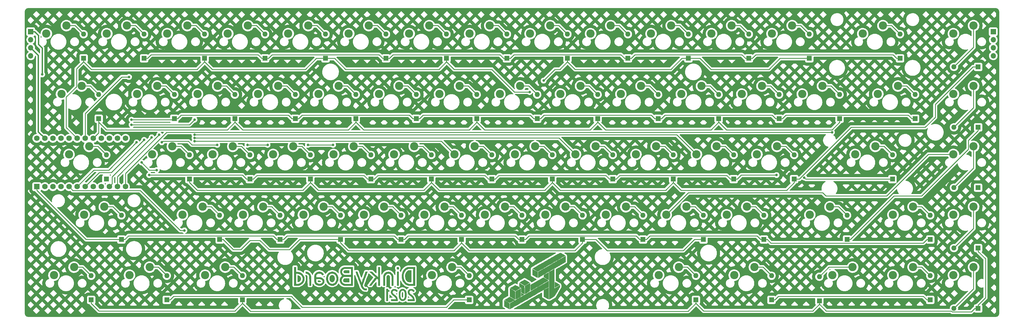
<source format=gbr>
G04 #@! TF.GenerationSoftware,KiCad,Pcbnew,(5.99.0-8711-gbabda304d9)*
G04 #@! TF.CreationDate,2021-01-31T05:21:36-06:00*
G04 #@! TF.ProjectId,65NumpadHATCHED,36354e75-6d70-4616-9448-415443484544,rev?*
G04 #@! TF.SameCoordinates,Original*
G04 #@! TF.FileFunction,Copper,L2,Bot*
G04 #@! TF.FilePolarity,Positive*
%FSLAX46Y46*%
G04 Gerber Fmt 4.6, Leading zero omitted, Abs format (unit mm)*
G04 Created by KiCad (PCBNEW (5.99.0-8711-gbabda304d9)) date 2021-01-31 05:21:36*
%MOMM*%
%LPD*%
G01*
G04 APERTURE LIST*
G04 #@! TA.AperFunction,EtchedComponent*
%ADD10C,0.010000*%
G04 #@! TD*
G04 #@! TA.AperFunction,ComponentPad*
%ADD11C,2.600000*%
G04 #@! TD*
G04 #@! TA.AperFunction,ComponentPad*
%ADD12R,1.700000X1.700000*%
G04 #@! TD*
G04 #@! TA.AperFunction,ComponentPad*
%ADD13O,1.700000X1.700000*%
G04 #@! TD*
G04 #@! TA.AperFunction,ComponentPad*
%ADD14R,1.752600X1.752600*%
G04 #@! TD*
G04 #@! TA.AperFunction,ComponentPad*
%ADD15C,1.752600*%
G04 #@! TD*
G04 #@! TA.AperFunction,ComponentPad*
%ADD16R,1.600000X1.600000*%
G04 #@! TD*
G04 #@! TA.AperFunction,ComponentPad*
%ADD17O,1.600000X1.600000*%
G04 #@! TD*
G04 #@! TA.AperFunction,ViaPad*
%ADD18C,0.800000*%
G04 #@! TD*
G04 #@! TA.AperFunction,Conductor*
%ADD19C,0.254000*%
G04 #@! TD*
G04 #@! TA.AperFunction,Conductor*
%ADD20C,0.381000*%
G04 #@! TD*
G04 APERTURE END LIST*
D10*
X146009012Y-140343772D02*
X146002990Y-140357784D01*
X146002990Y-140357784D02*
X145998224Y-140387447D01*
X145998224Y-140387447D02*
X145994618Y-140436227D01*
X145994618Y-140436227D02*
X145992079Y-140507595D01*
X145992079Y-140507595D02*
X145990511Y-140605019D01*
X145990511Y-140605019D02*
X145989818Y-140731969D01*
X145989818Y-140731969D02*
X145989906Y-140891913D01*
X145989906Y-140891913D02*
X145990680Y-141088322D01*
X145990680Y-141088322D02*
X145991565Y-141247178D01*
X145991565Y-141247178D02*
X145997083Y-142164059D01*
X145997083Y-142164059D02*
X146776677Y-142614779D01*
X146776677Y-142614779D02*
X146942488Y-142710386D01*
X146942488Y-142710386D02*
X147097159Y-142799076D01*
X147097159Y-142799076D02*
X147236811Y-142878662D01*
X147236811Y-142878662D02*
X147357566Y-142946955D01*
X147357566Y-142946955D02*
X147455543Y-143001767D01*
X147455543Y-143001767D02*
X147526865Y-143040910D01*
X147526865Y-143040910D02*
X147567651Y-143062195D01*
X147567651Y-143062195D02*
X147575719Y-143065500D01*
X147575719Y-143065500D02*
X147580298Y-143044872D01*
X147580298Y-143044872D02*
X147584376Y-142985137D01*
X147584376Y-142985137D02*
X147587884Y-142889519D01*
X147587884Y-142889519D02*
X147590754Y-142761243D01*
X147590754Y-142761243D02*
X147592916Y-142603533D01*
X147592916Y-142603533D02*
X147594301Y-142419613D01*
X147594301Y-142419613D02*
X147594841Y-142212707D01*
X147594841Y-142212707D02*
X147594843Y-142171208D01*
X147594843Y-142171208D02*
X147594416Y-141980187D01*
X147594416Y-141980187D02*
X147593331Y-141802031D01*
X147593331Y-141802031D02*
X147591664Y-141641251D01*
X147591664Y-141641251D02*
X147589495Y-141502361D01*
X147589495Y-141502361D02*
X147586902Y-141389873D01*
X147586902Y-141389873D02*
X147583961Y-141308299D01*
X147583961Y-141308299D02*
X147580752Y-141262153D01*
X147580752Y-141262153D02*
X147578968Y-141253600D01*
X147578968Y-141253600D02*
X147558579Y-141239296D01*
X147558579Y-141239296D02*
X147506138Y-141206625D01*
X147506138Y-141206625D02*
X147426303Y-141158304D01*
X147426303Y-141158304D02*
X147323731Y-141097049D01*
X147323731Y-141097049D02*
X147203078Y-141025578D01*
X147203078Y-141025578D02*
X147069002Y-140946608D01*
X147069002Y-140946608D02*
X146926160Y-140862857D01*
X146926160Y-140862857D02*
X146779210Y-140777040D01*
X146779210Y-140777040D02*
X146632807Y-140691876D01*
X146632807Y-140691876D02*
X146491611Y-140610082D01*
X146491611Y-140610082D02*
X146360277Y-140534374D01*
X146360277Y-140534374D02*
X146243463Y-140467471D01*
X146243463Y-140467471D02*
X146145826Y-140412088D01*
X146145826Y-140412088D02*
X146072023Y-140370943D01*
X146072023Y-140370943D02*
X146026712Y-140346754D01*
X146026712Y-140346754D02*
X146016386Y-140341939D01*
X146016386Y-140341939D02*
X146009012Y-140343772D01*
X146009012Y-140343772D02*
X146009012Y-140343772D01*
G36*
X146026712Y-140346754D02*
G01*
X146072023Y-140370943D01*
X146145826Y-140412088D01*
X146243463Y-140467471D01*
X146360277Y-140534374D01*
X146491611Y-140610082D01*
X146632807Y-140691876D01*
X146779210Y-140777040D01*
X146926160Y-140862857D01*
X147069002Y-140946608D01*
X147203078Y-141025578D01*
X147323731Y-141097049D01*
X147426303Y-141158304D01*
X147506138Y-141206625D01*
X147558579Y-141239296D01*
X147578968Y-141253600D01*
X147580752Y-141262153D01*
X147583961Y-141308299D01*
X147586902Y-141389873D01*
X147589495Y-141502361D01*
X147591664Y-141641251D01*
X147593331Y-141802031D01*
X147594416Y-141980187D01*
X147594843Y-142171208D01*
X147594841Y-142212707D01*
X147594301Y-142419613D01*
X147592916Y-142603533D01*
X147590754Y-142761243D01*
X147587884Y-142889519D01*
X147584376Y-142985137D01*
X147580298Y-143044872D01*
X147575719Y-143065500D01*
X147567651Y-143062195D01*
X147526865Y-143040910D01*
X147455543Y-143001767D01*
X147357566Y-142946955D01*
X147236811Y-142878662D01*
X147097159Y-142799076D01*
X146942488Y-142710386D01*
X146776677Y-142614779D01*
X145997083Y-142164059D01*
X145991565Y-141247178D01*
X145990680Y-141088322D01*
X145989906Y-140891913D01*
X145989818Y-140731969D01*
X145990511Y-140605019D01*
X145992079Y-140507595D01*
X145994618Y-140436227D01*
X145998224Y-140387447D01*
X146002990Y-140357784D01*
X146009012Y-140343772D01*
X146016386Y-140341939D01*
X146026712Y-140346754D01*
G37*
X146026712Y-140346754D02*
X146072023Y-140370943D01*
X146145826Y-140412088D01*
X146243463Y-140467471D01*
X146360277Y-140534374D01*
X146491611Y-140610082D01*
X146632807Y-140691876D01*
X146779210Y-140777040D01*
X146926160Y-140862857D01*
X147069002Y-140946608D01*
X147203078Y-141025578D01*
X147323731Y-141097049D01*
X147426303Y-141158304D01*
X147506138Y-141206625D01*
X147558579Y-141239296D01*
X147578968Y-141253600D01*
X147580752Y-141262153D01*
X147583961Y-141308299D01*
X147586902Y-141389873D01*
X147589495Y-141502361D01*
X147591664Y-141641251D01*
X147593331Y-141802031D01*
X147594416Y-141980187D01*
X147594843Y-142171208D01*
X147594841Y-142212707D01*
X147594301Y-142419613D01*
X147592916Y-142603533D01*
X147590754Y-142761243D01*
X147587884Y-142889519D01*
X147584376Y-142985137D01*
X147580298Y-143044872D01*
X147575719Y-143065500D01*
X147567651Y-143062195D01*
X147526865Y-143040910D01*
X147455543Y-143001767D01*
X147357566Y-142946955D01*
X147236811Y-142878662D01*
X147097159Y-142799076D01*
X146942488Y-142710386D01*
X146776677Y-142614779D01*
X145997083Y-142164059D01*
X145991565Y-141247178D01*
X145990680Y-141088322D01*
X145989906Y-140891913D01*
X145989818Y-140731969D01*
X145990511Y-140605019D01*
X145992079Y-140507595D01*
X145994618Y-140436227D01*
X145998224Y-140387447D01*
X146002990Y-140357784D01*
X146009012Y-140343772D01*
X146016386Y-140341939D01*
X146026712Y-140346754D01*
X154024709Y-134899542D02*
X153996338Y-134916559D01*
X153996338Y-134916559D02*
X153935457Y-134952251D01*
X153935457Y-134952251D02*
X153846254Y-135004188D01*
X153846254Y-135004188D02*
X153732918Y-135069941D01*
X153732918Y-135069941D02*
X153599636Y-135147083D01*
X153599636Y-135147083D02*
X153450598Y-135233184D01*
X153450598Y-135233184D02*
X153289992Y-135325815D01*
X153289992Y-135325815D02*
X153230792Y-135359922D01*
X153230792Y-135359922D02*
X152484667Y-135789672D01*
X152484667Y-135789672D02*
X152484667Y-137046336D01*
X152484667Y-137046336D02*
X152484769Y-137272627D01*
X152484769Y-137272627D02*
X152485065Y-137485832D01*
X152485065Y-137485832D02*
X152485536Y-137682275D01*
X152485536Y-137682275D02*
X152486162Y-137858277D01*
X152486162Y-137858277D02*
X152486927Y-138010160D01*
X152486927Y-138010160D02*
X152487811Y-138134247D01*
X152487811Y-138134247D02*
X152488796Y-138226860D01*
X152488796Y-138226860D02*
X152489865Y-138284321D01*
X152489865Y-138284321D02*
X152490943Y-138303000D01*
X152490943Y-138303000D02*
X152509996Y-138292761D01*
X152509996Y-138292761D02*
X152561897Y-138263494D01*
X152561897Y-138263494D02*
X152642850Y-138217374D01*
X152642850Y-138217374D02*
X152749063Y-138156573D01*
X152749063Y-138156573D02*
X152876740Y-138083266D01*
X152876740Y-138083266D02*
X153022088Y-137999628D01*
X153022088Y-137999628D02*
X153181313Y-137907831D01*
X153181313Y-137907831D02*
X153279401Y-137851204D01*
X153279401Y-137851204D02*
X154061583Y-137399408D01*
X154061583Y-137399408D02*
X154067043Y-136134160D01*
X154067043Y-136134160D02*
X154072502Y-134868912D01*
X154072502Y-134868912D02*
X154024709Y-134899542D01*
X154024709Y-134899542D02*
X154024709Y-134899542D01*
G36*
X154067043Y-136134160D02*
G01*
X154061583Y-137399408D01*
X153279401Y-137851204D01*
X153181313Y-137907831D01*
X153022088Y-137999628D01*
X152876740Y-138083266D01*
X152749063Y-138156573D01*
X152642850Y-138217374D01*
X152561897Y-138263494D01*
X152509996Y-138292761D01*
X152490943Y-138303000D01*
X152489865Y-138284321D01*
X152488796Y-138226860D01*
X152487811Y-138134247D01*
X152486927Y-138010160D01*
X152486162Y-137858277D01*
X152485536Y-137682275D01*
X152485065Y-137485832D01*
X152484769Y-137272627D01*
X152484667Y-137046336D01*
X152484667Y-135789672D01*
X153230792Y-135359922D01*
X153289992Y-135325815D01*
X153450598Y-135233184D01*
X153599636Y-135147083D01*
X153732918Y-135069941D01*
X153846254Y-135004188D01*
X153935457Y-134952251D01*
X153996338Y-134916559D01*
X154024709Y-134899542D01*
X154072502Y-134868912D01*
X154067043Y-136134160D01*
G37*
X154067043Y-136134160D02*
X154061583Y-137399408D01*
X153279401Y-137851204D01*
X153181313Y-137907831D01*
X153022088Y-137999628D01*
X152876740Y-138083266D01*
X152749063Y-138156573D01*
X152642850Y-138217374D01*
X152561897Y-138263494D01*
X152509996Y-138292761D01*
X152490943Y-138303000D01*
X152489865Y-138284321D01*
X152488796Y-138226860D01*
X152487811Y-138134247D01*
X152486927Y-138010160D01*
X152486162Y-137858277D01*
X152485536Y-137682275D01*
X152485065Y-137485832D01*
X152484769Y-137272627D01*
X152484667Y-137046336D01*
X152484667Y-135789672D01*
X153230792Y-135359922D01*
X153289992Y-135325815D01*
X153450598Y-135233184D01*
X153599636Y-135147083D01*
X153732918Y-135069941D01*
X153846254Y-135004188D01*
X153935457Y-134952251D01*
X153996338Y-134916559D01*
X154024709Y-134899542D01*
X154072502Y-134868912D01*
X154067043Y-136134160D01*
X159930042Y-136254136D02*
X159901704Y-136271082D01*
X159901704Y-136271082D02*
X159840849Y-136306694D01*
X159840849Y-136306694D02*
X159751666Y-136358545D01*
X159751666Y-136358545D02*
X159638342Y-136424210D01*
X159638342Y-136424210D02*
X159505066Y-136501262D01*
X159505066Y-136501262D02*
X159356026Y-136587276D01*
X159356026Y-136587276D02*
X159195411Y-136679827D01*
X159195411Y-136679827D02*
X159136292Y-136713858D01*
X159136292Y-136713858D02*
X158390167Y-137143243D01*
X158390167Y-137143243D02*
X158390167Y-139101898D01*
X158390167Y-139101898D02*
X159164524Y-139549115D01*
X159164524Y-139549115D02*
X159329785Y-139644302D01*
X159329785Y-139644302D02*
X159483892Y-139732570D01*
X159483892Y-139732570D02*
X159622952Y-139811725D01*
X159622952Y-139811725D02*
X159743071Y-139879573D01*
X159743071Y-139879573D02*
X159840354Y-139933920D01*
X159840354Y-139933920D02*
X159910906Y-139972571D01*
X159910906Y-139972571D02*
X159950833Y-139993333D01*
X159950833Y-139993333D02*
X159958274Y-139996333D01*
X159958274Y-139996333D02*
X159961522Y-139975515D01*
X159961522Y-139975515D02*
X159964536Y-139914451D01*
X159964536Y-139914451D02*
X159967294Y-139815231D01*
X159967294Y-139815231D02*
X159969775Y-139679940D01*
X159969775Y-139679940D02*
X159971957Y-139510668D01*
X159971957Y-139510668D02*
X159973819Y-139309502D01*
X159973819Y-139309502D02*
X159975340Y-139078530D01*
X159975340Y-139078530D02*
X159976498Y-138819839D01*
X159976498Y-138819839D02*
X159977271Y-138535518D01*
X159977271Y-138535518D02*
X159977638Y-138227654D01*
X159977638Y-138227654D02*
X159977667Y-138110065D01*
X159977667Y-138110065D02*
X159977667Y-136223798D01*
X159977667Y-136223798D02*
X159930042Y-136254136D01*
X159930042Y-136254136D02*
X159930042Y-136254136D01*
G36*
X159977667Y-138110065D02*
G01*
X159977638Y-138227654D01*
X159977271Y-138535518D01*
X159976498Y-138819839D01*
X159975340Y-139078530D01*
X159973819Y-139309502D01*
X159971957Y-139510668D01*
X159969775Y-139679940D01*
X159967294Y-139815231D01*
X159964536Y-139914451D01*
X159961522Y-139975515D01*
X159958274Y-139996333D01*
X159950833Y-139993333D01*
X159910906Y-139972571D01*
X159840354Y-139933920D01*
X159743071Y-139879573D01*
X159622952Y-139811725D01*
X159483892Y-139732570D01*
X159329785Y-139644302D01*
X159164524Y-139549115D01*
X158390167Y-139101898D01*
X158390167Y-137143243D01*
X159136292Y-136713858D01*
X159195411Y-136679827D01*
X159356026Y-136587276D01*
X159505066Y-136501262D01*
X159638342Y-136424210D01*
X159751666Y-136358545D01*
X159840849Y-136306694D01*
X159901704Y-136271082D01*
X159930042Y-136254136D01*
X159977667Y-136223798D01*
X159977667Y-138110065D01*
G37*
X159977667Y-138110065D02*
X159977638Y-138227654D01*
X159977271Y-138535518D01*
X159976498Y-138819839D01*
X159975340Y-139078530D01*
X159973819Y-139309502D01*
X159971957Y-139510668D01*
X159969775Y-139679940D01*
X159967294Y-139815231D01*
X159964536Y-139914451D01*
X159961522Y-139975515D01*
X159958274Y-139996333D01*
X159950833Y-139993333D01*
X159910906Y-139972571D01*
X159840354Y-139933920D01*
X159743071Y-139879573D01*
X159622952Y-139811725D01*
X159483892Y-139732570D01*
X159329785Y-139644302D01*
X159164524Y-139549115D01*
X158390167Y-139101898D01*
X158390167Y-137143243D01*
X159136292Y-136713858D01*
X159195411Y-136679827D01*
X159356026Y-136587276D01*
X159505066Y-136501262D01*
X159638342Y-136424210D01*
X159751666Y-136358545D01*
X159840849Y-136306694D01*
X159901704Y-136271082D01*
X159930042Y-136254136D01*
X159977667Y-136223798D01*
X159977667Y-138110065D01*
X151612029Y-134245245D02*
X151446966Y-134341071D01*
X151446966Y-134341071D02*
X151293733Y-134430885D01*
X151293733Y-134430885D02*
X151156132Y-134512395D01*
X151156132Y-134512395D02*
X151037966Y-134583310D01*
X151037966Y-134583310D02*
X150943037Y-134641337D01*
X150943037Y-134641337D02*
X150875146Y-134684185D01*
X150875146Y-134684185D02*
X150838098Y-134709562D01*
X150838098Y-134709562D02*
X150832243Y-134715250D01*
X150832243Y-134715250D02*
X150849326Y-134728912D01*
X150849326Y-134728912D02*
X150898556Y-134760943D01*
X150898556Y-134760943D02*
X150975355Y-134808659D01*
X150975355Y-134808659D02*
X151075144Y-134869372D01*
X151075144Y-134869372D02*
X151193346Y-134940398D01*
X151193346Y-134940398D02*
X151325380Y-135019049D01*
X151325380Y-135019049D02*
X151466670Y-135102641D01*
X151466670Y-135102641D02*
X151612637Y-135188487D01*
X151612637Y-135188487D02*
X151758702Y-135273902D01*
X151758702Y-135273902D02*
X151900287Y-135356199D01*
X151900287Y-135356199D02*
X152032813Y-135432693D01*
X152032813Y-135432693D02*
X152151703Y-135500698D01*
X152151703Y-135500698D02*
X152252377Y-135557527D01*
X152252377Y-135557527D02*
X152330257Y-135600496D01*
X152330257Y-135600496D02*
X152380766Y-135626917D01*
X152380766Y-135626917D02*
X152398946Y-135634346D01*
X152398946Y-135634346D02*
X152419142Y-135623693D01*
X152419142Y-135623693D02*
X152472064Y-135593934D01*
X152472064Y-135593934D02*
X152553865Y-135547280D01*
X152553865Y-135547280D02*
X152660698Y-135485942D01*
X152660698Y-135485942D02*
X152788715Y-135412134D01*
X152788715Y-135412134D02*
X152934069Y-135328065D01*
X152934069Y-135328065D02*
X153092914Y-135235949D01*
X153092914Y-135235949D02*
X153181369Y-135184554D01*
X153181369Y-135184554D02*
X153345515Y-135088628D01*
X153345515Y-135088628D02*
X153497698Y-134998746D01*
X153497698Y-134998746D02*
X153634131Y-134917214D01*
X153634131Y-134917214D02*
X153751027Y-134846339D01*
X153751027Y-134846339D02*
X153844601Y-134788427D01*
X153844601Y-134788427D02*
X153911064Y-134745786D01*
X153911064Y-134745786D02*
X153946631Y-134720721D01*
X153946631Y-134720721D02*
X153951660Y-134715345D01*
X153951660Y-134715345D02*
X153933872Y-134700955D01*
X153933872Y-134700955D02*
X153883489Y-134668033D01*
X153883489Y-134668033D02*
X153804679Y-134619041D01*
X153804679Y-134619041D02*
X153701607Y-134556437D01*
X153701607Y-134556437D02*
X153578442Y-134482682D01*
X153578442Y-134482682D02*
X153439349Y-134400237D01*
X153439349Y-134400237D02*
X153288498Y-134311562D01*
X153288498Y-134311562D02*
X153130053Y-134219117D01*
X153130053Y-134219117D02*
X152968183Y-134125362D01*
X152968183Y-134125362D02*
X152807055Y-134032757D01*
X152807055Y-134032757D02*
X152650836Y-133943764D01*
X152650836Y-133943764D02*
X152516088Y-133867785D01*
X152516088Y-133867785D02*
X152388759Y-133796407D01*
X152388759Y-133796407D02*
X151612029Y-134245245D01*
X151612029Y-134245245D02*
X151612029Y-134245245D01*
G36*
X152516088Y-133867785D02*
G01*
X152650836Y-133943764D01*
X152807055Y-134032757D01*
X152968183Y-134125362D01*
X153130053Y-134219117D01*
X153288498Y-134311562D01*
X153439349Y-134400237D01*
X153578442Y-134482682D01*
X153701607Y-134556437D01*
X153804679Y-134619041D01*
X153883489Y-134668033D01*
X153933872Y-134700955D01*
X153951660Y-134715345D01*
X153946631Y-134720721D01*
X153911064Y-134745786D01*
X153844601Y-134788427D01*
X153751027Y-134846339D01*
X153634131Y-134917214D01*
X153497698Y-134998746D01*
X153345515Y-135088628D01*
X153181369Y-135184554D01*
X153092914Y-135235949D01*
X152934069Y-135328065D01*
X152788715Y-135412134D01*
X152660698Y-135485942D01*
X152553865Y-135547280D01*
X152472064Y-135593934D01*
X152419142Y-135623693D01*
X152398946Y-135634346D01*
X152380766Y-135626917D01*
X152330257Y-135600496D01*
X152252377Y-135557527D01*
X152151703Y-135500698D01*
X152032813Y-135432693D01*
X151900287Y-135356199D01*
X151758702Y-135273902D01*
X151612637Y-135188487D01*
X151466670Y-135102641D01*
X151325380Y-135019049D01*
X151193346Y-134940398D01*
X151075144Y-134869372D01*
X150975355Y-134808659D01*
X150898556Y-134760943D01*
X150849326Y-134728912D01*
X150832243Y-134715250D01*
X150838098Y-134709562D01*
X150875146Y-134684185D01*
X150943037Y-134641337D01*
X151037966Y-134583310D01*
X151156132Y-134512395D01*
X151293733Y-134430885D01*
X151446966Y-134341071D01*
X151612029Y-134245245D01*
X152388759Y-133796407D01*
X152516088Y-133867785D01*
G37*
X152516088Y-133867785D02*
X152650836Y-133943764D01*
X152807055Y-134032757D01*
X152968183Y-134125362D01*
X153130053Y-134219117D01*
X153288498Y-134311562D01*
X153439349Y-134400237D01*
X153578442Y-134482682D01*
X153701607Y-134556437D01*
X153804679Y-134619041D01*
X153883489Y-134668033D01*
X153933872Y-134700955D01*
X153951660Y-134715345D01*
X153946631Y-134720721D01*
X153911064Y-134745786D01*
X153844601Y-134788427D01*
X153751027Y-134846339D01*
X153634131Y-134917214D01*
X153497698Y-134998746D01*
X153345515Y-135088628D01*
X153181369Y-135184554D01*
X153092914Y-135235949D01*
X152934069Y-135328065D01*
X152788715Y-135412134D01*
X152660698Y-135485942D01*
X152553865Y-135547280D01*
X152472064Y-135593934D01*
X152419142Y-135623693D01*
X152398946Y-135634346D01*
X152380766Y-135626917D01*
X152330257Y-135600496D01*
X152252377Y-135557527D01*
X152151703Y-135500698D01*
X152032813Y-135432693D01*
X151900287Y-135356199D01*
X151758702Y-135273902D01*
X151612637Y-135188487D01*
X151466670Y-135102641D01*
X151325380Y-135019049D01*
X151193346Y-134940398D01*
X151075144Y-134869372D01*
X150975355Y-134808659D01*
X150898556Y-134760943D01*
X150849326Y-134728912D01*
X150832243Y-134715250D01*
X150838098Y-134709562D01*
X150875146Y-134684185D01*
X150943037Y-134641337D01*
X151037966Y-134583310D01*
X151156132Y-134512395D01*
X151293733Y-134430885D01*
X151446966Y-134341071D01*
X151612029Y-134245245D01*
X152388759Y-133796407D01*
X152516088Y-133867785D01*
X158253195Y-133137859D02*
X158242000Y-133143181D01*
X158242000Y-133143181D02*
X158216815Y-133157589D01*
X158216815Y-133157589D02*
X158157419Y-133191751D01*
X158157419Y-133191751D02*
X158066263Y-133244255D01*
X158066263Y-133244255D02*
X157945797Y-133313688D01*
X157945797Y-133313688D02*
X157798471Y-133398636D01*
X157798471Y-133398636D02*
X157626736Y-133497686D01*
X157626736Y-133497686D02*
X157433042Y-133609425D01*
X157433042Y-133609425D02*
X157219838Y-133732438D01*
X157219838Y-133732438D02*
X156989576Y-133865314D01*
X156989576Y-133865314D02*
X156744705Y-134006638D01*
X156744705Y-134006638D02*
X156487675Y-134154997D01*
X156487675Y-134154997D02*
X156220938Y-134308977D01*
X156220938Y-134308977D02*
X156215292Y-134312237D01*
X156215292Y-134312237D02*
X154241500Y-135451725D01*
X154241500Y-135451725D02*
X154241500Y-136369362D01*
X154241500Y-136369362D02*
X154241854Y-136561768D01*
X154241854Y-136561768D02*
X154242865Y-136740389D01*
X154242865Y-136740389D02*
X154244459Y-136900934D01*
X154244459Y-136900934D02*
X154246563Y-137039112D01*
X154246563Y-137039112D02*
X154249100Y-137150629D01*
X154249100Y-137150629D02*
X154251998Y-137231196D01*
X154251998Y-137231196D02*
X154255181Y-137276520D01*
X154255181Y-137276520D02*
X154257375Y-137285048D01*
X154257375Y-137285048D02*
X154277188Y-137274410D01*
X154277188Y-137274410D02*
X154331634Y-137243714D01*
X154331634Y-137243714D02*
X154418710Y-137194115D01*
X154418710Y-137194115D02*
X154536411Y-137126766D01*
X154536411Y-137126766D02*
X154682736Y-137042820D01*
X154682736Y-137042820D02*
X154855680Y-136943431D01*
X154855680Y-136943431D02*
X155053240Y-136829752D01*
X155053240Y-136829752D02*
X155273414Y-136702937D01*
X155273414Y-136702937D02*
X155514196Y-136564140D01*
X155514196Y-136564140D02*
X155773585Y-136414513D01*
X155773585Y-136414513D02*
X156049577Y-136255211D01*
X156049577Y-136255211D02*
X156340168Y-136087387D01*
X156340168Y-136087387D02*
X156643355Y-135912194D01*
X156643355Y-135912194D02*
X156957136Y-135730787D01*
X156957136Y-135730787D02*
X157060359Y-135671089D01*
X157060359Y-135671089D02*
X157377056Y-135487800D01*
X157377056Y-135487800D02*
X157683665Y-135310116D01*
X157683665Y-135310116D02*
X157978193Y-135139204D01*
X157978193Y-135139204D02*
X158258643Y-134976232D01*
X158258643Y-134976232D02*
X158523022Y-134822366D01*
X158523022Y-134822366D02*
X158769333Y-134678774D01*
X158769333Y-134678774D02*
X158995581Y-134546623D01*
X158995581Y-134546623D02*
X159199771Y-134427080D01*
X159199771Y-134427080D02*
X159379908Y-134321312D01*
X159379908Y-134321312D02*
X159533997Y-134230486D01*
X159533997Y-134230486D02*
X159660043Y-134155769D01*
X159660043Y-134155769D02*
X159756049Y-134098328D01*
X159756049Y-134098328D02*
X159820022Y-134059331D01*
X159820022Y-134059331D02*
X159849966Y-134039945D01*
X159849966Y-134039945D02*
X159852036Y-134038067D01*
X159852036Y-134038067D02*
X159835280Y-134023365D01*
X159835280Y-134023365D02*
X159785517Y-133989931D01*
X159785517Y-133989931D02*
X159706494Y-133940044D01*
X159706494Y-133940044D02*
X159601954Y-133875986D01*
X159601954Y-133875986D02*
X159475641Y-133800035D01*
X159475641Y-133800035D02*
X159331300Y-133714473D01*
X159331300Y-133714473D02*
X159172676Y-133621580D01*
X159172676Y-133621580D02*
X159075760Y-133565332D01*
X159075760Y-133565332D02*
X158885918Y-133455618D01*
X158885918Y-133455618D02*
X158729203Y-133365453D01*
X158729203Y-133365453D02*
X158602158Y-133293087D01*
X158602158Y-133293087D02*
X158501326Y-133236770D01*
X158501326Y-133236770D02*
X158423249Y-133194751D01*
X158423249Y-133194751D02*
X158364471Y-133165279D01*
X158364471Y-133165279D02*
X158321533Y-133146605D01*
X158321533Y-133146605D02*
X158290980Y-133136977D01*
X158290980Y-133136977D02*
X158269353Y-133134645D01*
X158269353Y-133134645D02*
X158253195Y-133137859D01*
X158253195Y-133137859D02*
X158253195Y-133137859D01*
G36*
X158290980Y-133136977D02*
G01*
X158321533Y-133146605D01*
X158364471Y-133165279D01*
X158423249Y-133194751D01*
X158501326Y-133236770D01*
X158602158Y-133293087D01*
X158729203Y-133365453D01*
X158885918Y-133455618D01*
X159075760Y-133565332D01*
X159172676Y-133621580D01*
X159331300Y-133714473D01*
X159475641Y-133800035D01*
X159601954Y-133875986D01*
X159706494Y-133940044D01*
X159785517Y-133989931D01*
X159835280Y-134023365D01*
X159852036Y-134038067D01*
X159849966Y-134039945D01*
X159820022Y-134059331D01*
X159756049Y-134098328D01*
X159660043Y-134155769D01*
X159533997Y-134230486D01*
X159379908Y-134321312D01*
X159199771Y-134427080D01*
X158995581Y-134546623D01*
X158769333Y-134678774D01*
X158523022Y-134822366D01*
X158258643Y-134976232D01*
X157978193Y-135139204D01*
X157683665Y-135310116D01*
X157377056Y-135487800D01*
X157060359Y-135671089D01*
X156957136Y-135730787D01*
X156643355Y-135912194D01*
X156340168Y-136087387D01*
X156049577Y-136255211D01*
X155773585Y-136414513D01*
X155514196Y-136564140D01*
X155273414Y-136702937D01*
X155053240Y-136829752D01*
X154855680Y-136943431D01*
X154682736Y-137042820D01*
X154536411Y-137126766D01*
X154418710Y-137194115D01*
X154331634Y-137243714D01*
X154277188Y-137274410D01*
X154257375Y-137285048D01*
X154255181Y-137276520D01*
X154251998Y-137231196D01*
X154249100Y-137150629D01*
X154246563Y-137039112D01*
X154244459Y-136900934D01*
X154242865Y-136740389D01*
X154241854Y-136561768D01*
X154241500Y-136369362D01*
X154241500Y-135451725D01*
X156215292Y-134312237D01*
X156220938Y-134308977D01*
X156487675Y-134154997D01*
X156744705Y-134006638D01*
X156989576Y-133865314D01*
X157219838Y-133732438D01*
X157433042Y-133609425D01*
X157626736Y-133497686D01*
X157798471Y-133398636D01*
X157945797Y-133313688D01*
X158066263Y-133244255D01*
X158157419Y-133191751D01*
X158216815Y-133157589D01*
X158242000Y-133143181D01*
X158253195Y-133137859D01*
X158269353Y-133134645D01*
X158290980Y-133136977D01*
G37*
X158290980Y-133136977D02*
X158321533Y-133146605D01*
X158364471Y-133165279D01*
X158423249Y-133194751D01*
X158501326Y-133236770D01*
X158602158Y-133293087D01*
X158729203Y-133365453D01*
X158885918Y-133455618D01*
X159075760Y-133565332D01*
X159172676Y-133621580D01*
X159331300Y-133714473D01*
X159475641Y-133800035D01*
X159601954Y-133875986D01*
X159706494Y-133940044D01*
X159785517Y-133989931D01*
X159835280Y-134023365D01*
X159852036Y-134038067D01*
X159849966Y-134039945D01*
X159820022Y-134059331D01*
X159756049Y-134098328D01*
X159660043Y-134155769D01*
X159533997Y-134230486D01*
X159379908Y-134321312D01*
X159199771Y-134427080D01*
X158995581Y-134546623D01*
X158769333Y-134678774D01*
X158523022Y-134822366D01*
X158258643Y-134976232D01*
X157978193Y-135139204D01*
X157683665Y-135310116D01*
X157377056Y-135487800D01*
X157060359Y-135671089D01*
X156957136Y-135730787D01*
X156643355Y-135912194D01*
X156340168Y-136087387D01*
X156049577Y-136255211D01*
X155773585Y-136414513D01*
X155514196Y-136564140D01*
X155273414Y-136702937D01*
X155053240Y-136829752D01*
X154855680Y-136943431D01*
X154682736Y-137042820D01*
X154536411Y-137126766D01*
X154418710Y-137194115D01*
X154331634Y-137243714D01*
X154277188Y-137274410D01*
X154257375Y-137285048D01*
X154255181Y-137276520D01*
X154251998Y-137231196D01*
X154249100Y-137150629D01*
X154246563Y-137039112D01*
X154244459Y-136900934D01*
X154242865Y-136740389D01*
X154241854Y-136561768D01*
X154241500Y-136369362D01*
X154241500Y-135451725D01*
X156215292Y-134312237D01*
X156220938Y-134308977D01*
X156487675Y-134154997D01*
X156744705Y-134006638D01*
X156989576Y-133865314D01*
X157219838Y-133732438D01*
X157433042Y-133609425D01*
X157626736Y-133497686D01*
X157798471Y-133398636D01*
X157945797Y-133313688D01*
X158066263Y-133244255D01*
X158157419Y-133191751D01*
X158216815Y-133157589D01*
X158242000Y-133143181D01*
X158253195Y-133137859D01*
X158269353Y-133134645D01*
X158290980Y-133136977D01*
X161925000Y-135390572D02*
X161925377Y-135576621D01*
X161925377Y-135576621D02*
X161926455Y-135748798D01*
X161926455Y-135748798D02*
X161928150Y-135902657D01*
X161928150Y-135902657D02*
X161930380Y-136033755D01*
X161930380Y-136033755D02*
X161933064Y-136137646D01*
X161933064Y-136137646D02*
X161936119Y-136209886D01*
X161936119Y-136209886D02*
X161939463Y-136246030D01*
X161939463Y-136246030D02*
X161940875Y-136249385D01*
X161940875Y-136249385D02*
X161962117Y-136239054D01*
X161962117Y-136239054D02*
X162015978Y-136209775D01*
X162015978Y-136209775D02*
X162098445Y-136163814D01*
X162098445Y-136163814D02*
X162205504Y-136103439D01*
X162205504Y-136103439D02*
X162333140Y-136030915D01*
X162333140Y-136030915D02*
X162477340Y-135948509D01*
X162477340Y-135948509D02*
X162634090Y-135858488D01*
X162634090Y-135858488D02*
X162681214Y-135831344D01*
X162681214Y-135831344D02*
X162840335Y-135739287D01*
X162840335Y-135739287D02*
X162987394Y-135653559D01*
X162987394Y-135653559D02*
X163118471Y-135576494D01*
X163118471Y-135576494D02*
X163229646Y-135510427D01*
X163229646Y-135510427D02*
X163316997Y-135457691D01*
X163316997Y-135457691D02*
X163376605Y-135420621D01*
X163376605Y-135420621D02*
X163404550Y-135401550D01*
X163404550Y-135401550D02*
X163406172Y-135399702D01*
X163406172Y-135399702D02*
X163388602Y-135386259D01*
X163388602Y-135386259D02*
X163338407Y-135354281D01*
X163338407Y-135354281D02*
X163259719Y-135306239D01*
X163259719Y-135306239D02*
X163156666Y-135244607D01*
X163156666Y-135244607D02*
X163033379Y-135171854D01*
X163033379Y-135171854D02*
X162893988Y-135090453D01*
X162893988Y-135090453D02*
X162755792Y-135010464D01*
X162755792Y-135010464D02*
X162600613Y-134921009D01*
X162600613Y-134921009D02*
X162453529Y-134836214D01*
X162453529Y-134836214D02*
X162319454Y-134758912D01*
X162319454Y-134758912D02*
X162203305Y-134691939D01*
X162203305Y-134691939D02*
X162109996Y-134638127D01*
X162109996Y-134638127D02*
X162044443Y-134600312D01*
X162044443Y-134600312D02*
X162014958Y-134583292D01*
X162014958Y-134583292D02*
X161925000Y-134531311D01*
X161925000Y-134531311D02*
X161925000Y-135390572D01*
X161925000Y-135390572D02*
X161925000Y-135390572D01*
G36*
X162014958Y-134583292D02*
G01*
X162044443Y-134600312D01*
X162109996Y-134638127D01*
X162203305Y-134691939D01*
X162319454Y-134758912D01*
X162453529Y-134836214D01*
X162600613Y-134921009D01*
X162755792Y-135010464D01*
X162893988Y-135090453D01*
X163033379Y-135171854D01*
X163156666Y-135244607D01*
X163259719Y-135306239D01*
X163338407Y-135354281D01*
X163388602Y-135386259D01*
X163406172Y-135399702D01*
X163404550Y-135401550D01*
X163376605Y-135420621D01*
X163316997Y-135457691D01*
X163229646Y-135510427D01*
X163118471Y-135576494D01*
X162987394Y-135653559D01*
X162840335Y-135739287D01*
X162681214Y-135831344D01*
X162634090Y-135858488D01*
X162477340Y-135948509D01*
X162333140Y-136030915D01*
X162205504Y-136103439D01*
X162098445Y-136163814D01*
X162015978Y-136209775D01*
X161962117Y-136239054D01*
X161940875Y-136249385D01*
X161939463Y-136246030D01*
X161936119Y-136209886D01*
X161933064Y-136137646D01*
X161930380Y-136033755D01*
X161928150Y-135902657D01*
X161926455Y-135748798D01*
X161925377Y-135576621D01*
X161925000Y-135390572D01*
X161925000Y-134531311D01*
X162014958Y-134583292D01*
G37*
X162014958Y-134583292D02*
X162044443Y-134600312D01*
X162109996Y-134638127D01*
X162203305Y-134691939D01*
X162319454Y-134758912D01*
X162453529Y-134836214D01*
X162600613Y-134921009D01*
X162755792Y-135010464D01*
X162893988Y-135090453D01*
X163033379Y-135171854D01*
X163156666Y-135244607D01*
X163259719Y-135306239D01*
X163338407Y-135354281D01*
X163388602Y-135386259D01*
X163406172Y-135399702D01*
X163404550Y-135401550D01*
X163376605Y-135420621D01*
X163316997Y-135457691D01*
X163229646Y-135510427D01*
X163118471Y-135576494D01*
X162987394Y-135653559D01*
X162840335Y-135739287D01*
X162681214Y-135831344D01*
X162634090Y-135858488D01*
X162477340Y-135948509D01*
X162333140Y-136030915D01*
X162205504Y-136103439D01*
X162098445Y-136163814D01*
X162015978Y-136209775D01*
X161962117Y-136239054D01*
X161940875Y-136249385D01*
X161939463Y-136246030D01*
X161936119Y-136209886D01*
X161933064Y-136137646D01*
X161930380Y-136033755D01*
X161928150Y-135902657D01*
X161926455Y-135748798D01*
X161925377Y-135576621D01*
X161925000Y-135390572D01*
X161925000Y-134531311D01*
X162014958Y-134583292D01*
X157130750Y-135833109D02*
X156799617Y-136024325D01*
X156799617Y-136024325D02*
X156471424Y-136213864D01*
X156471424Y-136213864D02*
X156148743Y-136400238D01*
X156148743Y-136400238D02*
X155834148Y-136581960D01*
X155834148Y-136581960D02*
X155530211Y-136757543D01*
X155530211Y-136757543D02*
X155239505Y-136925501D01*
X155239505Y-136925501D02*
X154964604Y-137084348D01*
X154964604Y-137084348D02*
X154708079Y-137232595D01*
X154708079Y-137232595D02*
X154472505Y-137368757D01*
X154472505Y-137368757D02*
X154260453Y-137491346D01*
X154260453Y-137491346D02*
X154074497Y-137598876D01*
X154074497Y-137598876D02*
X153917209Y-137689861D01*
X153917209Y-137689861D02*
X153791162Y-137762812D01*
X153791162Y-137762812D02*
X153698930Y-137816244D01*
X153698930Y-137816244D02*
X153691167Y-137820746D01*
X153691167Y-137820746D02*
X153541435Y-137907496D01*
X153541435Y-137907496D02*
X153362471Y-138011040D01*
X153362471Y-138011040D02*
X153161743Y-138127067D01*
X153161743Y-138127067D02*
X152946715Y-138251263D01*
X152946715Y-138251263D02*
X152724855Y-138379319D01*
X152724855Y-138379319D02*
X152503628Y-138506922D01*
X152503628Y-138506922D02*
X152290500Y-138629761D01*
X152290500Y-138629761D02*
X152188333Y-138688607D01*
X152188333Y-138688607D02*
X151966152Y-138816589D01*
X151966152Y-138816589D02*
X151718630Y-138959241D01*
X151718630Y-138959241D02*
X151455775Y-139110791D01*
X151455775Y-139110791D02*
X151187594Y-139265467D01*
X151187594Y-139265467D02*
X150924094Y-139417498D01*
X150924094Y-139417498D02*
X150675280Y-139561112D01*
X150675280Y-139561112D02*
X150451160Y-139690537D01*
X150451160Y-139690537D02*
X150410333Y-139714123D01*
X150410333Y-139714123D02*
X150189791Y-139841450D01*
X150189791Y-139841450D02*
X149942807Y-139983885D01*
X149942807Y-139983885D02*
X149679678Y-140135499D01*
X149679678Y-140135499D02*
X149410698Y-140290367D01*
X149410698Y-140290367D02*
X149146165Y-140442558D01*
X149146165Y-140442558D02*
X148896373Y-140586147D01*
X148896373Y-140586147D02*
X148671619Y-140715206D01*
X148671619Y-140715206D02*
X148649137Y-140728105D01*
X148649137Y-140728105D02*
X147766358Y-141234583D01*
X147766358Y-141234583D02*
X147765429Y-142150042D01*
X147765429Y-142150042D02*
X147765589Y-142342252D01*
X147765589Y-142342252D02*
X147766421Y-142520708D01*
X147766421Y-142520708D02*
X147767857Y-142681106D01*
X147767857Y-142681106D02*
X147769824Y-142819144D01*
X147769824Y-142819144D02*
X147772254Y-142930520D01*
X147772254Y-142930520D02*
X147775076Y-143010931D01*
X147775076Y-143010931D02*
X147778220Y-143056074D01*
X147778220Y-143056074D02*
X147780375Y-143064470D01*
X147780375Y-143064470D02*
X147799715Y-143053928D01*
X147799715Y-143053928D02*
X147854353Y-143022982D01*
X147854353Y-143022982D02*
X147942936Y-142972411D01*
X147942936Y-142972411D02*
X148064111Y-142902997D01*
X148064111Y-142902997D02*
X148216523Y-142815519D01*
X148216523Y-142815519D02*
X148398820Y-142710757D01*
X148398820Y-142710757D02*
X148609648Y-142589492D01*
X148609648Y-142589492D02*
X148847653Y-142452503D01*
X148847653Y-142452503D02*
X149111483Y-142300570D01*
X149111483Y-142300570D02*
X149399783Y-142134474D01*
X149399783Y-142134474D02*
X149711200Y-141954994D01*
X149711200Y-141954994D02*
X150044382Y-141762910D01*
X150044382Y-141762910D02*
X150397973Y-141559004D01*
X150397973Y-141559004D02*
X150770622Y-141344054D01*
X150770622Y-141344054D02*
X151160974Y-141118840D01*
X151160974Y-141118840D02*
X151567676Y-140884144D01*
X151567676Y-140884144D02*
X151989375Y-140640744D01*
X151989375Y-140640744D02*
X152424717Y-140389421D01*
X152424717Y-140389421D02*
X152872348Y-140130954D01*
X152872348Y-140130954D02*
X153330916Y-139866125D01*
X153330916Y-139866125D02*
X153799066Y-139595713D01*
X153799066Y-139595713D02*
X153860500Y-139560224D01*
X153860500Y-139560224D02*
X154329951Y-139289029D01*
X154329951Y-139289029D02*
X154790053Y-139023233D01*
X154790053Y-139023233D02*
X155239449Y-138763621D01*
X155239449Y-138763621D02*
X155676781Y-138510976D01*
X155676781Y-138510976D02*
X156100694Y-138266083D01*
X156100694Y-138266083D02*
X156509829Y-138029724D01*
X156509829Y-138029724D02*
X156902830Y-137802685D01*
X156902830Y-137802685D02*
X157278340Y-137585748D01*
X157278340Y-137585748D02*
X157635003Y-137379699D01*
X157635003Y-137379699D02*
X157971460Y-137185320D01*
X157971460Y-137185320D02*
X158286356Y-137003396D01*
X158286356Y-137003396D02*
X158578333Y-136834712D01*
X158578333Y-136834712D02*
X158846035Y-136680049D01*
X158846035Y-136680049D02*
X159088104Y-136540194D01*
X159088104Y-136540194D02*
X159303184Y-136415929D01*
X159303184Y-136415929D02*
X159489917Y-136308038D01*
X159489917Y-136308038D02*
X159646947Y-136217306D01*
X159646947Y-136217306D02*
X159772917Y-136144517D01*
X159772917Y-136144517D02*
X159866469Y-136090453D01*
X159866469Y-136090453D02*
X159926248Y-136055900D01*
X159926248Y-136055900D02*
X159950895Y-136041642D01*
X159950895Y-136041642D02*
X159951437Y-136041326D01*
X159951437Y-136041326D02*
X159958110Y-136028837D01*
X159958110Y-136028837D02*
X159963517Y-135997886D01*
X159963517Y-135997886D02*
X159967728Y-135945322D01*
X159967728Y-135945322D02*
X159970814Y-135867994D01*
X159970814Y-135867994D02*
X159972848Y-135762752D01*
X159972848Y-135762752D02*
X159973902Y-135626444D01*
X159973902Y-135626444D02*
X159974046Y-135455921D01*
X159974046Y-135455921D02*
X159973353Y-135248032D01*
X159973353Y-135248032D02*
X159972603Y-135110483D01*
X159972603Y-135110483D02*
X159967083Y-134195322D01*
X159967083Y-134195322D02*
X157130750Y-135833109D01*
X157130750Y-135833109D02*
X157130750Y-135833109D01*
G36*
X159972603Y-135110483D02*
G01*
X159973353Y-135248032D01*
X159974046Y-135455921D01*
X159973902Y-135626444D01*
X159972848Y-135762752D01*
X159970814Y-135867994D01*
X159967728Y-135945322D01*
X159963517Y-135997886D01*
X159958110Y-136028837D01*
X159951437Y-136041326D01*
X159950895Y-136041642D01*
X159926248Y-136055900D01*
X159866469Y-136090453D01*
X159772917Y-136144517D01*
X159646947Y-136217306D01*
X159489917Y-136308038D01*
X159303184Y-136415929D01*
X159088104Y-136540194D01*
X158846035Y-136680049D01*
X158578333Y-136834712D01*
X158286356Y-137003396D01*
X157971460Y-137185320D01*
X157635003Y-137379699D01*
X157278340Y-137585748D01*
X156902830Y-137802685D01*
X156509829Y-138029724D01*
X156100694Y-138266083D01*
X155676781Y-138510976D01*
X155239449Y-138763621D01*
X154790053Y-139023233D01*
X154329951Y-139289029D01*
X153860500Y-139560224D01*
X153799066Y-139595713D01*
X153330916Y-139866125D01*
X152872348Y-140130954D01*
X152424717Y-140389421D01*
X151989375Y-140640744D01*
X151567676Y-140884144D01*
X151160974Y-141118840D01*
X150770622Y-141344054D01*
X150397973Y-141559004D01*
X150044382Y-141762910D01*
X149711200Y-141954994D01*
X149399783Y-142134474D01*
X149111483Y-142300570D01*
X148847653Y-142452503D01*
X148609648Y-142589492D01*
X148398820Y-142710757D01*
X148216523Y-142815519D01*
X148064111Y-142902997D01*
X147942936Y-142972411D01*
X147854353Y-143022982D01*
X147799715Y-143053928D01*
X147780375Y-143064470D01*
X147778220Y-143056074D01*
X147775076Y-143010931D01*
X147772254Y-142930520D01*
X147769824Y-142819144D01*
X147767857Y-142681106D01*
X147766421Y-142520708D01*
X147765589Y-142342252D01*
X147765429Y-142150042D01*
X147766358Y-141234583D01*
X148649137Y-140728105D01*
X148671619Y-140715206D01*
X148896373Y-140586147D01*
X149146165Y-140442558D01*
X149410698Y-140290367D01*
X149679678Y-140135499D01*
X149942807Y-139983885D01*
X150189791Y-139841450D01*
X150410333Y-139714123D01*
X150451160Y-139690537D01*
X150675280Y-139561112D01*
X150924094Y-139417498D01*
X151187594Y-139265467D01*
X151455775Y-139110791D01*
X151718630Y-138959241D01*
X151966152Y-138816589D01*
X152188333Y-138688607D01*
X152290500Y-138629761D01*
X152503628Y-138506922D01*
X152724855Y-138379319D01*
X152946715Y-138251263D01*
X153161743Y-138127067D01*
X153362471Y-138011040D01*
X153541435Y-137907496D01*
X153691167Y-137820746D01*
X153698930Y-137816244D01*
X153791162Y-137762812D01*
X153917209Y-137689861D01*
X154074497Y-137598876D01*
X154260453Y-137491346D01*
X154472505Y-137368757D01*
X154708079Y-137232595D01*
X154964604Y-137084348D01*
X155239505Y-136925501D01*
X155530211Y-136757543D01*
X155834148Y-136581960D01*
X156148743Y-136400238D01*
X156471424Y-136213864D01*
X156799617Y-136024325D01*
X157130750Y-135833109D01*
X159967083Y-134195322D01*
X159972603Y-135110483D01*
G37*
X159972603Y-135110483D02*
X159973353Y-135248032D01*
X159974046Y-135455921D01*
X159973902Y-135626444D01*
X159972848Y-135762752D01*
X159970814Y-135867994D01*
X159967728Y-135945322D01*
X159963517Y-135997886D01*
X159958110Y-136028837D01*
X159951437Y-136041326D01*
X159950895Y-136041642D01*
X159926248Y-136055900D01*
X159866469Y-136090453D01*
X159772917Y-136144517D01*
X159646947Y-136217306D01*
X159489917Y-136308038D01*
X159303184Y-136415929D01*
X159088104Y-136540194D01*
X158846035Y-136680049D01*
X158578333Y-136834712D01*
X158286356Y-137003396D01*
X157971460Y-137185320D01*
X157635003Y-137379699D01*
X157278340Y-137585748D01*
X156902830Y-137802685D01*
X156509829Y-138029724D01*
X156100694Y-138266083D01*
X155676781Y-138510976D01*
X155239449Y-138763621D01*
X154790053Y-139023233D01*
X154329951Y-139289029D01*
X153860500Y-139560224D01*
X153799066Y-139595713D01*
X153330916Y-139866125D01*
X152872348Y-140130954D01*
X152424717Y-140389421D01*
X151989375Y-140640744D01*
X151567676Y-140884144D01*
X151160974Y-141118840D01*
X150770622Y-141344054D01*
X150397973Y-141559004D01*
X150044382Y-141762910D01*
X149711200Y-141954994D01*
X149399783Y-142134474D01*
X149111483Y-142300570D01*
X148847653Y-142452503D01*
X148609648Y-142589492D01*
X148398820Y-142710757D01*
X148216523Y-142815519D01*
X148064111Y-142902997D01*
X147942936Y-142972411D01*
X147854353Y-143022982D01*
X147799715Y-143053928D01*
X147780375Y-143064470D01*
X147778220Y-143056074D01*
X147775076Y-143010931D01*
X147772254Y-142930520D01*
X147769824Y-142819144D01*
X147767857Y-142681106D01*
X147766421Y-142520708D01*
X147765589Y-142342252D01*
X147765429Y-142150042D01*
X147766358Y-141234583D01*
X148649137Y-140728105D01*
X148671619Y-140715206D01*
X148896373Y-140586147D01*
X149146165Y-140442558D01*
X149410698Y-140290367D01*
X149679678Y-140135499D01*
X149942807Y-139983885D01*
X150189791Y-139841450D01*
X150410333Y-139714123D01*
X150451160Y-139690537D01*
X150675280Y-139561112D01*
X150924094Y-139417498D01*
X151187594Y-139265467D01*
X151455775Y-139110791D01*
X151718630Y-138959241D01*
X151966152Y-138816589D01*
X152188333Y-138688607D01*
X152290500Y-138629761D01*
X152503628Y-138506922D01*
X152724855Y-138379319D01*
X152946715Y-138251263D01*
X153161743Y-138127067D01*
X153362471Y-138011040D01*
X153541435Y-137907496D01*
X153691167Y-137820746D01*
X153698930Y-137816244D01*
X153791162Y-137762812D01*
X153917209Y-137689861D01*
X154074497Y-137598876D01*
X154260453Y-137491346D01*
X154472505Y-137368757D01*
X154708079Y-137232595D01*
X154964604Y-137084348D01*
X155239505Y-136925501D01*
X155530211Y-136757543D01*
X155834148Y-136581960D01*
X156148743Y-136400238D01*
X156471424Y-136213864D01*
X156799617Y-136024325D01*
X157130750Y-135833109D01*
X159967083Y-134195322D01*
X159972603Y-135110483D01*
X147777515Y-136610403D02*
X147774820Y-136669312D01*
X147774820Y-136669312D02*
X147772338Y-136763206D01*
X147772338Y-136763206D02*
X147770114Y-136888412D01*
X147770114Y-136888412D02*
X147768195Y-137041256D01*
X147768195Y-137041256D02*
X147766628Y-137218064D01*
X147766628Y-137218064D02*
X147765458Y-137415163D01*
X147765458Y-137415163D02*
X147764734Y-137628878D01*
X147764734Y-137628878D02*
X147764500Y-137843471D01*
X147764500Y-137843471D02*
X147764500Y-139098442D01*
X147764500Y-139098442D02*
X148171958Y-139333387D01*
X148171958Y-139333387D02*
X148324603Y-139421431D01*
X148324603Y-139421431D02*
X148496523Y-139520638D01*
X148496523Y-139520638D02*
X148673243Y-139622652D01*
X148673243Y-139622652D02*
X148840287Y-139719116D01*
X148840287Y-139719116D02*
X148965875Y-139791673D01*
X148965875Y-139791673D02*
X149352332Y-140015014D01*
X149352332Y-140015014D02*
X149346875Y-138751827D01*
X149346875Y-138751827D02*
X149341417Y-137488640D01*
X149341417Y-137488640D02*
X148568833Y-137040224D01*
X148568833Y-137040224D02*
X148403992Y-136944721D01*
X148403992Y-136944721D02*
X148250432Y-136856089D01*
X148250432Y-136856089D02*
X148112026Y-136776538D01*
X148112026Y-136776538D02*
X147992644Y-136708277D01*
X147992644Y-136708277D02*
X147896157Y-136653516D01*
X147896157Y-136653516D02*
X147826438Y-136614465D01*
X147826438Y-136614465D02*
X147787358Y-136593334D01*
X147787358Y-136593334D02*
X147780375Y-136590154D01*
X147780375Y-136590154D02*
X147777515Y-136610403D01*
X147777515Y-136610403D02*
X147777515Y-136610403D01*
G36*
X147787358Y-136593334D02*
G01*
X147826438Y-136614465D01*
X147896157Y-136653516D01*
X147992644Y-136708277D01*
X148112026Y-136776538D01*
X148250432Y-136856089D01*
X148403992Y-136944721D01*
X148568833Y-137040224D01*
X149341417Y-137488640D01*
X149346875Y-138751827D01*
X149352332Y-140015014D01*
X148965875Y-139791673D01*
X148840287Y-139719116D01*
X148673243Y-139622652D01*
X148496523Y-139520638D01*
X148324603Y-139421431D01*
X148171958Y-139333387D01*
X147764500Y-139098442D01*
X147764500Y-137843471D01*
X147764734Y-137628878D01*
X147765458Y-137415163D01*
X147766628Y-137218064D01*
X147768195Y-137041256D01*
X147770114Y-136888412D01*
X147772338Y-136763206D01*
X147774820Y-136669312D01*
X147777515Y-136610403D01*
X147780375Y-136590154D01*
X147787358Y-136593334D01*
G37*
X147787358Y-136593334D02*
X147826438Y-136614465D01*
X147896157Y-136653516D01*
X147992644Y-136708277D01*
X148112026Y-136776538D01*
X148250432Y-136856089D01*
X148403992Y-136944721D01*
X148568833Y-137040224D01*
X149341417Y-137488640D01*
X149346875Y-138751827D01*
X149352332Y-140015014D01*
X148965875Y-139791673D01*
X148840287Y-139719116D01*
X148673243Y-139622652D01*
X148496523Y-139520638D01*
X148324603Y-139421431D01*
X148171958Y-139333387D01*
X147764500Y-139098442D01*
X147764500Y-137843471D01*
X147764734Y-137628878D01*
X147765458Y-137415163D01*
X147766628Y-137218064D01*
X147768195Y-137041256D01*
X147770114Y-136888412D01*
X147772338Y-136763206D01*
X147774820Y-136669312D01*
X147777515Y-136610403D01*
X147780375Y-136590154D01*
X147787358Y-136593334D01*
X154843502Y-130470615D02*
X154841210Y-130529087D01*
X154841210Y-130529087D02*
X154839156Y-130621275D01*
X154839156Y-130621275D02*
X154837396Y-130742869D01*
X154837396Y-130742869D02*
X154835984Y-130889560D01*
X154835984Y-130889560D02*
X154834976Y-131057039D01*
X154834976Y-131057039D02*
X154834426Y-131240998D01*
X154834426Y-131240998D02*
X154834339Y-131365625D01*
X154834339Y-131365625D02*
X154834512Y-132281083D01*
X154834512Y-132281083D02*
X155613907Y-132730875D01*
X155613907Y-132730875D02*
X155779946Y-132826370D01*
X155779946Y-132826370D02*
X155935050Y-132914948D01*
X155935050Y-132914948D02*
X156075303Y-132994420D01*
X156075303Y-132994420D02*
X156196793Y-133062595D01*
X156196793Y-133062595D02*
X156295602Y-133117284D01*
X156295602Y-133117284D02*
X156367817Y-133156297D01*
X156367817Y-133156297D02*
X156409521Y-133177444D01*
X156409521Y-133177444D02*
X156418068Y-133180667D01*
X156418068Y-133180667D02*
X156424457Y-133169480D01*
X156424457Y-133169480D02*
X156429764Y-133134184D01*
X156429764Y-133134184D02*
X156434058Y-133072172D01*
X156434058Y-133072172D02*
X156437411Y-132980837D01*
X156437411Y-132980837D02*
X156439894Y-132857574D01*
X156439894Y-132857574D02*
X156441578Y-132699776D01*
X156441578Y-132699776D02*
X156442534Y-132504838D01*
X156442534Y-132504838D02*
X156442833Y-132272471D01*
X156442833Y-132272471D02*
X156442833Y-131364275D01*
X156442833Y-131364275D02*
X155650313Y-130907221D01*
X155650313Y-130907221D02*
X155483356Y-130811088D01*
X155483356Y-130811088D02*
X155327825Y-130721828D01*
X155327825Y-130721828D02*
X155187523Y-130641603D01*
X155187523Y-130641603D02*
X155066254Y-130572573D01*
X155066254Y-130572573D02*
X154967822Y-130516901D01*
X154967822Y-130516901D02*
X154896030Y-130476747D01*
X154896030Y-130476747D02*
X154854683Y-130454274D01*
X154854683Y-130454274D02*
X154845979Y-130450167D01*
X154845979Y-130450167D02*
X154843502Y-130470615D01*
X154843502Y-130470615D02*
X154843502Y-130470615D01*
G36*
X154854683Y-130454274D02*
G01*
X154896030Y-130476747D01*
X154967822Y-130516901D01*
X155066254Y-130572573D01*
X155187523Y-130641603D01*
X155327825Y-130721828D01*
X155483356Y-130811088D01*
X155650313Y-130907221D01*
X156442833Y-131364275D01*
X156442833Y-132272471D01*
X156442534Y-132504838D01*
X156441578Y-132699776D01*
X156439894Y-132857574D01*
X156437411Y-132980837D01*
X156434058Y-133072172D01*
X156429764Y-133134184D01*
X156424457Y-133169480D01*
X156418068Y-133180667D01*
X156409521Y-133177444D01*
X156367817Y-133156297D01*
X156295602Y-133117284D01*
X156196793Y-133062595D01*
X156075303Y-132994420D01*
X155935050Y-132914948D01*
X155779946Y-132826370D01*
X155613907Y-132730875D01*
X154834512Y-132281083D01*
X154834339Y-131365625D01*
X154834426Y-131240998D01*
X154834976Y-131057039D01*
X154835984Y-130889560D01*
X154837396Y-130742869D01*
X154839156Y-130621275D01*
X154841210Y-130529087D01*
X154843502Y-130470615D01*
X154845979Y-130450167D01*
X154854683Y-130454274D01*
G37*
X154854683Y-130454274D02*
X154896030Y-130476747D01*
X154967822Y-130516901D01*
X155066254Y-130572573D01*
X155187523Y-130641603D01*
X155327825Y-130721828D01*
X155483356Y-130811088D01*
X155650313Y-130907221D01*
X156442833Y-131364275D01*
X156442833Y-132272471D01*
X156442534Y-132504838D01*
X156441578Y-132699776D01*
X156439894Y-132857574D01*
X156437411Y-132980837D01*
X156434058Y-133072172D01*
X156429764Y-133134184D01*
X156424457Y-133169480D01*
X156418068Y-133180667D01*
X156409521Y-133177444D01*
X156367817Y-133156297D01*
X156295602Y-133117284D01*
X156196793Y-133062595D01*
X156075303Y-132994420D01*
X155935050Y-132914948D01*
X155779946Y-132826370D01*
X155613907Y-132730875D01*
X154834512Y-132281083D01*
X154834339Y-131365625D01*
X154834426Y-131240998D01*
X154834976Y-131057039D01*
X154835984Y-130889560D01*
X154837396Y-130742869D01*
X154839156Y-130621275D01*
X154841210Y-130529087D01*
X154843502Y-130470615D01*
X154845979Y-130450167D01*
X154854683Y-130454274D01*
X151305742Y-137963379D02*
X151303557Y-138020199D01*
X151303557Y-138020199D02*
X151301729Y-138107902D01*
X151301729Y-138107902D02*
X151300354Y-138220763D01*
X151300354Y-138220763D02*
X151299530Y-138353056D01*
X151299530Y-138353056D02*
X151299333Y-138461750D01*
X151299333Y-138461750D02*
X151299952Y-138604834D01*
X151299952Y-138604834D02*
X151301691Y-138732750D01*
X151301691Y-138732750D02*
X151304375Y-138839781D01*
X151304375Y-138839781D02*
X151307829Y-138920210D01*
X151307829Y-138920210D02*
X151311878Y-138968322D01*
X151311878Y-138968322D02*
X151315208Y-138979759D01*
X151315208Y-138979759D02*
X151337247Y-138969375D01*
X151337247Y-138969375D02*
X151390514Y-138940544D01*
X151390514Y-138940544D02*
X151469725Y-138896241D01*
X151469725Y-138896241D02*
X151569593Y-138839438D01*
X151569593Y-138839438D02*
X151684835Y-138773111D01*
X151684835Y-138773111D02*
X151761401Y-138728675D01*
X151761401Y-138728675D02*
X151882668Y-138657429D01*
X151882668Y-138657429D02*
X151990674Y-138592727D01*
X151990674Y-138592727D02*
X152080348Y-138537710D01*
X152080348Y-138537710D02*
X152146620Y-138495518D01*
X152146620Y-138495518D02*
X152184420Y-138469292D01*
X152184420Y-138469292D02*
X152191332Y-138462399D01*
X152191332Y-138462399D02*
X152173895Y-138448999D01*
X152173895Y-138448999D02*
X152125834Y-138418174D01*
X152125834Y-138418174D02*
X152053273Y-138373526D01*
X152053273Y-138373526D02*
X151962331Y-138318651D01*
X151962331Y-138318651D02*
X151859131Y-138257150D01*
X151859131Y-138257150D02*
X151749795Y-138192622D01*
X151749795Y-138192622D02*
X151640443Y-138128665D01*
X151640443Y-138128665D02*
X151537198Y-138068879D01*
X151537198Y-138068879D02*
X151446181Y-138016863D01*
X151446181Y-138016863D02*
X151373513Y-137976216D01*
X151373513Y-137976216D02*
X151325316Y-137950537D01*
X151325316Y-137950537D02*
X151308185Y-137943167D01*
X151308185Y-137943167D02*
X151305742Y-137963379D01*
X151305742Y-137963379D02*
X151305742Y-137963379D01*
G36*
X151325316Y-137950537D02*
G01*
X151373513Y-137976216D01*
X151446181Y-138016863D01*
X151537198Y-138068879D01*
X151640443Y-138128665D01*
X151749795Y-138192622D01*
X151859131Y-138257150D01*
X151962331Y-138318651D01*
X152053273Y-138373526D01*
X152125834Y-138418174D01*
X152173895Y-138448999D01*
X152191332Y-138462399D01*
X152184420Y-138469292D01*
X152146620Y-138495518D01*
X152080348Y-138537710D01*
X151990674Y-138592727D01*
X151882668Y-138657429D01*
X151761401Y-138728675D01*
X151684835Y-138773111D01*
X151569593Y-138839438D01*
X151469725Y-138896241D01*
X151390514Y-138940544D01*
X151337247Y-138969375D01*
X151315208Y-138979759D01*
X151311878Y-138968322D01*
X151307829Y-138920210D01*
X151304375Y-138839781D01*
X151301691Y-138732750D01*
X151299952Y-138604834D01*
X151299333Y-138461750D01*
X151299530Y-138353056D01*
X151300354Y-138220763D01*
X151301729Y-138107902D01*
X151303557Y-138020199D01*
X151305742Y-137963379D01*
X151308185Y-137943167D01*
X151325316Y-137950537D01*
G37*
X151325316Y-137950537D02*
X151373513Y-137976216D01*
X151446181Y-138016863D01*
X151537198Y-138068879D01*
X151640443Y-138128665D01*
X151749795Y-138192622D01*
X151859131Y-138257150D01*
X151962331Y-138318651D01*
X152053273Y-138373526D01*
X152125834Y-138418174D01*
X152173895Y-138448999D01*
X152191332Y-138462399D01*
X152184420Y-138469292D01*
X152146620Y-138495518D01*
X152080348Y-138537710D01*
X151990674Y-138592727D01*
X151882668Y-138657429D01*
X151761401Y-138728675D01*
X151684835Y-138773111D01*
X151569593Y-138839438D01*
X151469725Y-138896241D01*
X151390514Y-138940544D01*
X151337247Y-138969375D01*
X151315208Y-138979759D01*
X151311878Y-138968322D01*
X151307829Y-138920210D01*
X151304375Y-138839781D01*
X151301691Y-138732750D01*
X151299952Y-138604834D01*
X151299333Y-138461750D01*
X151299530Y-138353056D01*
X151300354Y-138220763D01*
X151301729Y-138107902D01*
X151303557Y-138020199D01*
X151305742Y-137963379D01*
X151308185Y-137943167D01*
X151325316Y-137950537D01*
X149419874Y-135519271D02*
X149364530Y-135548294D01*
X149364530Y-135548294D02*
X149282472Y-135593385D01*
X149282472Y-135593385D02*
X149178311Y-135651858D01*
X149178311Y-135651858D02*
X149056654Y-135721028D01*
X149056654Y-135721028D02*
X148922110Y-135798209D01*
X148922110Y-135798209D02*
X148779289Y-135880718D01*
X148779289Y-135880718D02*
X148632797Y-135965869D01*
X148632797Y-135965869D02*
X148487245Y-136050976D01*
X148487245Y-136050976D02*
X148347242Y-136133355D01*
X148347242Y-136133355D02*
X148217394Y-136210320D01*
X148217394Y-136210320D02*
X148102313Y-136279187D01*
X148102313Y-136279187D02*
X148006605Y-136337271D01*
X148006605Y-136337271D02*
X147934881Y-136381886D01*
X147934881Y-136381886D02*
X147891748Y-136410347D01*
X147891748Y-136410347D02*
X147880917Y-136419605D01*
X147880917Y-136419605D02*
X147898566Y-136434003D01*
X147898566Y-136434003D02*
X147948437Y-136466576D01*
X147948437Y-136466576D02*
X148025915Y-136514641D01*
X148025915Y-136514641D02*
X148126383Y-136575515D01*
X148126383Y-136575515D02*
X148245226Y-136646513D01*
X148245226Y-136646513D02*
X148377829Y-136724952D01*
X148377829Y-136724952D02*
X148519575Y-136808147D01*
X148519575Y-136808147D02*
X148665851Y-136893416D01*
X148665851Y-136893416D02*
X148812039Y-136978073D01*
X148812039Y-136978073D02*
X148953525Y-137059436D01*
X148953525Y-137059436D02*
X149085693Y-137134821D01*
X149085693Y-137134821D02*
X149203927Y-137201543D01*
X149203927Y-137201543D02*
X149303612Y-137256919D01*
X149303612Y-137256919D02*
X149380132Y-137298265D01*
X149380132Y-137298265D02*
X149428872Y-137322898D01*
X149428872Y-137322898D02*
X149444505Y-137328789D01*
X149444505Y-137328789D02*
X149467378Y-137318397D01*
X149467378Y-137318397D02*
X149522933Y-137288920D01*
X149522933Y-137288920D02*
X149607258Y-137242555D01*
X149607258Y-137242555D02*
X149716440Y-137181498D01*
X149716440Y-137181498D02*
X149846566Y-137107944D01*
X149846566Y-137107944D02*
X149993721Y-137024090D01*
X149993721Y-137024090D02*
X150153993Y-136932129D01*
X150153993Y-136932129D02*
X150246133Y-136878998D01*
X150246133Y-136878998D02*
X150411073Y-136783475D01*
X150411073Y-136783475D02*
X150564071Y-136694396D01*
X150564071Y-136694396D02*
X150701355Y-136613992D01*
X150701355Y-136613992D02*
X150819151Y-136544495D01*
X150819151Y-136544495D02*
X150913687Y-136488135D01*
X150913687Y-136488135D02*
X150981190Y-136447144D01*
X150981190Y-136447144D02*
X151017887Y-136423754D01*
X151017887Y-136423754D02*
X151023576Y-136419167D01*
X151023576Y-136419167D02*
X151005861Y-136406507D01*
X151005861Y-136406507D02*
X150955917Y-136375605D01*
X150955917Y-136375605D02*
X150878332Y-136329108D01*
X150878332Y-136329108D02*
X150777700Y-136269660D01*
X150777700Y-136269660D02*
X150658612Y-136199907D01*
X150658612Y-136199907D02*
X150525659Y-136122494D01*
X150525659Y-136122494D02*
X150383431Y-136040067D01*
X150383431Y-136040067D02*
X150236522Y-135955271D01*
X150236522Y-135955271D02*
X150089521Y-135870752D01*
X150089521Y-135870752D02*
X149947021Y-135789154D01*
X149947021Y-135789154D02*
X149813613Y-135713124D01*
X149813613Y-135713124D02*
X149693887Y-135645307D01*
X149693887Y-135645307D02*
X149592437Y-135588347D01*
X149592437Y-135588347D02*
X149513852Y-135544892D01*
X149513852Y-135544892D02*
X149462724Y-135517585D01*
X149462724Y-135517585D02*
X149443896Y-135509000D01*
X149443896Y-135509000D02*
X149419874Y-135519271D01*
X149419874Y-135519271D02*
X149419874Y-135519271D01*
G36*
X149462724Y-135517585D02*
G01*
X149513852Y-135544892D01*
X149592437Y-135588347D01*
X149693887Y-135645307D01*
X149813613Y-135713124D01*
X149947021Y-135789154D01*
X150089521Y-135870752D01*
X150236522Y-135955271D01*
X150383431Y-136040067D01*
X150525659Y-136122494D01*
X150658612Y-136199907D01*
X150777700Y-136269660D01*
X150878332Y-136329108D01*
X150955917Y-136375605D01*
X151005861Y-136406507D01*
X151023576Y-136419167D01*
X151017887Y-136423754D01*
X150981190Y-136447144D01*
X150913687Y-136488135D01*
X150819151Y-136544495D01*
X150701355Y-136613992D01*
X150564071Y-136694396D01*
X150411073Y-136783475D01*
X150246133Y-136878998D01*
X150153993Y-136932129D01*
X149993721Y-137024090D01*
X149846566Y-137107944D01*
X149716440Y-137181498D01*
X149607258Y-137242555D01*
X149522933Y-137288920D01*
X149467378Y-137318397D01*
X149444505Y-137328789D01*
X149428872Y-137322898D01*
X149380132Y-137298265D01*
X149303612Y-137256919D01*
X149203927Y-137201543D01*
X149085693Y-137134821D01*
X148953525Y-137059436D01*
X148812039Y-136978073D01*
X148665851Y-136893416D01*
X148519575Y-136808147D01*
X148377829Y-136724952D01*
X148245226Y-136646513D01*
X148126383Y-136575515D01*
X148025915Y-136514641D01*
X147948437Y-136466576D01*
X147898566Y-136434003D01*
X147880917Y-136419605D01*
X147891748Y-136410347D01*
X147934881Y-136381886D01*
X148006605Y-136337271D01*
X148102313Y-136279187D01*
X148217394Y-136210320D01*
X148347242Y-136133355D01*
X148487245Y-136050976D01*
X148632797Y-135965869D01*
X148779289Y-135880718D01*
X148922110Y-135798209D01*
X149056654Y-135721028D01*
X149178311Y-135651858D01*
X149282472Y-135593385D01*
X149364530Y-135548294D01*
X149419874Y-135519271D01*
X149443896Y-135509000D01*
X149462724Y-135517585D01*
G37*
X149462724Y-135517585D02*
X149513852Y-135544892D01*
X149592437Y-135588347D01*
X149693887Y-135645307D01*
X149813613Y-135713124D01*
X149947021Y-135789154D01*
X150089521Y-135870752D01*
X150236522Y-135955271D01*
X150383431Y-136040067D01*
X150525659Y-136122494D01*
X150658612Y-136199907D01*
X150777700Y-136269660D01*
X150878332Y-136329108D01*
X150955917Y-136375605D01*
X151005861Y-136406507D01*
X151023576Y-136419167D01*
X151017887Y-136423754D01*
X150981190Y-136447144D01*
X150913687Y-136488135D01*
X150819151Y-136544495D01*
X150701355Y-136613992D01*
X150564071Y-136694396D01*
X150411073Y-136783475D01*
X150246133Y-136878998D01*
X150153993Y-136932129D01*
X149993721Y-137024090D01*
X149846566Y-137107944D01*
X149716440Y-137181498D01*
X149607258Y-137242555D01*
X149522933Y-137288920D01*
X149467378Y-137318397D01*
X149444505Y-137328789D01*
X149428872Y-137322898D01*
X149380132Y-137298265D01*
X149303612Y-137256919D01*
X149203927Y-137201543D01*
X149085693Y-137134821D01*
X148953525Y-137059436D01*
X148812039Y-136978073D01*
X148665851Y-136893416D01*
X148519575Y-136808147D01*
X148377829Y-136724952D01*
X148245226Y-136646513D01*
X148126383Y-136575515D01*
X148025915Y-136514641D01*
X147948437Y-136466576D01*
X147898566Y-136434003D01*
X147880917Y-136419605D01*
X147891748Y-136410347D01*
X147934881Y-136381886D01*
X148006605Y-136337271D01*
X148102313Y-136279187D01*
X148217394Y-136210320D01*
X148347242Y-136133355D01*
X148487245Y-136050976D01*
X148632797Y-135965869D01*
X148779289Y-135880718D01*
X148922110Y-135798209D01*
X149056654Y-135721028D01*
X149178311Y-135651858D01*
X149282472Y-135593385D01*
X149364530Y-135548294D01*
X149419874Y-135519271D01*
X149443896Y-135509000D01*
X149462724Y-135517585D01*
X165255097Y-126375743D02*
X165200522Y-126406462D01*
X165200522Y-126406462D02*
X165112506Y-126456514D01*
X165112506Y-126456514D02*
X164992655Y-126524975D01*
X164992655Y-126524975D02*
X164842577Y-126610920D01*
X164842577Y-126610920D02*
X164663876Y-126713425D01*
X164663876Y-126713425D02*
X164458160Y-126831566D01*
X164458160Y-126831566D02*
X164227035Y-126964419D01*
X164227035Y-126964419D02*
X163972108Y-127111059D01*
X163972108Y-127111059D02*
X163694983Y-127270562D01*
X163694983Y-127270562D02*
X163397268Y-127442005D01*
X163397268Y-127442005D02*
X163080570Y-127624462D01*
X163080570Y-127624462D02*
X162746493Y-127817009D01*
X162746493Y-127817009D02*
X162396646Y-128018723D01*
X162396646Y-128018723D02*
X162032633Y-128228679D01*
X162032633Y-128228679D02*
X161656062Y-128445953D01*
X161656062Y-128445953D02*
X161268538Y-128669620D01*
X161268538Y-128669620D02*
X160940750Y-128858866D01*
X160940750Y-128858866D02*
X156622750Y-131352173D01*
X156622750Y-131352173D02*
X156617234Y-132266420D01*
X156617234Y-132266420D02*
X156616086Y-132495271D01*
X156616086Y-132495271D02*
X156615702Y-132684928D01*
X156615702Y-132684928D02*
X156616155Y-132838523D01*
X156616155Y-132838523D02*
X156617516Y-132959187D01*
X156617516Y-132959187D02*
X156619860Y-133050055D01*
X156619860Y-133050055D02*
X156623258Y-133114258D01*
X156623258Y-133114258D02*
X156627783Y-133154929D01*
X156627783Y-133154929D02*
X156633508Y-133175201D01*
X156633508Y-133175201D02*
X156638400Y-133178925D01*
X156638400Y-133178925D02*
X156661815Y-133168204D01*
X156661815Y-133168204D02*
X156717840Y-133138271D01*
X156717840Y-133138271D02*
X156802572Y-133091333D01*
X156802572Y-133091333D02*
X156912109Y-133029600D01*
X156912109Y-133029600D02*
X157042547Y-132955278D01*
X157042547Y-132955278D02*
X157189982Y-132870575D01*
X157189982Y-132870575D02*
X157350511Y-132777699D01*
X157350511Y-132777699D02*
X157448250Y-132720856D01*
X157448250Y-132720856D02*
X157906737Y-132453953D01*
X157906737Y-132453953D02*
X158363242Y-132188708D01*
X158363242Y-132188708D02*
X158824458Y-131921244D01*
X158824458Y-131921244D02*
X159297078Y-131647689D01*
X159297078Y-131647689D02*
X159787796Y-131364167D01*
X159787796Y-131364167D02*
X160303303Y-131066805D01*
X160303303Y-131066805D02*
X160739667Y-130815417D01*
X160739667Y-130815417D02*
X160920736Y-130711158D01*
X160920736Y-130711158D02*
X161133515Y-130588644D01*
X161133515Y-130588644D02*
X161373029Y-130450737D01*
X161373029Y-130450737D02*
X161634300Y-130300305D01*
X161634300Y-130300305D02*
X161912352Y-130140213D01*
X161912352Y-130140213D02*
X162202207Y-129973326D01*
X162202207Y-129973326D02*
X162498890Y-129802508D01*
X162498890Y-129802508D02*
X162797423Y-129630627D01*
X162797423Y-129630627D02*
X163092830Y-129460547D01*
X163092830Y-129460547D02*
X163380134Y-129295133D01*
X163380134Y-129295133D02*
X163538389Y-129204019D01*
X163538389Y-129204019D02*
X165289362Y-128195917D01*
X165289362Y-128195917D02*
X165289931Y-127280458D01*
X165289931Y-127280458D02*
X165289696Y-127088214D01*
X165289696Y-127088214D02*
X165288793Y-126909696D01*
X165288793Y-126909696D02*
X165287294Y-126749212D01*
X165287294Y-126749212D02*
X165285272Y-126611070D01*
X165285272Y-126611070D02*
X165282798Y-126499576D01*
X165282798Y-126499576D02*
X165279944Y-126419037D01*
X165279944Y-126419037D02*
X165276782Y-126373761D01*
X165276782Y-126373761D02*
X165274625Y-126365280D01*
X165274625Y-126365280D02*
X165255097Y-126375743D01*
X165255097Y-126375743D02*
X165255097Y-126375743D01*
G36*
X165276782Y-126373761D02*
G01*
X165279944Y-126419037D01*
X165282798Y-126499576D01*
X165285272Y-126611070D01*
X165287294Y-126749212D01*
X165288793Y-126909696D01*
X165289696Y-127088214D01*
X165289931Y-127280458D01*
X165289362Y-128195917D01*
X163538389Y-129204019D01*
X163380134Y-129295133D01*
X163092830Y-129460547D01*
X162797423Y-129630627D01*
X162498890Y-129802508D01*
X162202207Y-129973326D01*
X161912352Y-130140213D01*
X161634300Y-130300305D01*
X161373029Y-130450737D01*
X161133515Y-130588644D01*
X160920736Y-130711158D01*
X160739667Y-130815417D01*
X160303303Y-131066805D01*
X159787796Y-131364167D01*
X159297078Y-131647689D01*
X158824458Y-131921244D01*
X158363242Y-132188708D01*
X157906737Y-132453953D01*
X157448250Y-132720856D01*
X157350511Y-132777699D01*
X157189982Y-132870575D01*
X157042547Y-132955278D01*
X156912109Y-133029600D01*
X156802572Y-133091333D01*
X156717840Y-133138271D01*
X156661815Y-133168204D01*
X156638400Y-133178925D01*
X156633508Y-133175201D01*
X156627783Y-133154929D01*
X156623258Y-133114258D01*
X156619860Y-133050055D01*
X156617516Y-132959187D01*
X156616155Y-132838523D01*
X156615702Y-132684928D01*
X156616086Y-132495271D01*
X156617234Y-132266420D01*
X156622750Y-131352173D01*
X160940750Y-128858866D01*
X161268538Y-128669620D01*
X161656062Y-128445953D01*
X162032633Y-128228679D01*
X162396646Y-128018723D01*
X162746493Y-127817009D01*
X163080570Y-127624462D01*
X163397268Y-127442005D01*
X163694983Y-127270562D01*
X163972108Y-127111059D01*
X164227035Y-126964419D01*
X164458160Y-126831566D01*
X164663876Y-126713425D01*
X164842577Y-126610920D01*
X164992655Y-126524975D01*
X165112506Y-126456514D01*
X165200522Y-126406462D01*
X165255097Y-126375743D01*
X165274625Y-126365280D01*
X165276782Y-126373761D01*
G37*
X165276782Y-126373761D02*
X165279944Y-126419037D01*
X165282798Y-126499576D01*
X165285272Y-126611070D01*
X165287294Y-126749212D01*
X165288793Y-126909696D01*
X165289696Y-127088214D01*
X165289931Y-127280458D01*
X165289362Y-128195917D01*
X163538389Y-129204019D01*
X163380134Y-129295133D01*
X163092830Y-129460547D01*
X162797423Y-129630627D01*
X162498890Y-129802508D01*
X162202207Y-129973326D01*
X161912352Y-130140213D01*
X161634300Y-130300305D01*
X161373029Y-130450737D01*
X161133515Y-130588644D01*
X160920736Y-130711158D01*
X160739667Y-130815417D01*
X160303303Y-131066805D01*
X159787796Y-131364167D01*
X159297078Y-131647689D01*
X158824458Y-131921244D01*
X158363242Y-132188708D01*
X157906737Y-132453953D01*
X157448250Y-132720856D01*
X157350511Y-132777699D01*
X157189982Y-132870575D01*
X157042547Y-132955278D01*
X156912109Y-133029600D01*
X156802572Y-133091333D01*
X156717840Y-133138271D01*
X156661815Y-133168204D01*
X156638400Y-133178925D01*
X156633508Y-133175201D01*
X156627783Y-133154929D01*
X156623258Y-133114258D01*
X156619860Y-133050055D01*
X156617516Y-132959187D01*
X156616155Y-132838523D01*
X156615702Y-132684928D01*
X156616086Y-132495271D01*
X156617234Y-132266420D01*
X156622750Y-131352173D01*
X160940750Y-128858866D01*
X161268538Y-128669620D01*
X161656062Y-128445953D01*
X162032633Y-128228679D01*
X162396646Y-128018723D01*
X162746493Y-127817009D01*
X163080570Y-127624462D01*
X163397268Y-127442005D01*
X163694983Y-127270562D01*
X163972108Y-127111059D01*
X164227035Y-126964419D01*
X164458160Y-126831566D01*
X164663876Y-126713425D01*
X164842577Y-126610920D01*
X164992655Y-126524975D01*
X165112506Y-126456514D01*
X165200522Y-126406462D01*
X165255097Y-126375743D01*
X165274625Y-126365280D01*
X165276782Y-126373761D01*
X159845375Y-131536586D02*
X159795830Y-131564674D01*
X159795830Y-131564674D02*
X159714933Y-131610960D01*
X159714933Y-131610960D02*
X159607956Y-131672409D01*
X159607956Y-131672409D02*
X159480169Y-131745987D01*
X159480169Y-131745987D02*
X159336845Y-131828659D01*
X159336845Y-131828659D02*
X159183254Y-131917391D01*
X159183254Y-131917391D02*
X159056917Y-131990477D01*
X159056917Y-131990477D02*
X158400750Y-132370305D01*
X158400750Y-132370305D02*
X158400750Y-132977302D01*
X158400750Y-132977302D02*
X159181963Y-133428234D01*
X159181963Y-133428234D02*
X159347495Y-133523687D01*
X159347495Y-133523687D02*
X159501403Y-133612256D01*
X159501403Y-133612256D02*
X159639886Y-133691763D01*
X159639886Y-133691763D02*
X159759139Y-133760035D01*
X159759139Y-133760035D02*
X159855359Y-133814896D01*
X159855359Y-133814896D02*
X159924744Y-133854170D01*
X159924744Y-133854170D02*
X159963488Y-133875684D01*
X159963488Y-133875684D02*
X159970421Y-133879167D01*
X159970421Y-133879167D02*
X159971751Y-133858625D01*
X159971751Y-133858625D02*
X159973002Y-133799501D01*
X159973002Y-133799501D02*
X159974152Y-133705545D01*
X159974152Y-133705545D02*
X159975177Y-133580507D01*
X159975177Y-133580507D02*
X159976057Y-133428139D01*
X159976057Y-133428139D02*
X159976767Y-133252190D01*
X159976767Y-133252190D02*
X159977286Y-133056412D01*
X159977286Y-133056412D02*
X159977592Y-132844556D01*
X159977592Y-132844556D02*
X159977667Y-132670845D01*
X159977667Y-132670845D02*
X159977667Y-131462523D01*
X159977667Y-131462523D02*
X159845375Y-131536586D01*
X159845375Y-131536586D02*
X159845375Y-131536586D01*
G36*
X159977667Y-132670845D02*
G01*
X159977592Y-132844556D01*
X159977286Y-133056412D01*
X159976767Y-133252190D01*
X159976057Y-133428139D01*
X159975177Y-133580507D01*
X159974152Y-133705545D01*
X159973002Y-133799501D01*
X159971751Y-133858625D01*
X159970421Y-133879167D01*
X159963488Y-133875684D01*
X159924744Y-133854170D01*
X159855359Y-133814896D01*
X159759139Y-133760035D01*
X159639886Y-133691763D01*
X159501403Y-133612256D01*
X159347495Y-133523687D01*
X159181963Y-133428234D01*
X158400750Y-132977302D01*
X158400750Y-132370305D01*
X159056917Y-131990477D01*
X159183254Y-131917391D01*
X159336845Y-131828659D01*
X159480169Y-131745987D01*
X159607956Y-131672409D01*
X159714933Y-131610960D01*
X159795830Y-131564674D01*
X159845375Y-131536586D01*
X159977667Y-131462523D01*
X159977667Y-132670845D01*
G37*
X159977667Y-132670845D02*
X159977592Y-132844556D01*
X159977286Y-133056412D01*
X159976767Y-133252190D01*
X159976057Y-133428139D01*
X159975177Y-133580507D01*
X159974152Y-133705545D01*
X159973002Y-133799501D01*
X159971751Y-133858625D01*
X159970421Y-133879167D01*
X159963488Y-133875684D01*
X159924744Y-133854170D01*
X159855359Y-133814896D01*
X159759139Y-133760035D01*
X159639886Y-133691763D01*
X159501403Y-133612256D01*
X159347495Y-133523687D01*
X159181963Y-133428234D01*
X158400750Y-132977302D01*
X158400750Y-132370305D01*
X159056917Y-131990477D01*
X159183254Y-131917391D01*
X159336845Y-131828659D01*
X159480169Y-131745987D01*
X159607956Y-131672409D01*
X159714933Y-131610960D01*
X159795830Y-131564674D01*
X159845375Y-131536586D01*
X159977667Y-131462523D01*
X159977667Y-132670845D01*
X151093012Y-136599202D02*
X151039145Y-136628639D01*
X151039145Y-136628639D02*
X150956371Y-136674980D01*
X150956371Y-136674980D02*
X150848538Y-136736042D01*
X150848538Y-136736042D02*
X150719493Y-136809641D01*
X150719493Y-136809641D02*
X150573083Y-136893593D01*
X150573083Y-136893593D02*
X150413155Y-136985714D01*
X150413155Y-136985714D02*
X150315083Y-137042395D01*
X150315083Y-137042395D02*
X149531917Y-137495582D01*
X149531917Y-137495582D02*
X149526457Y-138745958D01*
X149526457Y-138745958D02*
X149525441Y-139016847D01*
X149525441Y-139016847D02*
X149524968Y-139248101D01*
X149524968Y-139248101D02*
X149525086Y-139442416D01*
X149525086Y-139442416D02*
X149525838Y-139602488D01*
X149525838Y-139602488D02*
X149527272Y-139731013D01*
X149527272Y-139731013D02*
X149529433Y-139830686D01*
X149529433Y-139830686D02*
X149532366Y-139904204D01*
X149532366Y-139904204D02*
X149536117Y-139954261D01*
X149536117Y-139954261D02*
X149540732Y-139983554D01*
X149540732Y-139983554D02*
X149546256Y-139994779D01*
X149546256Y-139994779D02*
X149547624Y-139995090D01*
X149547624Y-139995090D02*
X149571093Y-139984549D01*
X149571093Y-139984549D02*
X149627229Y-139954936D01*
X149627229Y-139954936D02*
X149712099Y-139908452D01*
X149712099Y-139908452D02*
X149821770Y-139847298D01*
X149821770Y-139847298D02*
X149952308Y-139773675D01*
X149952308Y-139773675D02*
X150099781Y-139689784D01*
X150099781Y-139689784D02*
X150260255Y-139597826D01*
X150260255Y-139597826D02*
X150351435Y-139545298D01*
X150351435Y-139545298D02*
X151128620Y-139096750D01*
X151128620Y-139096750D02*
X151129310Y-137842625D01*
X151129310Y-137842625D02*
X151129174Y-137616582D01*
X151129174Y-137616582D02*
X151128542Y-137403638D01*
X151128542Y-137403638D02*
X151127458Y-137207473D01*
X151127458Y-137207473D02*
X151125967Y-137031766D01*
X151125967Y-137031766D02*
X151124113Y-136880199D01*
X151124113Y-136880199D02*
X151121940Y-136756451D01*
X151121940Y-136756451D02*
X151119495Y-136664203D01*
X151119495Y-136664203D02*
X151116820Y-136607134D01*
X151116820Y-136607134D02*
X151114125Y-136588854D01*
X151114125Y-136588854D02*
X151093012Y-136599202D01*
X151093012Y-136599202D02*
X151093012Y-136599202D01*
G36*
X151116820Y-136607134D02*
G01*
X151119495Y-136664203D01*
X151121940Y-136756451D01*
X151124113Y-136880199D01*
X151125967Y-137031766D01*
X151127458Y-137207473D01*
X151128542Y-137403638D01*
X151129174Y-137616582D01*
X151129310Y-137842625D01*
X151128620Y-139096750D01*
X150351435Y-139545298D01*
X150260255Y-139597826D01*
X150099781Y-139689784D01*
X149952308Y-139773675D01*
X149821770Y-139847298D01*
X149712099Y-139908452D01*
X149627229Y-139954936D01*
X149571093Y-139984549D01*
X149547624Y-139995090D01*
X149546256Y-139994779D01*
X149540732Y-139983554D01*
X149536117Y-139954261D01*
X149532366Y-139904204D01*
X149529433Y-139830686D01*
X149527272Y-139731013D01*
X149525838Y-139602488D01*
X149525086Y-139442416D01*
X149524968Y-139248101D01*
X149525441Y-139016847D01*
X149526457Y-138745958D01*
X149531917Y-137495582D01*
X150315083Y-137042395D01*
X150413155Y-136985714D01*
X150573083Y-136893593D01*
X150719493Y-136809641D01*
X150848538Y-136736042D01*
X150956371Y-136674980D01*
X151039145Y-136628639D01*
X151093012Y-136599202D01*
X151114125Y-136588854D01*
X151116820Y-136607134D01*
G37*
X151116820Y-136607134D02*
X151119495Y-136664203D01*
X151121940Y-136756451D01*
X151124113Y-136880199D01*
X151125967Y-137031766D01*
X151127458Y-137207473D01*
X151128542Y-137403638D01*
X151129174Y-137616582D01*
X151129310Y-137842625D01*
X151128620Y-139096750D01*
X150351435Y-139545298D01*
X150260255Y-139597826D01*
X150099781Y-139689784D01*
X149952308Y-139773675D01*
X149821770Y-139847298D01*
X149712099Y-139908452D01*
X149627229Y-139954936D01*
X149571093Y-139984549D01*
X149547624Y-139995090D01*
X149546256Y-139994779D01*
X149540732Y-139983554D01*
X149536117Y-139954261D01*
X149532366Y-139904204D01*
X149529433Y-139830686D01*
X149527272Y-139731013D01*
X149525838Y-139602488D01*
X149525086Y-139442416D01*
X149524968Y-139248101D01*
X149525441Y-139016847D01*
X149526457Y-138745958D01*
X149531917Y-137495582D01*
X150315083Y-137042395D01*
X150413155Y-136985714D01*
X150573083Y-136893593D01*
X150719493Y-136809641D01*
X150848538Y-136736042D01*
X150956371Y-136674980D01*
X151039145Y-136628639D01*
X151093012Y-136599202D01*
X151114125Y-136588854D01*
X151116820Y-136607134D01*
X150706667Y-136027602D02*
X150997708Y-136196926D01*
X150997708Y-136196926D02*
X151288750Y-136366250D01*
X151288750Y-136366250D02*
X151299333Y-137052765D01*
X151299333Y-137052765D02*
X151309917Y-137739279D01*
X151309917Y-137739279D02*
X151680333Y-137953138D01*
X151680333Y-137953138D02*
X151802625Y-138023706D01*
X151802625Y-138023706D02*
X151921011Y-138091955D01*
X151921011Y-138091955D02*
X152027363Y-138153204D01*
X152027363Y-138153204D02*
X152113554Y-138202772D01*
X152113554Y-138202772D02*
X152171453Y-138235977D01*
X152171453Y-138235977D02*
X152172626Y-138236647D01*
X152172626Y-138236647D02*
X152294501Y-138306298D01*
X152294501Y-138306298D02*
X152289042Y-137043606D01*
X152289042Y-137043606D02*
X152283583Y-135780915D01*
X152283583Y-135780915D02*
X151606250Y-135389626D01*
X151606250Y-135389626D02*
X151446998Y-135297641D01*
X151446998Y-135297641D02*
X151294926Y-135209827D01*
X151294926Y-135209827D02*
X151155001Y-135129051D01*
X151155001Y-135129051D02*
X151032190Y-135058179D01*
X151032190Y-135058179D02*
X150931461Y-135000078D01*
X150931461Y-135000078D02*
X150857781Y-134957615D01*
X150857781Y-134957615D02*
X150817792Y-134934616D01*
X150817792Y-134934616D02*
X150706667Y-134870893D01*
X150706667Y-134870893D02*
X150706667Y-136027602D01*
X150706667Y-136027602D02*
X150706667Y-136027602D01*
G36*
X150817792Y-134934616D02*
G01*
X150857781Y-134957615D01*
X150931461Y-135000078D01*
X151032190Y-135058179D01*
X151155001Y-135129051D01*
X151294926Y-135209827D01*
X151446998Y-135297641D01*
X151606250Y-135389626D01*
X152283583Y-135780915D01*
X152289042Y-137043606D01*
X152294501Y-138306298D01*
X152172626Y-138236647D01*
X152171453Y-138235977D01*
X152113554Y-138202772D01*
X152027363Y-138153204D01*
X151921011Y-138091955D01*
X151802625Y-138023706D01*
X151680333Y-137953138D01*
X151309917Y-137739279D01*
X151299333Y-137052765D01*
X151288750Y-136366250D01*
X150997708Y-136196926D01*
X150706667Y-136027602D01*
X150706667Y-134870893D01*
X150817792Y-134934616D01*
G37*
X150817792Y-134934616D02*
X150857781Y-134957615D01*
X150931461Y-135000078D01*
X151032190Y-135058179D01*
X151155001Y-135129051D01*
X151294926Y-135209827D01*
X151446998Y-135297641D01*
X151606250Y-135389626D01*
X152283583Y-135780915D01*
X152289042Y-137043606D01*
X152294501Y-138306298D01*
X152172626Y-138236647D01*
X152171453Y-138235977D01*
X152113554Y-138202772D01*
X152027363Y-138153204D01*
X151921011Y-138091955D01*
X151802625Y-138023706D01*
X151680333Y-137953138D01*
X151309917Y-137739279D01*
X151299333Y-137052765D01*
X151288750Y-136366250D01*
X150997708Y-136196926D01*
X150706667Y-136027602D01*
X150706667Y-134870893D01*
X150817792Y-134934616D01*
X160940750Y-130903107D02*
X160157583Y-131355578D01*
X160157583Y-131355578D02*
X160152241Y-135675956D01*
X160152241Y-135675956D02*
X160151643Y-136196262D01*
X160151643Y-136196262D02*
X160151192Y-136675701D01*
X160151192Y-136675701D02*
X160150895Y-137115739D01*
X160150895Y-137115739D02*
X160150760Y-137517843D01*
X160150760Y-137517843D02*
X160150793Y-137883478D01*
X160150793Y-137883478D02*
X160151003Y-138214111D01*
X160151003Y-138214111D02*
X160151395Y-138511209D01*
X160151395Y-138511209D02*
X160151977Y-138776236D01*
X160151977Y-138776236D02*
X160152757Y-139010660D01*
X160152757Y-139010660D02*
X160153742Y-139215947D01*
X160153742Y-139215947D02*
X160154938Y-139393563D01*
X160154938Y-139393563D02*
X160156353Y-139544973D01*
X160156353Y-139544973D02*
X160157995Y-139671645D01*
X160157995Y-139671645D02*
X160159870Y-139775044D01*
X160159870Y-139775044D02*
X160161985Y-139856637D01*
X160161985Y-139856637D02*
X160164348Y-139917889D01*
X160164348Y-139917889D02*
X160166966Y-139960268D01*
X160166966Y-139960268D02*
X160169846Y-139985239D01*
X160169846Y-139985239D02*
X160172995Y-139994268D01*
X160172995Y-139994268D02*
X160173408Y-139994349D01*
X160173408Y-139994349D02*
X160196795Y-139983597D01*
X160196795Y-139983597D02*
X160252821Y-139953676D01*
X160252821Y-139953676D02*
X160337581Y-139906789D01*
X160337581Y-139906789D02*
X160447171Y-139845139D01*
X160447171Y-139845139D02*
X160577688Y-139770931D01*
X160577688Y-139770931D02*
X160725228Y-139686367D01*
X160725228Y-139686367D02*
X160885888Y-139593652D01*
X160885888Y-139593652D02*
X160984178Y-139536643D01*
X160984178Y-139536643D02*
X161768439Y-139080922D01*
X161768439Y-139080922D02*
X162640469Y-137570553D01*
X162640469Y-137570553D02*
X163512500Y-136060183D01*
X163512500Y-136060183D02*
X163512500Y-135814077D01*
X163512500Y-135814077D02*
X163511951Y-135708785D01*
X163511951Y-135708785D02*
X163509641Y-135639270D01*
X163509641Y-135639270D02*
X163504573Y-135598978D01*
X163504573Y-135598978D02*
X163495751Y-135581360D01*
X163495751Y-135581360D02*
X163482180Y-135579865D01*
X163482180Y-135579865D02*
X163477148Y-135581536D01*
X163477148Y-135581536D02*
X163451797Y-135594723D01*
X163451797Y-135594723D02*
X163393782Y-135626871D01*
X163393782Y-135626871D02*
X163307071Y-135675722D01*
X163307071Y-135675722D02*
X163195632Y-135739019D01*
X163195632Y-135739019D02*
X163063434Y-135814503D01*
X163063434Y-135814503D02*
X162914445Y-135899918D01*
X162914445Y-135899918D02*
X162752631Y-135993006D01*
X162752631Y-135993006D02*
X162654736Y-136049468D01*
X162654736Y-136049468D02*
X162487100Y-136145664D01*
X162487100Y-136145664D02*
X162329622Y-136234920D01*
X162329622Y-136234920D02*
X162186316Y-136315042D01*
X162186316Y-136315042D02*
X162061191Y-136383838D01*
X162061191Y-136383838D02*
X161958261Y-136439115D01*
X161958261Y-136439115D02*
X161881536Y-136478679D01*
X161881536Y-136478679D02*
X161835029Y-136500339D01*
X161835029Y-136500339D02*
X161823503Y-136503833D01*
X161823503Y-136503833D02*
X161779638Y-136492311D01*
X161779638Y-136492311D02*
X161762208Y-136477375D01*
X161762208Y-136477375D02*
X161760119Y-136453451D01*
X161760119Y-136453451D02*
X161757956Y-136389601D01*
X161757956Y-136389601D02*
X161755742Y-136288236D01*
X161755742Y-136288236D02*
X161753498Y-136151762D01*
X161753498Y-136151762D02*
X161751246Y-135982588D01*
X161751246Y-135982588D02*
X161749009Y-135783122D01*
X161749009Y-135783122D02*
X161746808Y-135555774D01*
X161746808Y-135555774D02*
X161744666Y-135302950D01*
X161744666Y-135302950D02*
X161742604Y-135027060D01*
X161742604Y-135027060D02*
X161740645Y-134730511D01*
X161740645Y-134730511D02*
X161738810Y-134415713D01*
X161738810Y-134415713D02*
X161737123Y-134085073D01*
X161737123Y-134085073D02*
X161735604Y-133741000D01*
X161735604Y-133741000D02*
X161734500Y-133450777D01*
X161734500Y-133450777D02*
X161723917Y-130450637D01*
X161723917Y-130450637D02*
X160940750Y-130903107D01*
X160940750Y-130903107D02*
X160940750Y-130903107D01*
G36*
X161734500Y-133450777D02*
G01*
X161735604Y-133741000D01*
X161737123Y-134085073D01*
X161738810Y-134415713D01*
X161740645Y-134730511D01*
X161742604Y-135027060D01*
X161744666Y-135302950D01*
X161746808Y-135555774D01*
X161749009Y-135783122D01*
X161751246Y-135982588D01*
X161753498Y-136151762D01*
X161755742Y-136288236D01*
X161757956Y-136389601D01*
X161760119Y-136453451D01*
X161762208Y-136477375D01*
X161779638Y-136492311D01*
X161823503Y-136503833D01*
X161835029Y-136500339D01*
X161881536Y-136478679D01*
X161958261Y-136439115D01*
X162061191Y-136383838D01*
X162186316Y-136315042D01*
X162329622Y-136234920D01*
X162487100Y-136145664D01*
X162654736Y-136049468D01*
X162752631Y-135993006D01*
X162914445Y-135899918D01*
X163063434Y-135814503D01*
X163195632Y-135739019D01*
X163307071Y-135675722D01*
X163393782Y-135626871D01*
X163451797Y-135594723D01*
X163477148Y-135581536D01*
X163482180Y-135579865D01*
X163495751Y-135581360D01*
X163504573Y-135598978D01*
X163509641Y-135639270D01*
X163511951Y-135708785D01*
X163512500Y-135814077D01*
X163512500Y-136060183D01*
X162640469Y-137570553D01*
X161768439Y-139080922D01*
X160984178Y-139536643D01*
X160885888Y-139593652D01*
X160725228Y-139686367D01*
X160577688Y-139770931D01*
X160447171Y-139845139D01*
X160337581Y-139906789D01*
X160252821Y-139953676D01*
X160196795Y-139983597D01*
X160173408Y-139994349D01*
X160172995Y-139994268D01*
X160169846Y-139985239D01*
X160166966Y-139960268D01*
X160164348Y-139917889D01*
X160161985Y-139856637D01*
X160159870Y-139775044D01*
X160157995Y-139671645D01*
X160156353Y-139544973D01*
X160154938Y-139393563D01*
X160153742Y-139215947D01*
X160152757Y-139010660D01*
X160151977Y-138776236D01*
X160151395Y-138511209D01*
X160151003Y-138214111D01*
X160150793Y-137883478D01*
X160150760Y-137517843D01*
X160150895Y-137115739D01*
X160151192Y-136675701D01*
X160151643Y-136196262D01*
X160152241Y-135675956D01*
X160157583Y-131355578D01*
X160940750Y-130903107D01*
X161723917Y-130450637D01*
X161734500Y-133450777D01*
G37*
X161734500Y-133450777D02*
X161735604Y-133741000D01*
X161737123Y-134085073D01*
X161738810Y-134415713D01*
X161740645Y-134730511D01*
X161742604Y-135027060D01*
X161744666Y-135302950D01*
X161746808Y-135555774D01*
X161749009Y-135783122D01*
X161751246Y-135982588D01*
X161753498Y-136151762D01*
X161755742Y-136288236D01*
X161757956Y-136389601D01*
X161760119Y-136453451D01*
X161762208Y-136477375D01*
X161779638Y-136492311D01*
X161823503Y-136503833D01*
X161835029Y-136500339D01*
X161881536Y-136478679D01*
X161958261Y-136439115D01*
X162061191Y-136383838D01*
X162186316Y-136315042D01*
X162329622Y-136234920D01*
X162487100Y-136145664D01*
X162654736Y-136049468D01*
X162752631Y-135993006D01*
X162914445Y-135899918D01*
X163063434Y-135814503D01*
X163195632Y-135739019D01*
X163307071Y-135675722D01*
X163393782Y-135626871D01*
X163451797Y-135594723D01*
X163477148Y-135581536D01*
X163482180Y-135579865D01*
X163495751Y-135581360D01*
X163504573Y-135598978D01*
X163509641Y-135639270D01*
X163511951Y-135708785D01*
X163512500Y-135814077D01*
X163512500Y-136060183D01*
X162640469Y-137570553D01*
X161768439Y-139080922D01*
X160984178Y-139536643D01*
X160885888Y-139593652D01*
X160725228Y-139686367D01*
X160577688Y-139770931D01*
X160447171Y-139845139D01*
X160337581Y-139906789D01*
X160252821Y-139953676D01*
X160196795Y-139983597D01*
X160173408Y-139994349D01*
X160172995Y-139994268D01*
X160169846Y-139985239D01*
X160166966Y-139960268D01*
X160164348Y-139917889D01*
X160161985Y-139856637D01*
X160159870Y-139775044D01*
X160157995Y-139671645D01*
X160156353Y-139544973D01*
X160154938Y-139393563D01*
X160153742Y-139215947D01*
X160152757Y-139010660D01*
X160151977Y-138776236D01*
X160151395Y-138511209D01*
X160151003Y-138214111D01*
X160150793Y-137883478D01*
X160150760Y-137517843D01*
X160150895Y-137115739D01*
X160151192Y-136675701D01*
X160151643Y-136196262D01*
X160152241Y-135675956D01*
X160157583Y-131355578D01*
X160940750Y-130903107D01*
X161723917Y-130450637D01*
X161734500Y-133450777D01*
X163565536Y-125303360D02*
X163542213Y-125316266D01*
X163542213Y-125316266D02*
X163484395Y-125349131D01*
X163484395Y-125349131D02*
X163394045Y-125400824D01*
X163394045Y-125400824D02*
X163273121Y-125470213D01*
X163273121Y-125470213D02*
X163123583Y-125556164D01*
X163123583Y-125556164D02*
X162947391Y-125657547D01*
X162947391Y-125657547D02*
X162746506Y-125773228D01*
X162746506Y-125773228D02*
X162522886Y-125902075D01*
X162522886Y-125902075D02*
X162278493Y-126042956D01*
X162278493Y-126042956D02*
X162015284Y-126194738D01*
X162015284Y-126194738D02*
X161735222Y-126356289D01*
X161735222Y-126356289D02*
X161440265Y-126526478D01*
X161440265Y-126526478D02*
X161132373Y-126704170D01*
X161132373Y-126704170D02*
X160813507Y-126888235D01*
X160813507Y-126888235D02*
X160485625Y-127077540D01*
X160485625Y-127077540D02*
X160150689Y-127270952D01*
X160150689Y-127270952D02*
X159810657Y-127467339D01*
X159810657Y-127467339D02*
X159467490Y-127665569D01*
X159467490Y-127665569D02*
X159123148Y-127864509D01*
X159123148Y-127864509D02*
X158779590Y-128063028D01*
X158779590Y-128063028D02*
X158438777Y-128259993D01*
X158438777Y-128259993D02*
X158102667Y-128454271D01*
X158102667Y-128454271D02*
X157773222Y-128644730D01*
X157773222Y-128644730D02*
X157452401Y-128830238D01*
X157452401Y-128830238D02*
X157142164Y-129009663D01*
X157142164Y-129009663D02*
X156844471Y-129181871D01*
X156844471Y-129181871D02*
X156561281Y-129345732D01*
X156561281Y-129345732D02*
X156294555Y-129500112D01*
X156294555Y-129500112D02*
X156046252Y-129643879D01*
X156046252Y-129643879D02*
X155818332Y-129775902D01*
X155818332Y-129775902D02*
X155612756Y-129895046D01*
X155612756Y-129895046D02*
X155431482Y-130000181D01*
X155431482Y-130000181D02*
X155276472Y-130090174D01*
X155276472Y-130090174D02*
X155149684Y-130163892D01*
X155149684Y-130163892D02*
X155053079Y-130220204D01*
X155053079Y-130220204D02*
X154988616Y-130257977D01*
X154988616Y-130257977D02*
X154958256Y-130276078D01*
X154958256Y-130276078D02*
X154956076Y-130277517D01*
X154956076Y-130277517D02*
X154970318Y-130290886D01*
X154970318Y-130290886D02*
X155016912Y-130322356D01*
X155016912Y-130322356D02*
X155091307Y-130369284D01*
X155091307Y-130369284D02*
X155188951Y-130429027D01*
X155188951Y-130429027D02*
X155305294Y-130498942D01*
X155305294Y-130498942D02*
X155435785Y-130576384D01*
X155435785Y-130576384D02*
X155575874Y-130658712D01*
X155575874Y-130658712D02*
X155721010Y-130743281D01*
X155721010Y-130743281D02*
X155866641Y-130827448D01*
X155866641Y-130827448D02*
X156008218Y-130908570D01*
X156008218Y-130908570D02*
X156141188Y-130984004D01*
X156141188Y-130984004D02*
X156261003Y-131051106D01*
X156261003Y-131051106D02*
X156363109Y-131107233D01*
X156363109Y-131107233D02*
X156442958Y-131149742D01*
X156442958Y-131149742D02*
X156495998Y-131175989D01*
X156495998Y-131175989D02*
X156515787Y-131183467D01*
X156515787Y-131183467D02*
X156538848Y-131173595D01*
X156538848Y-131173595D02*
X156597621Y-131142913D01*
X156597621Y-131142913D02*
X156691235Y-131091917D01*
X156691235Y-131091917D02*
X156818822Y-131021105D01*
X156818822Y-131021105D02*
X156979511Y-130930972D01*
X156979511Y-130930972D02*
X157172433Y-130822015D01*
X157172433Y-130822015D02*
X157396719Y-130694730D01*
X157396719Y-130694730D02*
X157651498Y-130549612D01*
X157651498Y-130549612D02*
X157935901Y-130387160D01*
X157935901Y-130387160D02*
X158249059Y-130207868D01*
X158249059Y-130207868D02*
X158590102Y-130012234D01*
X158590102Y-130012234D02*
X158958160Y-129800753D01*
X158958160Y-129800753D02*
X159352363Y-129573922D01*
X159352363Y-129573922D02*
X159771843Y-129332237D01*
X159771843Y-129332237D02*
X160215730Y-129076195D01*
X160215730Y-129076195D02*
X160683153Y-128806291D01*
X160683153Y-128806291D02*
X160870662Y-128697944D01*
X160870662Y-128697944D02*
X161265383Y-128469718D01*
X161265383Y-128469718D02*
X161650233Y-128246991D01*
X161650233Y-128246991D02*
X162023619Y-128030693D01*
X162023619Y-128030693D02*
X162383948Y-127821756D01*
X162383948Y-127821756D02*
X162729627Y-127621108D01*
X162729627Y-127621108D02*
X163059063Y-127429680D01*
X163059063Y-127429680D02*
X163370662Y-127248402D01*
X163370662Y-127248402D02*
X163662832Y-127078205D01*
X163662832Y-127078205D02*
X163933980Y-126920017D01*
X163933980Y-126920017D02*
X164182511Y-126774769D01*
X164182511Y-126774769D02*
X164406833Y-126643392D01*
X164406833Y-126643392D02*
X164605353Y-126526816D01*
X164605353Y-126526816D02*
X164776478Y-126425969D01*
X164776478Y-126425969D02*
X164918615Y-126341784D01*
X164918615Y-126341784D02*
X165030169Y-126275189D01*
X165030169Y-126275189D02*
X165109549Y-126227115D01*
X165109549Y-126227115D02*
X165155161Y-126198491D01*
X165155161Y-126198491D02*
X165166243Y-126190181D01*
X165166243Y-126190181D02*
X165145071Y-126176476D01*
X165145071Y-126176476D02*
X165091099Y-126143939D01*
X165091099Y-126143939D02*
X165008221Y-126094852D01*
X165008221Y-126094852D02*
X164900329Y-126031496D01*
X164900329Y-126031496D02*
X164771316Y-125956155D01*
X164771316Y-125956155D02*
X164625074Y-125871109D01*
X164625074Y-125871109D02*
X164465496Y-125778641D01*
X164465496Y-125778641D02*
X164379201Y-125728765D01*
X164379201Y-125728765D02*
X164185172Y-125617040D01*
X164185172Y-125617040D02*
X164024398Y-125525272D01*
X164024398Y-125525272D02*
X163893729Y-125451816D01*
X163893729Y-125451816D02*
X163790015Y-125395023D01*
X163790015Y-125395023D02*
X163710106Y-125353246D01*
X163710106Y-125353246D02*
X163650852Y-125324840D01*
X163650852Y-125324840D02*
X163609102Y-125308157D01*
X163609102Y-125308157D02*
X163581706Y-125301549D01*
X163581706Y-125301549D02*
X163565536Y-125303360D01*
X163565536Y-125303360D02*
X163565536Y-125303360D01*
G36*
X163609102Y-125308157D02*
G01*
X163650852Y-125324840D01*
X163710106Y-125353246D01*
X163790015Y-125395023D01*
X163893729Y-125451816D01*
X164024398Y-125525272D01*
X164185172Y-125617040D01*
X164379201Y-125728765D01*
X164465496Y-125778641D01*
X164625074Y-125871109D01*
X164771316Y-125956155D01*
X164900329Y-126031496D01*
X165008221Y-126094852D01*
X165091099Y-126143939D01*
X165145071Y-126176476D01*
X165166243Y-126190181D01*
X165155161Y-126198491D01*
X165109549Y-126227115D01*
X165030169Y-126275189D01*
X164918615Y-126341784D01*
X164776478Y-126425969D01*
X164605353Y-126526816D01*
X164406833Y-126643392D01*
X164182511Y-126774769D01*
X163933980Y-126920017D01*
X163662832Y-127078205D01*
X163370662Y-127248402D01*
X163059063Y-127429680D01*
X162729627Y-127621108D01*
X162383948Y-127821756D01*
X162023619Y-128030693D01*
X161650233Y-128246991D01*
X161265383Y-128469718D01*
X160870662Y-128697944D01*
X160683153Y-128806291D01*
X160215730Y-129076195D01*
X159771843Y-129332237D01*
X159352363Y-129573922D01*
X158958160Y-129800753D01*
X158590102Y-130012234D01*
X158249059Y-130207868D01*
X157935901Y-130387160D01*
X157651498Y-130549612D01*
X157396719Y-130694730D01*
X157172433Y-130822015D01*
X156979511Y-130930972D01*
X156818822Y-131021105D01*
X156691235Y-131091917D01*
X156597621Y-131142913D01*
X156538848Y-131173595D01*
X156515787Y-131183467D01*
X156495998Y-131175989D01*
X156442958Y-131149742D01*
X156363109Y-131107233D01*
X156261003Y-131051106D01*
X156141188Y-130984004D01*
X156008218Y-130908570D01*
X155866641Y-130827448D01*
X155721010Y-130743281D01*
X155575874Y-130658712D01*
X155435785Y-130576384D01*
X155305294Y-130498942D01*
X155188951Y-130429027D01*
X155091307Y-130369284D01*
X155016912Y-130322356D01*
X154970318Y-130290886D01*
X154956076Y-130277517D01*
X154958256Y-130276078D01*
X154988616Y-130257977D01*
X155053079Y-130220204D01*
X155149684Y-130163892D01*
X155276472Y-130090174D01*
X155431482Y-130000181D01*
X155612756Y-129895046D01*
X155818332Y-129775902D01*
X156046252Y-129643879D01*
X156294555Y-129500112D01*
X156561281Y-129345732D01*
X156844471Y-129181871D01*
X157142164Y-129009663D01*
X157452401Y-128830238D01*
X157773222Y-128644730D01*
X158102667Y-128454271D01*
X158438777Y-128259993D01*
X158779590Y-128063028D01*
X159123148Y-127864509D01*
X159467490Y-127665569D01*
X159810657Y-127467339D01*
X160150689Y-127270952D01*
X160485625Y-127077540D01*
X160813507Y-126888235D01*
X161132373Y-126704170D01*
X161440265Y-126526478D01*
X161735222Y-126356289D01*
X162015284Y-126194738D01*
X162278493Y-126042956D01*
X162522886Y-125902075D01*
X162746506Y-125773228D01*
X162947391Y-125657547D01*
X163123583Y-125556164D01*
X163273121Y-125470213D01*
X163394045Y-125400824D01*
X163484395Y-125349131D01*
X163542213Y-125316266D01*
X163565536Y-125303360D01*
X163581706Y-125301549D01*
X163609102Y-125308157D01*
G37*
X163609102Y-125308157D02*
X163650852Y-125324840D01*
X163710106Y-125353246D01*
X163790015Y-125395023D01*
X163893729Y-125451816D01*
X164024398Y-125525272D01*
X164185172Y-125617040D01*
X164379201Y-125728765D01*
X164465496Y-125778641D01*
X164625074Y-125871109D01*
X164771316Y-125956155D01*
X164900329Y-126031496D01*
X165008221Y-126094852D01*
X165091099Y-126143939D01*
X165145071Y-126176476D01*
X165166243Y-126190181D01*
X165155161Y-126198491D01*
X165109549Y-126227115D01*
X165030169Y-126275189D01*
X164918615Y-126341784D01*
X164776478Y-126425969D01*
X164605353Y-126526816D01*
X164406833Y-126643392D01*
X164182511Y-126774769D01*
X163933980Y-126920017D01*
X163662832Y-127078205D01*
X163370662Y-127248402D01*
X163059063Y-127429680D01*
X162729627Y-127621108D01*
X162383948Y-127821756D01*
X162023619Y-128030693D01*
X161650233Y-128246991D01*
X161265383Y-128469718D01*
X160870662Y-128697944D01*
X160683153Y-128806291D01*
X160215730Y-129076195D01*
X159771843Y-129332237D01*
X159352363Y-129573922D01*
X158958160Y-129800753D01*
X158590102Y-130012234D01*
X158249059Y-130207868D01*
X157935901Y-130387160D01*
X157651498Y-130549612D01*
X157396719Y-130694730D01*
X157172433Y-130822015D01*
X156979511Y-130930972D01*
X156818822Y-131021105D01*
X156691235Y-131091917D01*
X156597621Y-131142913D01*
X156538848Y-131173595D01*
X156515787Y-131183467D01*
X156495998Y-131175989D01*
X156442958Y-131149742D01*
X156363109Y-131107233D01*
X156261003Y-131051106D01*
X156141188Y-130984004D01*
X156008218Y-130908570D01*
X155866641Y-130827448D01*
X155721010Y-130743281D01*
X155575874Y-130658712D01*
X155435785Y-130576384D01*
X155305294Y-130498942D01*
X155188951Y-130429027D01*
X155091307Y-130369284D01*
X155016912Y-130322356D01*
X154970318Y-130290886D01*
X154956076Y-130277517D01*
X154958256Y-130276078D01*
X154988616Y-130257977D01*
X155053079Y-130220204D01*
X155149684Y-130163892D01*
X155276472Y-130090174D01*
X155431482Y-130000181D01*
X155612756Y-129895046D01*
X155818332Y-129775902D01*
X156046252Y-129643879D01*
X156294555Y-129500112D01*
X156561281Y-129345732D01*
X156844471Y-129181871D01*
X157142164Y-129009663D01*
X157452401Y-128830238D01*
X157773222Y-128644730D01*
X158102667Y-128454271D01*
X158438777Y-128259993D01*
X158779590Y-128063028D01*
X159123148Y-127864509D01*
X159467490Y-127665569D01*
X159810657Y-127467339D01*
X160150689Y-127270952D01*
X160485625Y-127077540D01*
X160813507Y-126888235D01*
X161132373Y-126704170D01*
X161440265Y-126526478D01*
X161735222Y-126356289D01*
X162015284Y-126194738D01*
X162278493Y-126042956D01*
X162522886Y-125902075D01*
X162746506Y-125773228D01*
X162947391Y-125657547D01*
X163123583Y-125556164D01*
X163273121Y-125470213D01*
X163394045Y-125400824D01*
X163484395Y-125349131D01*
X163542213Y-125316266D01*
X163565536Y-125303360D01*
X163581706Y-125301549D01*
X163609102Y-125308157D01*
X147670285Y-139270629D02*
X147613771Y-139295146D01*
X147613771Y-139295146D02*
X147525760Y-139339428D01*
X147525760Y-139339428D02*
X147405315Y-139403979D01*
X147405315Y-139403979D02*
X147251495Y-139489298D01*
X147251495Y-139489298D02*
X147063362Y-139595888D01*
X147063362Y-139595888D02*
X146876389Y-139703231D01*
X146876389Y-139703231D02*
X146710779Y-139799000D01*
X146710779Y-139799000D02*
X146557077Y-139888348D01*
X146557077Y-139888348D02*
X146419049Y-139969051D01*
X146419049Y-139969051D02*
X146300461Y-140038886D01*
X146300461Y-140038886D02*
X146205077Y-140095632D01*
X146205077Y-140095632D02*
X146136661Y-140137063D01*
X146136661Y-140137063D02*
X146098981Y-140160959D01*
X146098981Y-140160959D02*
X146092690Y-140165930D01*
X146092690Y-140165930D02*
X146110283Y-140179471D01*
X146110283Y-140179471D02*
X146160237Y-140211028D01*
X146160237Y-140211028D02*
X146237953Y-140257973D01*
X146237953Y-140257973D02*
X146338832Y-140317682D01*
X146338832Y-140317682D02*
X146458276Y-140387526D01*
X146458276Y-140387526D02*
X146591686Y-140464878D01*
X146591686Y-140464878D02*
X146734463Y-140547113D01*
X146734463Y-140547113D02*
X146882009Y-140631604D01*
X146882009Y-140631604D02*
X147029725Y-140715723D01*
X147029725Y-140715723D02*
X147173013Y-140796845D01*
X147173013Y-140796845D02*
X147307273Y-140872342D01*
X147307273Y-140872342D02*
X147427907Y-140939587D01*
X147427907Y-140939587D02*
X147530316Y-140995954D01*
X147530316Y-140995954D02*
X147609903Y-141038817D01*
X147609903Y-141038817D02*
X147662067Y-141065548D01*
X147662067Y-141065548D02*
X147681844Y-141073639D01*
X147681844Y-141073639D02*
X147706017Y-141062839D01*
X147706017Y-141062839D02*
X147762742Y-141032900D01*
X147762742Y-141032900D02*
X147848033Y-140986061D01*
X147848033Y-140986061D02*
X147957902Y-140924562D01*
X147957902Y-140924562D02*
X148088362Y-140850641D01*
X148088362Y-140850641D02*
X148235427Y-140766537D01*
X148235427Y-140766537D02*
X148395110Y-140674490D01*
X148395110Y-140674490D02*
X148473583Y-140629005D01*
X148473583Y-140629005D02*
X148636996Y-140533809D01*
X148636996Y-140533809D02*
X148788671Y-140444844D01*
X148788671Y-140444844D02*
X148924764Y-140364411D01*
X148924764Y-140364411D02*
X149041429Y-140294810D01*
X149041429Y-140294810D02*
X149134820Y-140238343D01*
X149134820Y-140238343D02*
X149201091Y-140197309D01*
X149201091Y-140197309D02*
X149236397Y-140174010D01*
X149236397Y-140174010D02*
X149241221Y-140169786D01*
X149241221Y-140169786D02*
X149224601Y-140156796D01*
X149224601Y-140156796D02*
X149175847Y-140125446D01*
X149175847Y-140125446D02*
X149099553Y-140078424D01*
X149099553Y-140078424D02*
X149000312Y-140018421D01*
X149000312Y-140018421D02*
X148882721Y-139948127D01*
X148882721Y-139948127D02*
X148751373Y-139870229D01*
X148751373Y-139870229D02*
X148610862Y-139787419D01*
X148610862Y-139787419D02*
X148465783Y-139702385D01*
X148465783Y-139702385D02*
X148320730Y-139617816D01*
X148320730Y-139617816D02*
X148180298Y-139536404D01*
X148180298Y-139536404D02*
X148049081Y-139460836D01*
X148049081Y-139460836D02*
X147931673Y-139393802D01*
X147931673Y-139393802D02*
X147832670Y-139337992D01*
X147832670Y-139337992D02*
X147756664Y-139296096D01*
X147756664Y-139296096D02*
X147708251Y-139270802D01*
X147708251Y-139270802D02*
X147696241Y-139265378D01*
X147696241Y-139265378D02*
X147670285Y-139270629D01*
X147670285Y-139270629D02*
X147670285Y-139270629D01*
G36*
X147708251Y-139270802D02*
G01*
X147756664Y-139296096D01*
X147832670Y-139337992D01*
X147931673Y-139393802D01*
X148049081Y-139460836D01*
X148180298Y-139536404D01*
X148320730Y-139617816D01*
X148465783Y-139702385D01*
X148610862Y-139787419D01*
X148751373Y-139870229D01*
X148882721Y-139948127D01*
X149000312Y-140018421D01*
X149099553Y-140078424D01*
X149175847Y-140125446D01*
X149224601Y-140156796D01*
X149241221Y-140169786D01*
X149236397Y-140174010D01*
X149201091Y-140197309D01*
X149134820Y-140238343D01*
X149041429Y-140294810D01*
X148924764Y-140364411D01*
X148788671Y-140444844D01*
X148636996Y-140533809D01*
X148473583Y-140629005D01*
X148395110Y-140674490D01*
X148235427Y-140766537D01*
X148088362Y-140850641D01*
X147957902Y-140924562D01*
X147848033Y-140986061D01*
X147762742Y-141032900D01*
X147706017Y-141062839D01*
X147681844Y-141073639D01*
X147662067Y-141065548D01*
X147609903Y-141038817D01*
X147530316Y-140995954D01*
X147427907Y-140939587D01*
X147307273Y-140872342D01*
X147173013Y-140796845D01*
X147029725Y-140715723D01*
X146882009Y-140631604D01*
X146734463Y-140547113D01*
X146591686Y-140464878D01*
X146458276Y-140387526D01*
X146338832Y-140317682D01*
X146237953Y-140257973D01*
X146160237Y-140211028D01*
X146110283Y-140179471D01*
X146092690Y-140165930D01*
X146098981Y-140160959D01*
X146136661Y-140137063D01*
X146205077Y-140095632D01*
X146300461Y-140038886D01*
X146419049Y-139969051D01*
X146557077Y-139888348D01*
X146710779Y-139799000D01*
X146876389Y-139703231D01*
X147063362Y-139595888D01*
X147251495Y-139489298D01*
X147405315Y-139403979D01*
X147525760Y-139339428D01*
X147613771Y-139295146D01*
X147670285Y-139270629D01*
X147696241Y-139265378D01*
X147708251Y-139270802D01*
G37*
X147708251Y-139270802D02*
X147756664Y-139296096D01*
X147832670Y-139337992D01*
X147931673Y-139393802D01*
X148049081Y-139460836D01*
X148180298Y-139536404D01*
X148320730Y-139617816D01*
X148465783Y-139702385D01*
X148610862Y-139787419D01*
X148751373Y-139870229D01*
X148882721Y-139948127D01*
X149000312Y-140018421D01*
X149099553Y-140078424D01*
X149175847Y-140125446D01*
X149224601Y-140156796D01*
X149241221Y-140169786D01*
X149236397Y-140174010D01*
X149201091Y-140197309D01*
X149134820Y-140238343D01*
X149041429Y-140294810D01*
X148924764Y-140364411D01*
X148788671Y-140444844D01*
X148636996Y-140533809D01*
X148473583Y-140629005D01*
X148395110Y-140674490D01*
X148235427Y-140766537D01*
X148088362Y-140850641D01*
X147957902Y-140924562D01*
X147848033Y-140986061D01*
X147762742Y-141032900D01*
X147706017Y-141062839D01*
X147681844Y-141073639D01*
X147662067Y-141065548D01*
X147609903Y-141038817D01*
X147530316Y-140995954D01*
X147427907Y-140939587D01*
X147307273Y-140872342D01*
X147173013Y-140796845D01*
X147029725Y-140715723D01*
X146882009Y-140631604D01*
X146734463Y-140547113D01*
X146591686Y-140464878D01*
X146458276Y-140387526D01*
X146338832Y-140317682D01*
X146237953Y-140257973D01*
X146160237Y-140211028D01*
X146110283Y-140179471D01*
X146092690Y-140165930D01*
X146098981Y-140160959D01*
X146136661Y-140137063D01*
X146205077Y-140095632D01*
X146300461Y-140038886D01*
X146419049Y-139969051D01*
X146557077Y-139888348D01*
X146710779Y-139799000D01*
X146876389Y-139703231D01*
X147063362Y-139595888D01*
X147251495Y-139489298D01*
X147405315Y-139403979D01*
X147525760Y-139339428D01*
X147613771Y-139295146D01*
X147670285Y-139270629D01*
X147696241Y-139265378D01*
X147708251Y-139270802D01*
X99327912Y-131276886D02*
X99244079Y-131280212D01*
X99244079Y-131280212D02*
X99185181Y-131285143D01*
X99185181Y-131285143D02*
X99159680Y-131291182D01*
X99159680Y-131291182D02*
X99159411Y-131291542D01*
X99159411Y-131291542D02*
X99164873Y-131313873D01*
X99164873Y-131313873D02*
X99183900Y-131372041D01*
X99183900Y-131372041D02*
X99215134Y-131462264D01*
X99215134Y-131462264D02*
X99257218Y-131580762D01*
X99257218Y-131580762D02*
X99308795Y-131723755D01*
X99308795Y-131723755D02*
X99368508Y-131887462D01*
X99368508Y-131887462D02*
X99434999Y-132068103D01*
X99434999Y-132068103D02*
X99506911Y-132261898D01*
X99506911Y-132261898D02*
X99529855Y-132323417D01*
X99529855Y-132323417D02*
X99606296Y-132528154D01*
X99606296Y-132528154D02*
X99694926Y-132765564D01*
X99694926Y-132765564D02*
X99793136Y-133028658D01*
X99793136Y-133028658D02*
X99898317Y-133310444D01*
X99898317Y-133310444D02*
X100007860Y-133603933D01*
X100007860Y-133603933D02*
X100119155Y-133902136D01*
X100119155Y-133902136D02*
X100229595Y-134198062D01*
X100229595Y-134198062D02*
X100336570Y-134484721D01*
X100336570Y-134484721D02*
X100437472Y-134755124D01*
X100437472Y-134755124D02*
X100438389Y-134757584D01*
X100438389Y-134757584D02*
X100548276Y-135051738D01*
X100548276Y-135051738D02*
X100644900Y-135309175D01*
X100644900Y-135309175D02*
X100729656Y-135532893D01*
X100729656Y-135532893D02*
X100803940Y-135725888D01*
X100803940Y-135725888D02*
X100869146Y-135891159D01*
X100869146Y-135891159D02*
X100926668Y-136031702D01*
X100926668Y-136031702D02*
X100977904Y-136150517D01*
X100977904Y-136150517D02*
X101024246Y-136250599D01*
X101024246Y-136250599D02*
X101067090Y-136334946D01*
X101067090Y-136334946D02*
X101107831Y-136406557D01*
X101107831Y-136406557D02*
X101147863Y-136468429D01*
X101147863Y-136468429D02*
X101188583Y-136523558D01*
X101188583Y-136523558D02*
X101231384Y-136574944D01*
X101231384Y-136574944D02*
X101277662Y-136625582D01*
X101277662Y-136625582D02*
X101328811Y-136678472D01*
X101328811Y-136678472D02*
X101335417Y-136685188D01*
X101335417Y-136685188D02*
X101509976Y-136844358D01*
X101509976Y-136844358D02*
X101685285Y-136965197D01*
X101685285Y-136965197D02*
X101868999Y-137051140D01*
X101868999Y-137051140D02*
X102068771Y-137105623D01*
X102068771Y-137105623D02*
X102292252Y-137132079D01*
X102292252Y-137132079D02*
X102335542Y-137134129D01*
X102335542Y-137134129D02*
X102594834Y-137143944D01*
X102594834Y-137143944D02*
X102594834Y-136630834D01*
X102594834Y-136630834D02*
X102427386Y-136630834D01*
X102427386Y-136630834D02*
X102234471Y-136614989D01*
X102234471Y-136614989D02*
X102059611Y-136565754D01*
X102059611Y-136565754D02*
X101897253Y-136480576D01*
X101897253Y-136480576D02*
X101741845Y-136356901D01*
X101741845Y-136356901D02*
X101665861Y-136280738D01*
X101665861Y-136280738D02*
X101542547Y-136123598D01*
X101542547Y-136123598D02*
X101450672Y-135952301D01*
X101450672Y-135952301D02*
X101392907Y-135774012D01*
X101392907Y-135774012D02*
X101371925Y-135595895D01*
X101371925Y-135595895D02*
X101376508Y-135505108D01*
X101376508Y-135505108D02*
X101382304Y-135460089D01*
X101382304Y-135460089D02*
X101390134Y-135412988D01*
X101390134Y-135412988D02*
X101400873Y-135361265D01*
X101400873Y-135361265D02*
X101415397Y-135302379D01*
X101415397Y-135302379D02*
X101434583Y-135233787D01*
X101434583Y-135233787D02*
X101459305Y-135152948D01*
X101459305Y-135152948D02*
X101490440Y-135057320D01*
X101490440Y-135057320D02*
X101528863Y-134944362D01*
X101528863Y-134944362D02*
X101575451Y-134811531D01*
X101575451Y-134811531D02*
X101631078Y-134656287D01*
X101631078Y-134656287D02*
X101696622Y-134476088D01*
X101696622Y-134476088D02*
X101772958Y-134268392D01*
X101772958Y-134268392D02*
X101860961Y-134030657D01*
X101860961Y-134030657D02*
X101961508Y-133760342D01*
X101961508Y-133760342D02*
X102075475Y-133454905D01*
X102075475Y-133454905D02*
X102171898Y-133196931D01*
X102171898Y-133196931D02*
X102272389Y-132927921D01*
X102272389Y-132927921D02*
X102368549Y-132669944D01*
X102368549Y-132669944D02*
X102459348Y-132425786D01*
X102459348Y-132425786D02*
X102543761Y-132198237D01*
X102543761Y-132198237D02*
X102620759Y-131990085D01*
X102620759Y-131990085D02*
X102689315Y-131804117D01*
X102689315Y-131804117D02*
X102748402Y-131643124D01*
X102748402Y-131643124D02*
X102796992Y-131509892D01*
X102796992Y-131509892D02*
X102834058Y-131407210D01*
X102834058Y-131407210D02*
X102858573Y-131337868D01*
X102858573Y-131337868D02*
X102869508Y-131304653D01*
X102869508Y-131304653D02*
X102870000Y-131302286D01*
X102870000Y-131302286D02*
X102861151Y-131290507D01*
X102861151Y-131290507D02*
X102830830Y-131282994D01*
X102830830Y-131282994D02*
X102773382Y-131279285D01*
X102773382Y-131279285D02*
X102683150Y-131278919D01*
X102683150Y-131278919D02*
X102600972Y-131280326D01*
X102600972Y-131280326D02*
X102331944Y-131286250D01*
X102331944Y-131286250D02*
X101675219Y-133047606D01*
X101675219Y-133047606D02*
X101577969Y-133307845D01*
X101577969Y-133307845D02*
X101484748Y-133556151D01*
X101484748Y-133556151D02*
X101396631Y-133789735D01*
X101396631Y-133789735D02*
X101314688Y-134005806D01*
X101314688Y-134005806D02*
X101239991Y-134201577D01*
X101239991Y-134201577D02*
X101173612Y-134374259D01*
X101173612Y-134374259D02*
X101116623Y-134521062D01*
X101116623Y-134521062D02*
X101070096Y-134639198D01*
X101070096Y-134639198D02*
X101035103Y-134725879D01*
X101035103Y-134725879D02*
X101012715Y-134778314D01*
X101012715Y-134778314D02*
X101004086Y-134793856D01*
X101004086Y-134793856D02*
X100994733Y-134772198D01*
X100994733Y-134772198D02*
X100971752Y-134713705D01*
X100971752Y-134713705D02*
X100936221Y-134621237D01*
X100936221Y-134621237D02*
X100889217Y-134497657D01*
X100889217Y-134497657D02*
X100831817Y-134345825D01*
X100831817Y-134345825D02*
X100765100Y-134168602D01*
X100765100Y-134168602D02*
X100690141Y-133968852D01*
X100690141Y-133968852D02*
X100608020Y-133749434D01*
X100608020Y-133749434D02*
X100519812Y-133513210D01*
X100519812Y-133513210D02*
X100426596Y-133263041D01*
X100426596Y-133263041D02*
X100338893Y-133027209D01*
X100338893Y-133027209D02*
X99688108Y-131275667D01*
X99688108Y-131275667D02*
X99428220Y-131275667D01*
X99428220Y-131275667D02*
X99327912Y-131276886D01*
X99327912Y-131276886D02*
X99327912Y-131276886D01*
G36*
X100338893Y-133027209D02*
G01*
X100426596Y-133263041D01*
X100519812Y-133513210D01*
X100608020Y-133749434D01*
X100690141Y-133968852D01*
X100765100Y-134168602D01*
X100831817Y-134345825D01*
X100889217Y-134497657D01*
X100936221Y-134621237D01*
X100971752Y-134713705D01*
X100994733Y-134772198D01*
X101004086Y-134793856D01*
X101012715Y-134778314D01*
X101035103Y-134725879D01*
X101070096Y-134639198D01*
X101116623Y-134521062D01*
X101173612Y-134374259D01*
X101239991Y-134201577D01*
X101314688Y-134005806D01*
X101396631Y-133789735D01*
X101484748Y-133556151D01*
X101577969Y-133307845D01*
X101675219Y-133047606D01*
X102331944Y-131286250D01*
X102600972Y-131280326D01*
X102683150Y-131278919D01*
X102773382Y-131279285D01*
X102830830Y-131282994D01*
X102861151Y-131290507D01*
X102870000Y-131302286D01*
X102869508Y-131304653D01*
X102858573Y-131337868D01*
X102834058Y-131407210D01*
X102796992Y-131509892D01*
X102748402Y-131643124D01*
X102689315Y-131804117D01*
X102620759Y-131990085D01*
X102543761Y-132198237D01*
X102459348Y-132425786D01*
X102368549Y-132669944D01*
X102272389Y-132927921D01*
X102171898Y-133196931D01*
X102075475Y-133454905D01*
X101961508Y-133760342D01*
X101860961Y-134030657D01*
X101772958Y-134268392D01*
X101696622Y-134476088D01*
X101631078Y-134656287D01*
X101575451Y-134811531D01*
X101528863Y-134944362D01*
X101490440Y-135057320D01*
X101459305Y-135152948D01*
X101434583Y-135233787D01*
X101415397Y-135302379D01*
X101400873Y-135361265D01*
X101390134Y-135412988D01*
X101382304Y-135460089D01*
X101376508Y-135505108D01*
X101371925Y-135595895D01*
X101392907Y-135774012D01*
X101450672Y-135952301D01*
X101542547Y-136123598D01*
X101665861Y-136280738D01*
X101741845Y-136356901D01*
X101897253Y-136480576D01*
X102059611Y-136565754D01*
X102234471Y-136614989D01*
X102427386Y-136630834D01*
X102594834Y-136630834D01*
X102594834Y-137143944D01*
X102335542Y-137134129D01*
X102292252Y-137132079D01*
X102068771Y-137105623D01*
X101868999Y-137051140D01*
X101685285Y-136965197D01*
X101509976Y-136844358D01*
X101335417Y-136685188D01*
X101328811Y-136678472D01*
X101277662Y-136625582D01*
X101231384Y-136574944D01*
X101188583Y-136523558D01*
X101147863Y-136468429D01*
X101107831Y-136406557D01*
X101067090Y-136334946D01*
X101024246Y-136250599D01*
X100977904Y-136150517D01*
X100926668Y-136031702D01*
X100869146Y-135891159D01*
X100803940Y-135725888D01*
X100729656Y-135532893D01*
X100644900Y-135309175D01*
X100548276Y-135051738D01*
X100438389Y-134757584D01*
X100437472Y-134755124D01*
X100336570Y-134484721D01*
X100229595Y-134198062D01*
X100119155Y-133902136D01*
X100007860Y-133603933D01*
X99898317Y-133310444D01*
X99793136Y-133028658D01*
X99694926Y-132765564D01*
X99606296Y-132528154D01*
X99529855Y-132323417D01*
X99506911Y-132261898D01*
X99434999Y-132068103D01*
X99368508Y-131887462D01*
X99308795Y-131723755D01*
X99257218Y-131580762D01*
X99215134Y-131462264D01*
X99183900Y-131372041D01*
X99164873Y-131313873D01*
X99159411Y-131291542D01*
X99159680Y-131291182D01*
X99185181Y-131285143D01*
X99244079Y-131280212D01*
X99327912Y-131276886D01*
X99428220Y-131275667D01*
X99688108Y-131275667D01*
X100338893Y-133027209D01*
G37*
X100338893Y-133027209D02*
X100426596Y-133263041D01*
X100519812Y-133513210D01*
X100608020Y-133749434D01*
X100690141Y-133968852D01*
X100765100Y-134168602D01*
X100831817Y-134345825D01*
X100889217Y-134497657D01*
X100936221Y-134621237D01*
X100971752Y-134713705D01*
X100994733Y-134772198D01*
X101004086Y-134793856D01*
X101012715Y-134778314D01*
X101035103Y-134725879D01*
X101070096Y-134639198D01*
X101116623Y-134521062D01*
X101173612Y-134374259D01*
X101239991Y-134201577D01*
X101314688Y-134005806D01*
X101396631Y-133789735D01*
X101484748Y-133556151D01*
X101577969Y-133307845D01*
X101675219Y-133047606D01*
X102331944Y-131286250D01*
X102600972Y-131280326D01*
X102683150Y-131278919D01*
X102773382Y-131279285D01*
X102830830Y-131282994D01*
X102861151Y-131290507D01*
X102870000Y-131302286D01*
X102869508Y-131304653D01*
X102858573Y-131337868D01*
X102834058Y-131407210D01*
X102796992Y-131509892D01*
X102748402Y-131643124D01*
X102689315Y-131804117D01*
X102620759Y-131990085D01*
X102543761Y-132198237D01*
X102459348Y-132425786D01*
X102368549Y-132669944D01*
X102272389Y-132927921D01*
X102171898Y-133196931D01*
X102075475Y-133454905D01*
X101961508Y-133760342D01*
X101860961Y-134030657D01*
X101772958Y-134268392D01*
X101696622Y-134476088D01*
X101631078Y-134656287D01*
X101575451Y-134811531D01*
X101528863Y-134944362D01*
X101490440Y-135057320D01*
X101459305Y-135152948D01*
X101434583Y-135233787D01*
X101415397Y-135302379D01*
X101400873Y-135361265D01*
X101390134Y-135412988D01*
X101382304Y-135460089D01*
X101376508Y-135505108D01*
X101371925Y-135595895D01*
X101392907Y-135774012D01*
X101450672Y-135952301D01*
X101542547Y-136123598D01*
X101665861Y-136280738D01*
X101741845Y-136356901D01*
X101897253Y-136480576D01*
X102059611Y-136565754D01*
X102234471Y-136614989D01*
X102427386Y-136630834D01*
X102594834Y-136630834D01*
X102594834Y-137143944D01*
X102335542Y-137134129D01*
X102292252Y-137132079D01*
X102068771Y-137105623D01*
X101868999Y-137051140D01*
X101685285Y-136965197D01*
X101509976Y-136844358D01*
X101335417Y-136685188D01*
X101328811Y-136678472D01*
X101277662Y-136625582D01*
X101231384Y-136574944D01*
X101188583Y-136523558D01*
X101147863Y-136468429D01*
X101107831Y-136406557D01*
X101067090Y-136334946D01*
X101024246Y-136250599D01*
X100977904Y-136150517D01*
X100926668Y-136031702D01*
X100869146Y-135891159D01*
X100803940Y-135725888D01*
X100729656Y-135532893D01*
X100644900Y-135309175D01*
X100548276Y-135051738D01*
X100438389Y-134757584D01*
X100437472Y-134755124D01*
X100336570Y-134484721D01*
X100229595Y-134198062D01*
X100119155Y-133902136D01*
X100007860Y-133603933D01*
X99898317Y-133310444D01*
X99793136Y-133028658D01*
X99694926Y-132765564D01*
X99606296Y-132528154D01*
X99529855Y-132323417D01*
X99506911Y-132261898D01*
X99434999Y-132068103D01*
X99368508Y-131887462D01*
X99308795Y-131723755D01*
X99257218Y-131580762D01*
X99215134Y-131462264D01*
X99183900Y-131372041D01*
X99164873Y-131313873D01*
X99159411Y-131291542D01*
X99159680Y-131291182D01*
X99185181Y-131285143D01*
X99244079Y-131280212D01*
X99327912Y-131276886D01*
X99428220Y-131275667D01*
X99688108Y-131275667D01*
X100338893Y-133027209D01*
X113826006Y-136725493D02*
X113628600Y-136765049D01*
X113628600Y-136765049D02*
X113442731Y-136840422D01*
X113442731Y-136840422D02*
X113272698Y-136950122D01*
X113272698Y-136950122D02*
X113122800Y-137092660D01*
X113122800Y-137092660D02*
X112997336Y-137266547D01*
X112997336Y-137266547D02*
X112950255Y-137354093D01*
X112950255Y-137354093D02*
X112894251Y-137479161D01*
X112894251Y-137479161D02*
X112849429Y-137604391D01*
X112849429Y-137604391D02*
X112814730Y-137736345D01*
X112814730Y-137736345D02*
X112789095Y-137881584D01*
X112789095Y-137881584D02*
X112771466Y-138046666D01*
X112771466Y-138046666D02*
X112760784Y-138238154D01*
X112760784Y-138238154D02*
X112755990Y-138462608D01*
X112755990Y-138462608D02*
X112755487Y-138561208D01*
X112755487Y-138561208D02*
X112759544Y-138851504D01*
X112759544Y-138851504D02*
X112773436Y-139104625D01*
X112773436Y-139104625D02*
X112798354Y-139324838D01*
X112798354Y-139324838D02*
X112835491Y-139516408D01*
X112835491Y-139516408D02*
X112886037Y-139683603D01*
X112886037Y-139683603D02*
X112951185Y-139830690D01*
X112951185Y-139830690D02*
X113032127Y-139961934D01*
X113032127Y-139961934D02*
X113130055Y-140081602D01*
X113130055Y-140081602D02*
X113199826Y-140151858D01*
X113199826Y-140151858D02*
X113372110Y-140287210D01*
X113372110Y-140287210D02*
X113559340Y-140383677D01*
X113559340Y-140383677D02*
X113758583Y-140440429D01*
X113758583Y-140440429D02*
X113966909Y-140456640D01*
X113966909Y-140456640D02*
X114181387Y-140431482D01*
X114181387Y-140431482D02*
X114186506Y-140430380D01*
X114186506Y-140430380D02*
X114382569Y-140366634D01*
X114382569Y-140366634D02*
X114563385Y-140266116D01*
X114563385Y-140266116D02*
X114724529Y-140132980D01*
X114724529Y-140132980D02*
X114861579Y-139971383D01*
X114861579Y-139971383D02*
X114970108Y-139785477D01*
X114970108Y-139785477D02*
X115027567Y-139640570D01*
X115027567Y-139640570D02*
X115057309Y-139546665D01*
X115057309Y-139546665D02*
X115081075Y-139463515D01*
X115081075Y-139463515D02*
X115099523Y-139384686D01*
X115099523Y-139384686D02*
X115113314Y-139303746D01*
X115113314Y-139303746D02*
X115123109Y-139214261D01*
X115123109Y-139214261D02*
X115129566Y-139109797D01*
X115129566Y-139109797D02*
X115133347Y-138983922D01*
X115133347Y-138983922D02*
X115135111Y-138830203D01*
X115135111Y-138830203D02*
X115135519Y-138642204D01*
X115135519Y-138642204D02*
X115135486Y-138588750D01*
X115135486Y-138588750D02*
X115135238Y-138546653D01*
X115135238Y-138546653D02*
X114671726Y-138546653D01*
X114671726Y-138546653D02*
X114670931Y-138721816D01*
X114670931Y-138721816D02*
X114667317Y-138890969D01*
X114667317Y-138890969D02*
X114660887Y-139046071D01*
X114660887Y-139046071D02*
X114651644Y-139179081D01*
X114651644Y-139179081D02*
X114639592Y-139281956D01*
X114639592Y-139281956D02*
X114632645Y-139319000D01*
X114632645Y-139319000D02*
X114576604Y-139502188D01*
X114576604Y-139502188D02*
X114498240Y-139662910D01*
X114498240Y-139662910D02*
X114401017Y-139796387D01*
X114401017Y-139796387D02*
X114288398Y-139897840D01*
X114288398Y-139897840D02*
X114167189Y-139961322D01*
X114167189Y-139961322D02*
X114034057Y-139989875D01*
X114034057Y-139989875D02*
X113888368Y-139990349D01*
X113888368Y-139990349D02*
X113748976Y-139963044D01*
X113748976Y-139963044D02*
X113723459Y-139954256D01*
X113723459Y-139954256D02*
X113593922Y-139883792D01*
X113593922Y-139883792D02*
X113479278Y-139777029D01*
X113479278Y-139777029D02*
X113382760Y-139638364D01*
X113382760Y-139638364D02*
X113307605Y-139472196D01*
X113307605Y-139472196D02*
X113267800Y-139334791D01*
X113267800Y-139334791D02*
X113255077Y-139253691D01*
X113255077Y-139253691D02*
X113244927Y-139138169D01*
X113244927Y-139138169D02*
X113237352Y-138996017D01*
X113237352Y-138996017D02*
X113232354Y-138835029D01*
X113232354Y-138835029D02*
X113229935Y-138662997D01*
X113229935Y-138662997D02*
X113230096Y-138487715D01*
X113230096Y-138487715D02*
X113232841Y-138316976D01*
X113232841Y-138316976D02*
X113238171Y-138158573D01*
X113238171Y-138158573D02*
X113246088Y-138020298D01*
X113246088Y-138020298D02*
X113256594Y-137909945D01*
X113256594Y-137909945D02*
X113267409Y-137844586D01*
X113267409Y-137844586D02*
X113329025Y-137644362D01*
X113329025Y-137644362D02*
X113414394Y-137478983D01*
X113414394Y-137478983D02*
X113523780Y-137348074D01*
X113523780Y-137348074D02*
X113657446Y-137251263D01*
X113657446Y-137251263D02*
X113701018Y-137229407D01*
X113701018Y-137229407D02*
X113769816Y-137201033D01*
X113769816Y-137201033D02*
X113830186Y-137186308D01*
X113830186Y-137186308D02*
X113899798Y-137182455D01*
X113899798Y-137182455D02*
X113979474Y-137185655D01*
X113979474Y-137185655D02*
X114116594Y-137203337D01*
X114116594Y-137203337D02*
X114228129Y-137242149D01*
X114228129Y-137242149D02*
X114328164Y-137308447D01*
X114328164Y-137308447D02*
X114399468Y-137375212D01*
X114399468Y-137375212D02*
X114497274Y-137504339D01*
X114497274Y-137504339D02*
X114576051Y-137669478D01*
X114576051Y-137669478D02*
X114633282Y-137862136D01*
X114633282Y-137862136D02*
X114646638Y-137946729D01*
X114646638Y-137946729D02*
X114657157Y-138065518D01*
X114657157Y-138065518D02*
X114664843Y-138210463D01*
X114664843Y-138210463D02*
X114669698Y-138373522D01*
X114669698Y-138373522D02*
X114671726Y-138546653D01*
X114671726Y-138546653D02*
X115135238Y-138546653D01*
X115135238Y-138546653D02*
X115134132Y-138359647D01*
X115134132Y-138359647D02*
X115129996Y-138167076D01*
X115129996Y-138167076D02*
X115122261Y-138005282D01*
X115122261Y-138005282D02*
X115110109Y-137868509D01*
X115110109Y-137868509D02*
X115092725Y-137751004D01*
X115092725Y-137751004D02*
X115069292Y-137647009D01*
X115069292Y-137647009D02*
X115038992Y-137550771D01*
X115038992Y-137550771D02*
X115001008Y-137456533D01*
X115001008Y-137456533D02*
X114963430Y-137376458D01*
X114963430Y-137376458D02*
X114887094Y-137248644D01*
X114887094Y-137248644D02*
X114787039Y-137120535D01*
X114787039Y-137120535D02*
X114672945Y-137002202D01*
X114672945Y-137002202D02*
X114554490Y-136903712D01*
X114554490Y-136903712D02*
X114444462Y-136836605D01*
X114444462Y-136836605D02*
X114238236Y-136759782D01*
X114238236Y-136759782D02*
X114030652Y-136723240D01*
X114030652Y-136723240D02*
X113826006Y-136725493D01*
X113826006Y-136725493D02*
X113826006Y-136725493D01*
G36*
X115135519Y-138642204D02*
G01*
X115135111Y-138830203D01*
X115133347Y-138983922D01*
X115129566Y-139109797D01*
X115123109Y-139214261D01*
X115113314Y-139303746D01*
X115099523Y-139384686D01*
X115081075Y-139463515D01*
X115057309Y-139546665D01*
X115027567Y-139640570D01*
X114970108Y-139785477D01*
X114861579Y-139971383D01*
X114724529Y-140132980D01*
X114563385Y-140266116D01*
X114382569Y-140366634D01*
X114186506Y-140430380D01*
X114181387Y-140431482D01*
X113966909Y-140456640D01*
X113758583Y-140440429D01*
X113559340Y-140383677D01*
X113372110Y-140287210D01*
X113199826Y-140151858D01*
X113130055Y-140081602D01*
X113032127Y-139961934D01*
X112951185Y-139830690D01*
X112886037Y-139683603D01*
X112835491Y-139516408D01*
X112798354Y-139324838D01*
X112773436Y-139104625D01*
X112759544Y-138851504D01*
X112756910Y-138662997D01*
X113229935Y-138662997D01*
X113232354Y-138835029D01*
X113237352Y-138996017D01*
X113244927Y-139138169D01*
X113255077Y-139253691D01*
X113267800Y-139334791D01*
X113307605Y-139472196D01*
X113382760Y-139638364D01*
X113479278Y-139777029D01*
X113593922Y-139883792D01*
X113723459Y-139954256D01*
X113748976Y-139963044D01*
X113888368Y-139990349D01*
X114034057Y-139989875D01*
X114167189Y-139961322D01*
X114288398Y-139897840D01*
X114401017Y-139796387D01*
X114498240Y-139662910D01*
X114576604Y-139502188D01*
X114632645Y-139319000D01*
X114639592Y-139281956D01*
X114651644Y-139179081D01*
X114660887Y-139046071D01*
X114667317Y-138890969D01*
X114670931Y-138721816D01*
X114671726Y-138546653D01*
X114669698Y-138373522D01*
X114664843Y-138210463D01*
X114657157Y-138065518D01*
X114646638Y-137946729D01*
X114633282Y-137862136D01*
X114576051Y-137669478D01*
X114497274Y-137504339D01*
X114399468Y-137375212D01*
X114328164Y-137308447D01*
X114228129Y-137242149D01*
X114116594Y-137203337D01*
X113979474Y-137185655D01*
X113899798Y-137182455D01*
X113830186Y-137186308D01*
X113769816Y-137201033D01*
X113701018Y-137229407D01*
X113657446Y-137251263D01*
X113523780Y-137348074D01*
X113414394Y-137478983D01*
X113329025Y-137644362D01*
X113267409Y-137844586D01*
X113256594Y-137909945D01*
X113246088Y-138020298D01*
X113238171Y-138158573D01*
X113232841Y-138316976D01*
X113230096Y-138487715D01*
X113229935Y-138662997D01*
X112756910Y-138662997D01*
X112755487Y-138561208D01*
X112755990Y-138462608D01*
X112760784Y-138238154D01*
X112771466Y-138046666D01*
X112789095Y-137881584D01*
X112814730Y-137736345D01*
X112849429Y-137604391D01*
X112894251Y-137479161D01*
X112950255Y-137354093D01*
X112997336Y-137266547D01*
X113122800Y-137092660D01*
X113272698Y-136950122D01*
X113442731Y-136840422D01*
X113628600Y-136765049D01*
X113826006Y-136725493D01*
X114030652Y-136723240D01*
X114238236Y-136759782D01*
X114444462Y-136836605D01*
X114554490Y-136903712D01*
X114672945Y-137002202D01*
X114787039Y-137120535D01*
X114887094Y-137248644D01*
X114963430Y-137376458D01*
X115001008Y-137456533D01*
X115038992Y-137550771D01*
X115069292Y-137647009D01*
X115092725Y-137751004D01*
X115110109Y-137868509D01*
X115122261Y-138005282D01*
X115129996Y-138167076D01*
X115134132Y-138359647D01*
X115135238Y-138546653D01*
X115135486Y-138588750D01*
X115135519Y-138642204D01*
G37*
X115135519Y-138642204D02*
X115135111Y-138830203D01*
X115133347Y-138983922D01*
X115129566Y-139109797D01*
X115123109Y-139214261D01*
X115113314Y-139303746D01*
X115099523Y-139384686D01*
X115081075Y-139463515D01*
X115057309Y-139546665D01*
X115027567Y-139640570D01*
X114970108Y-139785477D01*
X114861579Y-139971383D01*
X114724529Y-140132980D01*
X114563385Y-140266116D01*
X114382569Y-140366634D01*
X114186506Y-140430380D01*
X114181387Y-140431482D01*
X113966909Y-140456640D01*
X113758583Y-140440429D01*
X113559340Y-140383677D01*
X113372110Y-140287210D01*
X113199826Y-140151858D01*
X113130055Y-140081602D01*
X113032127Y-139961934D01*
X112951185Y-139830690D01*
X112886037Y-139683603D01*
X112835491Y-139516408D01*
X112798354Y-139324838D01*
X112773436Y-139104625D01*
X112759544Y-138851504D01*
X112756910Y-138662997D01*
X113229935Y-138662997D01*
X113232354Y-138835029D01*
X113237352Y-138996017D01*
X113244927Y-139138169D01*
X113255077Y-139253691D01*
X113267800Y-139334791D01*
X113307605Y-139472196D01*
X113382760Y-139638364D01*
X113479278Y-139777029D01*
X113593922Y-139883792D01*
X113723459Y-139954256D01*
X113748976Y-139963044D01*
X113888368Y-139990349D01*
X114034057Y-139989875D01*
X114167189Y-139961322D01*
X114288398Y-139897840D01*
X114401017Y-139796387D01*
X114498240Y-139662910D01*
X114576604Y-139502188D01*
X114632645Y-139319000D01*
X114639592Y-139281956D01*
X114651644Y-139179081D01*
X114660887Y-139046071D01*
X114667317Y-138890969D01*
X114670931Y-138721816D01*
X114671726Y-138546653D01*
X114669698Y-138373522D01*
X114664843Y-138210463D01*
X114657157Y-138065518D01*
X114646638Y-137946729D01*
X114633282Y-137862136D01*
X114576051Y-137669478D01*
X114497274Y-137504339D01*
X114399468Y-137375212D01*
X114328164Y-137308447D01*
X114228129Y-137242149D01*
X114116594Y-137203337D01*
X113979474Y-137185655D01*
X113899798Y-137182455D01*
X113830186Y-137186308D01*
X113769816Y-137201033D01*
X113701018Y-137229407D01*
X113657446Y-137251263D01*
X113523780Y-137348074D01*
X113414394Y-137478983D01*
X113329025Y-137644362D01*
X113267409Y-137844586D01*
X113256594Y-137909945D01*
X113246088Y-138020298D01*
X113238171Y-138158573D01*
X113232841Y-138316976D01*
X113230096Y-138487715D01*
X113229935Y-138662997D01*
X112756910Y-138662997D01*
X112755487Y-138561208D01*
X112755990Y-138462608D01*
X112760784Y-138238154D01*
X112771466Y-138046666D01*
X112789095Y-137881584D01*
X112814730Y-137736345D01*
X112849429Y-137604391D01*
X112894251Y-137479161D01*
X112950255Y-137354093D01*
X112997336Y-137266547D01*
X113122800Y-137092660D01*
X113272698Y-136950122D01*
X113442731Y-136840422D01*
X113628600Y-136765049D01*
X113826006Y-136725493D01*
X114030652Y-136723240D01*
X114238236Y-136759782D01*
X114444462Y-136836605D01*
X114554490Y-136903712D01*
X114672945Y-137002202D01*
X114787039Y-137120535D01*
X114887094Y-137248644D01*
X114963430Y-137376458D01*
X115001008Y-137456533D01*
X115038992Y-137550771D01*
X115069292Y-137647009D01*
X115092725Y-137751004D01*
X115110109Y-137868509D01*
X115122261Y-138005282D01*
X115129996Y-138167076D01*
X115134132Y-138359647D01*
X115135238Y-138546653D01*
X115135486Y-138588750D01*
X115135519Y-138642204D01*
X116792375Y-129799032D02*
X116553935Y-129800914D01*
X116553935Y-129800914D02*
X116353766Y-129802764D01*
X116353766Y-129802764D02*
X116187807Y-129804761D01*
X116187807Y-129804761D02*
X116051997Y-129807083D01*
X116051997Y-129807083D02*
X115942273Y-129809911D01*
X115942273Y-129809911D02*
X115854575Y-129813422D01*
X115854575Y-129813422D02*
X115784840Y-129817795D01*
X115784840Y-129817795D02*
X115729009Y-129823209D01*
X115729009Y-129823209D02*
X115683018Y-129829844D01*
X115683018Y-129829844D02*
X115642807Y-129837878D01*
X115642807Y-129837878D02*
X115604314Y-129847490D01*
X115604314Y-129847490D02*
X115587454Y-129852104D01*
X115587454Y-129852104D02*
X115320822Y-129941312D01*
X115320822Y-129941312D02*
X115081423Y-130054902D01*
X115081423Y-130054902D02*
X114860211Y-130198198D01*
X114860211Y-130198198D02*
X114648135Y-130376524D01*
X114648135Y-130376524D02*
X114574294Y-130448299D01*
X114574294Y-130448299D02*
X114352573Y-130700154D01*
X114352573Y-130700154D02*
X114162687Y-130975636D01*
X114162687Y-130975636D02*
X114004646Y-131271038D01*
X114004646Y-131271038D02*
X113878458Y-131582656D01*
X113878458Y-131582656D02*
X113784130Y-131906783D01*
X113784130Y-131906783D02*
X113721672Y-132239714D01*
X113721672Y-132239714D02*
X113691092Y-132577744D01*
X113691092Y-132577744D02*
X113692398Y-132917166D01*
X113692398Y-132917166D02*
X113725599Y-133254276D01*
X113725599Y-133254276D02*
X113790703Y-133585367D01*
X113790703Y-133585367D02*
X113887719Y-133906734D01*
X113887719Y-133906734D02*
X114016654Y-134214672D01*
X114016654Y-134214672D02*
X114177518Y-134505474D01*
X114177518Y-134505474D02*
X114370319Y-134775435D01*
X114370319Y-134775435D02*
X114563992Y-134990417D01*
X114563992Y-134990417D02*
X114801816Y-135200178D01*
X114801816Y-135200178D02*
X115055797Y-135372510D01*
X115055797Y-135372510D02*
X115323782Y-135506144D01*
X115323782Y-135506144D02*
X115593421Y-135597162D01*
X115593421Y-135597162D02*
X115635918Y-135607876D01*
X115635918Y-135607876D02*
X115677498Y-135616862D01*
X115677498Y-135616862D02*
X115722307Y-135624309D01*
X115722307Y-135624309D02*
X115774486Y-135630404D01*
X115774486Y-135630404D02*
X115838179Y-135635334D01*
X115838179Y-135635334D02*
X115917530Y-135639285D01*
X115917530Y-135639285D02*
X116016682Y-135642444D01*
X116016682Y-135642444D02*
X116139778Y-135645000D01*
X116139778Y-135645000D02*
X116290962Y-135647138D01*
X116290962Y-135647138D02*
X116474376Y-135649046D01*
X116474376Y-135649046D02*
X116694166Y-135650911D01*
X116694166Y-135650911D02*
X116802959Y-135651762D01*
X116802959Y-135651762D02*
X117834834Y-135659722D01*
X117834834Y-135659722D02*
X117834834Y-135128000D01*
X117834834Y-135128000D02*
X117305667Y-135128000D01*
X117305667Y-135128000D02*
X116599970Y-135128000D01*
X116599970Y-135128000D02*
X116403422Y-135127779D01*
X116403422Y-135127779D02*
X116243906Y-135126950D01*
X116243906Y-135126950D02*
X116116122Y-135125262D01*
X116116122Y-135125262D02*
X116014769Y-135122466D01*
X116014769Y-135122466D02*
X115934548Y-135118310D01*
X115934548Y-135118310D02*
X115870159Y-135112546D01*
X115870159Y-135112546D02*
X115816302Y-135104922D01*
X115816302Y-135104922D02*
X115767676Y-135095189D01*
X115767676Y-135095189D02*
X115734557Y-135087152D01*
X115734557Y-135087152D02*
X115500114Y-135005791D01*
X115500114Y-135005791D02*
X115279217Y-134886857D01*
X115279217Y-134886857D02*
X115073865Y-134733503D01*
X115073865Y-134733503D02*
X114886060Y-134548885D01*
X114886060Y-134548885D02*
X114717803Y-134336157D01*
X114717803Y-134336157D02*
X114571096Y-134098475D01*
X114571096Y-134098475D02*
X114447938Y-133838994D01*
X114447938Y-133838994D02*
X114350332Y-133560867D01*
X114350332Y-133560867D02*
X114280277Y-133267251D01*
X114280277Y-133267251D02*
X114239776Y-132961300D01*
X114239776Y-132961300D02*
X114229989Y-132715000D01*
X114229989Y-132715000D02*
X114237726Y-132465524D01*
X114237726Y-132465524D02*
X114262084Y-132240397D01*
X114262084Y-132240397D02*
X114305495Y-132024084D01*
X114305495Y-132024084D02*
X114370388Y-131801050D01*
X114370388Y-131801050D02*
X114375273Y-131786351D01*
X114375273Y-131786351D02*
X114493167Y-131489159D01*
X114493167Y-131489159D02*
X114637634Y-131221032D01*
X114637634Y-131221032D02*
X114807224Y-130983546D01*
X114807224Y-130983546D02*
X115000485Y-130778277D01*
X115000485Y-130778277D02*
X115215967Y-130606801D01*
X115215967Y-130606801D02*
X115452219Y-130470696D01*
X115452219Y-130470696D02*
X115665250Y-130384989D01*
X115665250Y-130384989D02*
X115706459Y-130371976D01*
X115706459Y-130371976D02*
X115746405Y-130361421D01*
X115746405Y-130361421D02*
X115790079Y-130353008D01*
X115790079Y-130353008D02*
X115842475Y-130346417D01*
X115842475Y-130346417D02*
X115908582Y-130341332D01*
X115908582Y-130341332D02*
X115993395Y-130337432D01*
X115993395Y-130337432D02*
X116101904Y-130334401D01*
X116101904Y-130334401D02*
X116239101Y-130331920D01*
X116239101Y-130331920D02*
X116409979Y-130329671D01*
X116409979Y-130329671D02*
X116559542Y-130327986D01*
X116559542Y-130327986D02*
X117305667Y-130319853D01*
X117305667Y-130319853D02*
X117305667Y-135128000D01*
X117305667Y-135128000D02*
X117834834Y-135128000D01*
X117834834Y-135128000D02*
X117834834Y-129791150D01*
X117834834Y-129791150D02*
X116792375Y-129799032D01*
X116792375Y-129799032D02*
X116792375Y-129799032D01*
G36*
X116802959Y-135651762D02*
G01*
X116694166Y-135650911D01*
X116474376Y-135649046D01*
X116290962Y-135647138D01*
X116139778Y-135645000D01*
X116016682Y-135642444D01*
X115917530Y-135639285D01*
X115838179Y-135635334D01*
X115774486Y-135630404D01*
X115722307Y-135624309D01*
X115677498Y-135616862D01*
X115635918Y-135607876D01*
X115593421Y-135597162D01*
X115323782Y-135506144D01*
X115055797Y-135372510D01*
X114801816Y-135200178D01*
X114563992Y-134990417D01*
X114370319Y-134775435D01*
X114177518Y-134505474D01*
X114016654Y-134214672D01*
X113887719Y-133906734D01*
X113790703Y-133585367D01*
X113725599Y-133254276D01*
X113692398Y-132917166D01*
X113691620Y-132715000D01*
X114229989Y-132715000D01*
X114239776Y-132961300D01*
X114280277Y-133267251D01*
X114350332Y-133560867D01*
X114447938Y-133838994D01*
X114571096Y-134098475D01*
X114717803Y-134336157D01*
X114886060Y-134548885D01*
X115073865Y-134733503D01*
X115279217Y-134886857D01*
X115500114Y-135005791D01*
X115734557Y-135087152D01*
X115767676Y-135095189D01*
X115816302Y-135104922D01*
X115870159Y-135112546D01*
X115934548Y-135118310D01*
X116014769Y-135122466D01*
X116116122Y-135125262D01*
X116243906Y-135126950D01*
X116403422Y-135127779D01*
X116599970Y-135128000D01*
X117305667Y-135128000D01*
X117305667Y-130319853D01*
X116559542Y-130327986D01*
X116409979Y-130329671D01*
X116239101Y-130331920D01*
X116101904Y-130334401D01*
X115993395Y-130337432D01*
X115908582Y-130341332D01*
X115842475Y-130346417D01*
X115790079Y-130353008D01*
X115746405Y-130361421D01*
X115706459Y-130371976D01*
X115665250Y-130384989D01*
X115452219Y-130470696D01*
X115215967Y-130606801D01*
X115000485Y-130778277D01*
X114807224Y-130983546D01*
X114637634Y-131221032D01*
X114493167Y-131489159D01*
X114375273Y-131786351D01*
X114370388Y-131801050D01*
X114305495Y-132024084D01*
X114262084Y-132240397D01*
X114237726Y-132465524D01*
X114229989Y-132715000D01*
X113691620Y-132715000D01*
X113691092Y-132577744D01*
X113721672Y-132239714D01*
X113784130Y-131906783D01*
X113878458Y-131582656D01*
X114004646Y-131271038D01*
X114162687Y-130975636D01*
X114352573Y-130700154D01*
X114574294Y-130448299D01*
X114648135Y-130376524D01*
X114860211Y-130198198D01*
X115081423Y-130054902D01*
X115320822Y-129941312D01*
X115587454Y-129852104D01*
X115604314Y-129847490D01*
X115642807Y-129837878D01*
X115683018Y-129829844D01*
X115729009Y-129823209D01*
X115784840Y-129817795D01*
X115854575Y-129813422D01*
X115942273Y-129809911D01*
X116051997Y-129807083D01*
X116187807Y-129804761D01*
X116353766Y-129802764D01*
X116553935Y-129800914D01*
X116792375Y-129799032D01*
X117834834Y-129791150D01*
X117834834Y-135659722D01*
X116802959Y-135651762D01*
G37*
X116802959Y-135651762D02*
X116694166Y-135650911D01*
X116474376Y-135649046D01*
X116290962Y-135647138D01*
X116139778Y-135645000D01*
X116016682Y-135642444D01*
X115917530Y-135639285D01*
X115838179Y-135635334D01*
X115774486Y-135630404D01*
X115722307Y-135624309D01*
X115677498Y-135616862D01*
X115635918Y-135607876D01*
X115593421Y-135597162D01*
X115323782Y-135506144D01*
X115055797Y-135372510D01*
X114801816Y-135200178D01*
X114563992Y-134990417D01*
X114370319Y-134775435D01*
X114177518Y-134505474D01*
X114016654Y-134214672D01*
X113887719Y-133906734D01*
X113790703Y-133585367D01*
X113725599Y-133254276D01*
X113692398Y-132917166D01*
X113691620Y-132715000D01*
X114229989Y-132715000D01*
X114239776Y-132961300D01*
X114280277Y-133267251D01*
X114350332Y-133560867D01*
X114447938Y-133838994D01*
X114571096Y-134098475D01*
X114717803Y-134336157D01*
X114886060Y-134548885D01*
X115073865Y-134733503D01*
X115279217Y-134886857D01*
X115500114Y-135005791D01*
X115734557Y-135087152D01*
X115767676Y-135095189D01*
X115816302Y-135104922D01*
X115870159Y-135112546D01*
X115934548Y-135118310D01*
X116014769Y-135122466D01*
X116116122Y-135125262D01*
X116243906Y-135126950D01*
X116403422Y-135127779D01*
X116599970Y-135128000D01*
X117305667Y-135128000D01*
X117305667Y-130319853D01*
X116559542Y-130327986D01*
X116409979Y-130329671D01*
X116239101Y-130331920D01*
X116101904Y-130334401D01*
X115993395Y-130337432D01*
X115908582Y-130341332D01*
X115842475Y-130346417D01*
X115790079Y-130353008D01*
X115746405Y-130361421D01*
X115706459Y-130371976D01*
X115665250Y-130384989D01*
X115452219Y-130470696D01*
X115215967Y-130606801D01*
X115000485Y-130778277D01*
X114807224Y-130983546D01*
X114637634Y-131221032D01*
X114493167Y-131489159D01*
X114375273Y-131786351D01*
X114370388Y-131801050D01*
X114305495Y-132024084D01*
X114262084Y-132240397D01*
X114237726Y-132465524D01*
X114229989Y-132715000D01*
X113691620Y-132715000D01*
X113691092Y-132577744D01*
X113721672Y-132239714D01*
X113784130Y-131906783D01*
X113878458Y-131582656D01*
X114004646Y-131271038D01*
X114162687Y-130975636D01*
X114352573Y-130700154D01*
X114574294Y-130448299D01*
X114648135Y-130376524D01*
X114860211Y-130198198D01*
X115081423Y-130054902D01*
X115320822Y-129941312D01*
X115587454Y-129852104D01*
X115604314Y-129847490D01*
X115642807Y-129837878D01*
X115683018Y-129829844D01*
X115729009Y-129823209D01*
X115784840Y-129817795D01*
X115854575Y-129813422D01*
X115942273Y-129809911D01*
X116051997Y-129807083D01*
X116187807Y-129804761D01*
X116353766Y-129802764D01*
X116553935Y-129800914D01*
X116792375Y-129799032D01*
X117834834Y-129791150D01*
X117834834Y-135659722D01*
X116802959Y-135651762D01*
X91402945Y-131327820D02*
X91144861Y-131402196D01*
X91144861Y-131402196D02*
X90974324Y-131476801D01*
X90974324Y-131476801D02*
X90748728Y-131613554D01*
X90748728Y-131613554D02*
X90544479Y-131784103D01*
X90544479Y-131784103D02*
X90363461Y-131984653D01*
X90363461Y-131984653D02*
X90207559Y-132211405D01*
X90207559Y-132211405D02*
X90078659Y-132460563D01*
X90078659Y-132460563D02*
X89978643Y-132728328D01*
X89978643Y-132728328D02*
X89909399Y-133010904D01*
X89909399Y-133010904D02*
X89872809Y-133304494D01*
X89872809Y-133304494D02*
X89870759Y-133605300D01*
X89870759Y-133605300D02*
X89876492Y-133688667D01*
X89876492Y-133688667D02*
X89919970Y-133980652D01*
X89919970Y-133980652D02*
X89998360Y-134263805D01*
X89998360Y-134263805D02*
X90108976Y-134532811D01*
X90108976Y-134532811D02*
X90249134Y-134782356D01*
X90249134Y-134782356D02*
X90416149Y-135007124D01*
X90416149Y-135007124D02*
X90607336Y-135201801D01*
X90607336Y-135201801D02*
X90665521Y-135250747D01*
X90665521Y-135250747D02*
X90803719Y-135349763D01*
X90803719Y-135349763D02*
X90961351Y-135442767D01*
X90961351Y-135442767D02*
X91124715Y-135522740D01*
X91124715Y-135522740D02*
X91280109Y-135582663D01*
X91280109Y-135582663D02*
X91355334Y-135604082D01*
X91355334Y-135604082D02*
X91487800Y-135627791D01*
X91487800Y-135627791D02*
X91641914Y-135642561D01*
X91641914Y-135642561D02*
X91802245Y-135647902D01*
X91802245Y-135647902D02*
X91953360Y-135643325D01*
X91953360Y-135643325D02*
X92079830Y-135628341D01*
X92079830Y-135628341D02*
X92085584Y-135627241D01*
X92085584Y-135627241D02*
X92346825Y-135555099D01*
X92346825Y-135555099D02*
X92591089Y-135445637D01*
X92591089Y-135445637D02*
X92816222Y-135301189D01*
X92816222Y-135301189D02*
X93020069Y-135124088D01*
X93020069Y-135124088D02*
X93200479Y-134916668D01*
X93200479Y-134916668D02*
X93355296Y-134681262D01*
X93355296Y-134681262D02*
X93482369Y-134420202D01*
X93482369Y-134420202D02*
X93579542Y-134135823D01*
X93579542Y-134135823D02*
X93620800Y-133963834D01*
X93620800Y-133963834D02*
X93648135Y-133777539D01*
X93648135Y-133777539D02*
X93660854Y-133567464D01*
X93660854Y-133567464D02*
X93659938Y-133437157D01*
X93659938Y-133437157D02*
X93135561Y-133437157D01*
X93135561Y-133437157D02*
X93131349Y-133620969D01*
X93131349Y-133620969D02*
X93116045Y-133778243D01*
X93116045Y-133778243D02*
X93087257Y-133923871D01*
X93087257Y-133923871D02*
X93042593Y-134072744D01*
X93042593Y-134072744D02*
X93025860Y-134119936D01*
X93025860Y-134119936D02*
X92921367Y-134353606D01*
X92921367Y-134353606D02*
X92788882Y-134562648D01*
X92788882Y-134562648D02*
X92631688Y-134744033D01*
X92631688Y-134744033D02*
X92453066Y-134894732D01*
X92453066Y-134894732D02*
X92256298Y-135011718D01*
X92256298Y-135011718D02*
X92044664Y-135091960D01*
X92044664Y-135091960D02*
X91948000Y-135114785D01*
X91948000Y-135114785D02*
X91867939Y-135121857D01*
X91867939Y-135121857D02*
X91761783Y-135119954D01*
X91761783Y-135119954D02*
X91644493Y-135110430D01*
X91644493Y-135110430D02*
X91531028Y-135094640D01*
X91531028Y-135094640D02*
X91436348Y-135073938D01*
X91436348Y-135073938D02*
X91411730Y-135066244D01*
X91411730Y-135066244D02*
X91224100Y-134984795D01*
X91224100Y-134984795D02*
X91054216Y-134875228D01*
X91054216Y-134875228D02*
X90898287Y-134737797D01*
X90898287Y-134737797D02*
X90734258Y-134545335D01*
X90734258Y-134545335D02*
X90602090Y-134329518D01*
X90602090Y-134329518D02*
X90502183Y-134095320D01*
X90502183Y-134095320D02*
X90434939Y-133847712D01*
X90434939Y-133847712D02*
X90400759Y-133591668D01*
X90400759Y-133591668D02*
X90400044Y-133332159D01*
X90400044Y-133332159D02*
X90433196Y-133074159D01*
X90433196Y-133074159D02*
X90500615Y-132822640D01*
X90500615Y-132822640D02*
X90602703Y-132582575D01*
X90602703Y-132582575D02*
X90709825Y-132401786D01*
X90709825Y-132401786D02*
X90779618Y-132312642D01*
X90779618Y-132312642D02*
X90871957Y-132213569D01*
X90871957Y-132213569D02*
X90974606Y-132116292D01*
X90974606Y-132116292D02*
X91075327Y-132032541D01*
X91075327Y-132032541D02*
X91147365Y-131982504D01*
X91147365Y-131982504D02*
X91321572Y-131893201D01*
X91321572Y-131893201D02*
X91499530Y-131837691D01*
X91499530Y-131837691D02*
X91696418Y-131811298D01*
X91696418Y-131811298D02*
X91704584Y-131810800D01*
X91704584Y-131810800D02*
X91907618Y-131813468D01*
X91907618Y-131813468D02*
X92093665Y-131848040D01*
X92093665Y-131848040D02*
X92268445Y-131916882D01*
X92268445Y-131916882D02*
X92437678Y-132022355D01*
X92437678Y-132022355D02*
X92607084Y-132166825D01*
X92607084Y-132166825D02*
X92636908Y-132196028D01*
X92636908Y-132196028D02*
X92731021Y-132293344D01*
X92731021Y-132293344D02*
X92802042Y-132376762D01*
X92802042Y-132376762D02*
X92859679Y-132459147D01*
X92859679Y-132459147D02*
X92913642Y-132553363D01*
X92913642Y-132553363D02*
X92929384Y-132583556D01*
X92929384Y-132583556D02*
X93034574Y-132825221D01*
X93034574Y-132825221D02*
X93101487Y-133069639D01*
X93101487Y-133069639D02*
X93132590Y-133327024D01*
X93132590Y-133327024D02*
X93135561Y-133437157D01*
X93135561Y-133437157D02*
X93659938Y-133437157D01*
X93659938Y-133437157D02*
X93659308Y-133347653D01*
X93659308Y-133347653D02*
X93643846Y-133132150D01*
X93643846Y-133132150D02*
X93614819Y-132935002D01*
X93614819Y-132935002D02*
X93592714Y-132837644D01*
X93592714Y-132837644D02*
X93501024Y-132561488D01*
X93501024Y-132561488D02*
X93378653Y-132305064D01*
X93378653Y-132305064D02*
X93228592Y-132071167D01*
X93228592Y-132071167D02*
X93053832Y-131862591D01*
X93053832Y-131862591D02*
X92857362Y-131682132D01*
X92857362Y-131682132D02*
X92642174Y-131532586D01*
X92642174Y-131532586D02*
X92411257Y-131416747D01*
X92411257Y-131416747D02*
X92167602Y-131337411D01*
X92167602Y-131337411D02*
X91948000Y-131300296D01*
X91948000Y-131300296D02*
X91671662Y-131293672D01*
X91671662Y-131293672D02*
X91402945Y-131327820D01*
X91402945Y-131327820D02*
X91402945Y-131327820D01*
G36*
X93648135Y-133777539D02*
G01*
X93620800Y-133963834D01*
X93579542Y-134135823D01*
X93482369Y-134420202D01*
X93355296Y-134681262D01*
X93200479Y-134916668D01*
X93020069Y-135124088D01*
X92816222Y-135301189D01*
X92591089Y-135445637D01*
X92346825Y-135555099D01*
X92085584Y-135627241D01*
X92079830Y-135628341D01*
X91953360Y-135643325D01*
X91802245Y-135647902D01*
X91641914Y-135642561D01*
X91487800Y-135627791D01*
X91355334Y-135604082D01*
X91280109Y-135582663D01*
X91124715Y-135522740D01*
X90961351Y-135442767D01*
X90803719Y-135349763D01*
X90665521Y-135250747D01*
X90607336Y-135201801D01*
X90416149Y-135007124D01*
X90249134Y-134782356D01*
X90108976Y-134532811D01*
X89998360Y-134263805D01*
X89919970Y-133980652D01*
X89876492Y-133688667D01*
X89870759Y-133605300D01*
X89872620Y-133332159D01*
X90400044Y-133332159D01*
X90400759Y-133591668D01*
X90434939Y-133847712D01*
X90502183Y-134095320D01*
X90602090Y-134329518D01*
X90734258Y-134545335D01*
X90898287Y-134737797D01*
X91054216Y-134875228D01*
X91224100Y-134984795D01*
X91411730Y-135066244D01*
X91436348Y-135073938D01*
X91531028Y-135094640D01*
X91644493Y-135110430D01*
X91761783Y-135119954D01*
X91867939Y-135121857D01*
X91948000Y-135114785D01*
X92044664Y-135091960D01*
X92256298Y-135011718D01*
X92453066Y-134894732D01*
X92631688Y-134744033D01*
X92788882Y-134562648D01*
X92921367Y-134353606D01*
X93025860Y-134119936D01*
X93042593Y-134072744D01*
X93087257Y-133923871D01*
X93116045Y-133778243D01*
X93131349Y-133620969D01*
X93135561Y-133437157D01*
X93132590Y-133327024D01*
X93101487Y-133069639D01*
X93034574Y-132825221D01*
X92929384Y-132583556D01*
X92913642Y-132553363D01*
X92859679Y-132459147D01*
X92802042Y-132376762D01*
X92731021Y-132293344D01*
X92636908Y-132196028D01*
X92607084Y-132166825D01*
X92437678Y-132022355D01*
X92268445Y-131916882D01*
X92093665Y-131848040D01*
X91907618Y-131813468D01*
X91704584Y-131810800D01*
X91696418Y-131811298D01*
X91499530Y-131837691D01*
X91321572Y-131893201D01*
X91147365Y-131982504D01*
X91075327Y-132032541D01*
X90974606Y-132116292D01*
X90871957Y-132213569D01*
X90779618Y-132312642D01*
X90709825Y-132401786D01*
X90602703Y-132582575D01*
X90500615Y-132822640D01*
X90433196Y-133074159D01*
X90400044Y-133332159D01*
X89872620Y-133332159D01*
X89872809Y-133304494D01*
X89909399Y-133010904D01*
X89978643Y-132728328D01*
X90078659Y-132460563D01*
X90207559Y-132211405D01*
X90363461Y-131984653D01*
X90544479Y-131784103D01*
X90748728Y-131613554D01*
X90974324Y-131476801D01*
X91144861Y-131402196D01*
X91402945Y-131327820D01*
X91671662Y-131293672D01*
X91948000Y-131300296D01*
X92167602Y-131337411D01*
X92411257Y-131416747D01*
X92642174Y-131532586D01*
X92857362Y-131682132D01*
X93053832Y-131862591D01*
X93228592Y-132071167D01*
X93378653Y-132305064D01*
X93501024Y-132561488D01*
X93592714Y-132837644D01*
X93614819Y-132935002D01*
X93643846Y-133132150D01*
X93659308Y-133347653D01*
X93659938Y-133437157D01*
X93660854Y-133567464D01*
X93648135Y-133777539D01*
G37*
X93648135Y-133777539D02*
X93620800Y-133963834D01*
X93579542Y-134135823D01*
X93482369Y-134420202D01*
X93355296Y-134681262D01*
X93200479Y-134916668D01*
X93020069Y-135124088D01*
X92816222Y-135301189D01*
X92591089Y-135445637D01*
X92346825Y-135555099D01*
X92085584Y-135627241D01*
X92079830Y-135628341D01*
X91953360Y-135643325D01*
X91802245Y-135647902D01*
X91641914Y-135642561D01*
X91487800Y-135627791D01*
X91355334Y-135604082D01*
X91280109Y-135582663D01*
X91124715Y-135522740D01*
X90961351Y-135442767D01*
X90803719Y-135349763D01*
X90665521Y-135250747D01*
X90607336Y-135201801D01*
X90416149Y-135007124D01*
X90249134Y-134782356D01*
X90108976Y-134532811D01*
X89998360Y-134263805D01*
X89919970Y-133980652D01*
X89876492Y-133688667D01*
X89870759Y-133605300D01*
X89872620Y-133332159D01*
X90400044Y-133332159D01*
X90400759Y-133591668D01*
X90434939Y-133847712D01*
X90502183Y-134095320D01*
X90602090Y-134329518D01*
X90734258Y-134545335D01*
X90898287Y-134737797D01*
X91054216Y-134875228D01*
X91224100Y-134984795D01*
X91411730Y-135066244D01*
X91436348Y-135073938D01*
X91531028Y-135094640D01*
X91644493Y-135110430D01*
X91761783Y-135119954D01*
X91867939Y-135121857D01*
X91948000Y-135114785D01*
X92044664Y-135091960D01*
X92256298Y-135011718D01*
X92453066Y-134894732D01*
X92631688Y-134744033D01*
X92788882Y-134562648D01*
X92921367Y-134353606D01*
X93025860Y-134119936D01*
X93042593Y-134072744D01*
X93087257Y-133923871D01*
X93116045Y-133778243D01*
X93131349Y-133620969D01*
X93135561Y-133437157D01*
X93132590Y-133327024D01*
X93101487Y-133069639D01*
X93034574Y-132825221D01*
X92929384Y-132583556D01*
X92913642Y-132553363D01*
X92859679Y-132459147D01*
X92802042Y-132376762D01*
X92731021Y-132293344D01*
X92636908Y-132196028D01*
X92607084Y-132166825D01*
X92437678Y-132022355D01*
X92268445Y-131916882D01*
X92093665Y-131848040D01*
X91907618Y-131813468D01*
X91704584Y-131810800D01*
X91696418Y-131811298D01*
X91499530Y-131837691D01*
X91321572Y-131893201D01*
X91147365Y-131982504D01*
X91075327Y-132032541D01*
X90974606Y-132116292D01*
X90871957Y-132213569D01*
X90779618Y-132312642D01*
X90709825Y-132401786D01*
X90602703Y-132582575D01*
X90500615Y-132822640D01*
X90433196Y-133074159D01*
X90400044Y-133332159D01*
X89872620Y-133332159D01*
X89872809Y-133304494D01*
X89909399Y-133010904D01*
X89978643Y-132728328D01*
X90078659Y-132460563D01*
X90207559Y-132211405D01*
X90363461Y-131984653D01*
X90544479Y-131784103D01*
X90748728Y-131613554D01*
X90974324Y-131476801D01*
X91144861Y-131402196D01*
X91402945Y-131327820D01*
X91671662Y-131293672D01*
X91948000Y-131300296D01*
X92167602Y-131337411D01*
X92411257Y-131416747D01*
X92642174Y-131532586D01*
X92857362Y-131682132D01*
X93053832Y-131862591D01*
X93228592Y-132071167D01*
X93378653Y-132305064D01*
X93501024Y-132561488D01*
X93592714Y-132837644D01*
X93614819Y-132935002D01*
X93643846Y-133132150D01*
X93659308Y-133347653D01*
X93659938Y-133437157D01*
X93660854Y-133567464D01*
X93648135Y-133777539D01*
X116471463Y-136741099D02*
X116352973Y-136753710D01*
X116352973Y-136753710D02*
X116249889Y-136777529D01*
X116249889Y-136777529D02*
X116148974Y-136815069D01*
X116148974Y-136815069D02*
X116106500Y-136834372D01*
X116106500Y-136834372D02*
X115960948Y-136925773D01*
X115960948Y-136925773D02*
X115835847Y-137049104D01*
X115835847Y-137049104D02*
X115733736Y-137197936D01*
X115733736Y-137197936D02*
X115657155Y-137365841D01*
X115657155Y-137365841D02*
X115608643Y-137546391D01*
X115608643Y-137546391D02*
X115590739Y-137733158D01*
X115590739Y-137733158D02*
X115605985Y-137919713D01*
X115605985Y-137919713D02*
X115633188Y-138032422D01*
X115633188Y-138032422D02*
X115679156Y-138154594D01*
X115679156Y-138154594D02*
X115741549Y-138271526D01*
X115741549Y-138271526D02*
X115823994Y-138387320D01*
X115823994Y-138387320D02*
X115930120Y-138506075D01*
X115930120Y-138506075D02*
X116063558Y-138631892D01*
X116063558Y-138631892D02*
X116227934Y-138768869D01*
X116227934Y-138768869D02*
X116406084Y-138905645D01*
X116406084Y-138905645D02*
X116583310Y-139041431D01*
X116583310Y-139041431D02*
X116727825Y-139160804D01*
X116727825Y-139160804D02*
X116843895Y-139267964D01*
X116843895Y-139267964D02*
X116935782Y-139367115D01*
X116935782Y-139367115D02*
X117007752Y-139462456D01*
X117007752Y-139462456D02*
X117059586Y-139549556D01*
X117059586Y-139549556D02*
X117101909Y-139639699D01*
X117101909Y-139639699D02*
X117141324Y-139740413D01*
X117141324Y-139740413D02*
X117173556Y-139838913D01*
X117173556Y-139838913D02*
X117194332Y-139922413D01*
X117194332Y-139922413D02*
X117199834Y-139969031D01*
X117199834Y-139969031D02*
X117192150Y-139976258D01*
X117192150Y-139976258D02*
X117166829Y-139982163D01*
X117166829Y-139982163D02*
X117120469Y-139986863D01*
X117120469Y-139986863D02*
X117049665Y-139990473D01*
X117049665Y-139990473D02*
X116951016Y-139993107D01*
X116951016Y-139993107D02*
X116821117Y-139994883D01*
X116821117Y-139994883D02*
X116656566Y-139995914D01*
X116656566Y-139995914D02*
X116453960Y-139996317D01*
X116453960Y-139996317D02*
X116395500Y-139996334D01*
X116395500Y-139996334D02*
X115591167Y-139996334D01*
X115591167Y-139996334D02*
X115591167Y-140462000D01*
X115591167Y-140462000D02*
X117693019Y-140462000D01*
X117693019Y-140462000D02*
X117678370Y-140202803D01*
X117678370Y-140202803D02*
X117657685Y-139964023D01*
X117657685Y-139964023D02*
X117623166Y-139757193D01*
X117623166Y-139757193D02*
X117572433Y-139573508D01*
X117572433Y-139573508D02*
X117503101Y-139404163D01*
X117503101Y-139404163D02*
X117422056Y-139255455D01*
X117422056Y-139255455D02*
X117344918Y-139137958D01*
X117344918Y-139137958D02*
X117259443Y-139028100D01*
X117259443Y-139028100D02*
X117160329Y-138920742D01*
X117160329Y-138920742D02*
X117042273Y-138810744D01*
X117042273Y-138810744D02*
X116899974Y-138692965D01*
X116899974Y-138692965D02*
X116728129Y-138562267D01*
X116728129Y-138562267D02*
X116642889Y-138500133D01*
X116642889Y-138500133D02*
X116470013Y-138370534D01*
X116470013Y-138370534D02*
X116332045Y-138255096D01*
X116332045Y-138255096D02*
X116225767Y-138149575D01*
X116225767Y-138149575D02*
X116147963Y-138049728D01*
X116147963Y-138049728D02*
X116095416Y-137951313D01*
X116095416Y-137951313D02*
X116064909Y-137850086D01*
X116064909Y-137850086D02*
X116053227Y-137741804D01*
X116053227Y-137741804D02*
X116052878Y-137721845D01*
X116052878Y-137721845D02*
X116070067Y-137571897D01*
X116070067Y-137571897D02*
X116121722Y-137444531D01*
X116121722Y-137444531D02*
X116205195Y-137341964D01*
X116205195Y-137341964D02*
X116317839Y-137266410D01*
X116317839Y-137266410D02*
X116457008Y-137220087D01*
X116457008Y-137220087D02*
X116620053Y-137205211D01*
X116620053Y-137205211D02*
X116667987Y-137206883D01*
X116667987Y-137206883D02*
X116820955Y-137229537D01*
X116820955Y-137229537D02*
X116955645Y-137280752D01*
X116955645Y-137280752D02*
X117081416Y-137365147D01*
X117081416Y-137365147D02*
X117183629Y-137461480D01*
X117183629Y-137461480D02*
X117305008Y-137589430D01*
X117305008Y-137589430D02*
X117479962Y-137488696D01*
X117479962Y-137488696D02*
X117557856Y-137443184D01*
X117557856Y-137443184D02*
X117622249Y-137404331D01*
X117622249Y-137404331D02*
X117663953Y-137377740D01*
X117663953Y-137377740D02*
X117673791Y-137370466D01*
X117673791Y-137370466D02*
X117675123Y-137342382D01*
X117675123Y-137342382D02*
X117651639Y-137291588D01*
X117651639Y-137291588D02*
X117608422Y-137225341D01*
X117608422Y-137225341D02*
X117550556Y-137150898D01*
X117550556Y-137150898D02*
X117483123Y-137075517D01*
X117483123Y-137075517D02*
X117431843Y-137025051D01*
X117431843Y-137025051D02*
X117279563Y-136905610D01*
X117279563Y-136905610D02*
X117114437Y-136819618D01*
X117114437Y-136819618D02*
X116930558Y-136764981D01*
X116930558Y-136764981D02*
X116722019Y-136739610D01*
X116722019Y-136739610D02*
X116618595Y-136737184D01*
X116618595Y-136737184D02*
X116471463Y-136741099D01*
X116471463Y-136741099D02*
X116471463Y-136741099D01*
G36*
X116722019Y-136739610D02*
G01*
X116930558Y-136764981D01*
X117114437Y-136819618D01*
X117279563Y-136905610D01*
X117431843Y-137025051D01*
X117483123Y-137075517D01*
X117550556Y-137150898D01*
X117608422Y-137225341D01*
X117651639Y-137291588D01*
X117675123Y-137342382D01*
X117673791Y-137370466D01*
X117663953Y-137377740D01*
X117622249Y-137404331D01*
X117557856Y-137443184D01*
X117479962Y-137488696D01*
X117305008Y-137589430D01*
X117183629Y-137461480D01*
X117081416Y-137365147D01*
X116955645Y-137280752D01*
X116820955Y-137229537D01*
X116667987Y-137206883D01*
X116620053Y-137205211D01*
X116457008Y-137220087D01*
X116317839Y-137266410D01*
X116205195Y-137341964D01*
X116121722Y-137444531D01*
X116070067Y-137571897D01*
X116052878Y-137721845D01*
X116053227Y-137741804D01*
X116064909Y-137850086D01*
X116095416Y-137951313D01*
X116147963Y-138049728D01*
X116225767Y-138149575D01*
X116332045Y-138255096D01*
X116470013Y-138370534D01*
X116642889Y-138500133D01*
X116728129Y-138562267D01*
X116899974Y-138692965D01*
X117042273Y-138810744D01*
X117160329Y-138920742D01*
X117259443Y-139028100D01*
X117344918Y-139137958D01*
X117422056Y-139255455D01*
X117503101Y-139404163D01*
X117572433Y-139573508D01*
X117623166Y-139757193D01*
X117657685Y-139964023D01*
X117678370Y-140202803D01*
X117693019Y-140462000D01*
X115591167Y-140462000D01*
X115591167Y-139996334D01*
X116395500Y-139996334D01*
X116453960Y-139996317D01*
X116656566Y-139995914D01*
X116821117Y-139994883D01*
X116951016Y-139993107D01*
X117049665Y-139990473D01*
X117120469Y-139986863D01*
X117166829Y-139982163D01*
X117192150Y-139976258D01*
X117199834Y-139969031D01*
X117194332Y-139922413D01*
X117173556Y-139838913D01*
X117141324Y-139740413D01*
X117101909Y-139639699D01*
X117059586Y-139549556D01*
X117007752Y-139462456D01*
X116935782Y-139367115D01*
X116843895Y-139267964D01*
X116727825Y-139160804D01*
X116583310Y-139041431D01*
X116406084Y-138905645D01*
X116227934Y-138768869D01*
X116063558Y-138631892D01*
X115930120Y-138506075D01*
X115823994Y-138387320D01*
X115741549Y-138271526D01*
X115679156Y-138154594D01*
X115633188Y-138032422D01*
X115605985Y-137919713D01*
X115590739Y-137733158D01*
X115608643Y-137546391D01*
X115657155Y-137365841D01*
X115733736Y-137197936D01*
X115835847Y-137049104D01*
X115960948Y-136925773D01*
X116106500Y-136834372D01*
X116148974Y-136815069D01*
X116249889Y-136777529D01*
X116352973Y-136753710D01*
X116471463Y-136741099D01*
X116618595Y-136737184D01*
X116722019Y-136739610D01*
G37*
X116722019Y-136739610D02*
X116930558Y-136764981D01*
X117114437Y-136819618D01*
X117279563Y-136905610D01*
X117431843Y-137025051D01*
X117483123Y-137075517D01*
X117550556Y-137150898D01*
X117608422Y-137225341D01*
X117651639Y-137291588D01*
X117675123Y-137342382D01*
X117673791Y-137370466D01*
X117663953Y-137377740D01*
X117622249Y-137404331D01*
X117557856Y-137443184D01*
X117479962Y-137488696D01*
X117305008Y-137589430D01*
X117183629Y-137461480D01*
X117081416Y-137365147D01*
X116955645Y-137280752D01*
X116820955Y-137229537D01*
X116667987Y-137206883D01*
X116620053Y-137205211D01*
X116457008Y-137220087D01*
X116317839Y-137266410D01*
X116205195Y-137341964D01*
X116121722Y-137444531D01*
X116070067Y-137571897D01*
X116052878Y-137721845D01*
X116053227Y-137741804D01*
X116064909Y-137850086D01*
X116095416Y-137951313D01*
X116147963Y-138049728D01*
X116225767Y-138149575D01*
X116332045Y-138255096D01*
X116470013Y-138370534D01*
X116642889Y-138500133D01*
X116728129Y-138562267D01*
X116899974Y-138692965D01*
X117042273Y-138810744D01*
X117160329Y-138920742D01*
X117259443Y-139028100D01*
X117344918Y-139137958D01*
X117422056Y-139255455D01*
X117503101Y-139404163D01*
X117572433Y-139573508D01*
X117623166Y-139757193D01*
X117657685Y-139964023D01*
X117678370Y-140202803D01*
X117693019Y-140462000D01*
X115591167Y-140462000D01*
X115591167Y-139996334D01*
X116395500Y-139996334D01*
X116453960Y-139996317D01*
X116656566Y-139995914D01*
X116821117Y-139994883D01*
X116951016Y-139993107D01*
X117049665Y-139990473D01*
X117120469Y-139986863D01*
X117166829Y-139982163D01*
X117192150Y-139976258D01*
X117199834Y-139969031D01*
X117194332Y-139922413D01*
X117173556Y-139838913D01*
X117141324Y-139740413D01*
X117101909Y-139639699D01*
X117059586Y-139549556D01*
X117007752Y-139462456D01*
X116935782Y-139367115D01*
X116843895Y-139267964D01*
X116727825Y-139160804D01*
X116583310Y-139041431D01*
X116406084Y-138905645D01*
X116227934Y-138768869D01*
X116063558Y-138631892D01*
X115930120Y-138506075D01*
X115823994Y-138387320D01*
X115741549Y-138271526D01*
X115679156Y-138154594D01*
X115633188Y-138032422D01*
X115605985Y-137919713D01*
X115590739Y-137733158D01*
X115608643Y-137546391D01*
X115657155Y-137365841D01*
X115733736Y-137197936D01*
X115835847Y-137049104D01*
X115960948Y-136925773D01*
X116106500Y-136834372D01*
X116148974Y-136815069D01*
X116249889Y-136777529D01*
X116352973Y-136753710D01*
X116471463Y-136741099D01*
X116618595Y-136737184D01*
X116722019Y-136739610D01*
X108823011Y-138583459D02*
X108828417Y-140451417D01*
X108828417Y-140451417D02*
X109055959Y-140457425D01*
X109055959Y-140457425D02*
X109283500Y-140463432D01*
X109283500Y-140463432D02*
X109283500Y-137562167D01*
X109283500Y-137562167D02*
X109728000Y-137562167D01*
X109728000Y-137562167D02*
X109728000Y-137138834D01*
X109728000Y-137138834D02*
X109660600Y-137138834D01*
X109660600Y-137138834D02*
X109551446Y-137118898D01*
X109551446Y-137118898D02*
X109451518Y-137063988D01*
X109451518Y-137063988D02*
X109368927Y-136981446D01*
X109368927Y-136981446D02*
X109311786Y-136878617D01*
X109311786Y-136878617D02*
X109292305Y-136805459D01*
X109292305Y-136805459D02*
X109278090Y-136715500D01*
X109278090Y-136715500D02*
X108817604Y-136715500D01*
X108817604Y-136715500D02*
X108823011Y-138583459D01*
X108823011Y-138583459D02*
X108823011Y-138583459D01*
G36*
X109292305Y-136805459D02*
G01*
X109311786Y-136878617D01*
X109368927Y-136981446D01*
X109451518Y-137063988D01*
X109551446Y-137118898D01*
X109660600Y-137138834D01*
X109728000Y-137138834D01*
X109728000Y-137562167D01*
X109283500Y-137562167D01*
X109283500Y-140463432D01*
X109055959Y-140457425D01*
X108828417Y-140451417D01*
X108823011Y-138583459D01*
X108817604Y-136715500D01*
X109278090Y-136715500D01*
X109292305Y-136805459D01*
G37*
X109292305Y-136805459D02*
X109311786Y-136878617D01*
X109368927Y-136981446D01*
X109451518Y-137063988D01*
X109551446Y-137118898D01*
X109660600Y-137138834D01*
X109728000Y-137138834D01*
X109728000Y-137562167D01*
X109283500Y-137562167D01*
X109283500Y-140463432D01*
X109055959Y-140457425D01*
X108828417Y-140451417D01*
X108823011Y-138583459D01*
X108817604Y-136715500D01*
X109278090Y-136715500D01*
X109292305Y-136805459D01*
X109192017Y-131314676D02*
X108952469Y-131374189D01*
X108952469Y-131374189D02*
X108729503Y-131470591D01*
X108729503Y-131470591D02*
X108525473Y-131602008D01*
X108525473Y-131602008D02*
X108342732Y-131766569D01*
X108342732Y-131766569D02*
X108183634Y-131962400D01*
X108183634Y-131962400D02*
X108050534Y-132187628D01*
X108050534Y-132187628D02*
X107945786Y-132440381D01*
X107945786Y-132440381D02*
X107925610Y-132503334D01*
X107925610Y-132503334D02*
X107916345Y-132534465D01*
X107916345Y-132534465D02*
X107908335Y-132564600D01*
X107908335Y-132564600D02*
X107901472Y-132596956D01*
X107901472Y-132596956D02*
X107895650Y-132634749D01*
X107895650Y-132634749D02*
X107890762Y-132681198D01*
X107890762Y-132681198D02*
X107886700Y-132739517D01*
X107886700Y-132739517D02*
X107883358Y-132812925D01*
X107883358Y-132812925D02*
X107880627Y-132904638D01*
X107880627Y-132904638D02*
X107878402Y-133017873D01*
X107878402Y-133017873D02*
X107876574Y-133155847D01*
X107876574Y-133155847D02*
X107875038Y-133321777D01*
X107875038Y-133321777D02*
X107873684Y-133518879D01*
X107873684Y-133518879D02*
X107872407Y-133750371D01*
X107872407Y-133750371D02*
X107871100Y-134019470D01*
X107871100Y-134019470D02*
X107870445Y-134159625D01*
X107870445Y-134159625D02*
X107863478Y-135657167D01*
X107863478Y-135657167D02*
X108394500Y-135657167D01*
X108394500Y-135657167D02*
X108394868Y-134254875D01*
X108394868Y-134254875D02*
X108395100Y-133963445D01*
X108395100Y-133963445D02*
X108395674Y-133711299D01*
X108395674Y-133711299D02*
X108396649Y-133495387D01*
X108396649Y-133495387D02*
X108398087Y-133312661D01*
X108398087Y-133312661D02*
X108400047Y-133160073D01*
X108400047Y-133160073D02*
X108402591Y-133034572D01*
X108402591Y-133034572D02*
X108405777Y-132933111D01*
X108405777Y-132933111D02*
X108409668Y-132852640D01*
X108409668Y-132852640D02*
X108414323Y-132790110D01*
X108414323Y-132790110D02*
X108419803Y-132742474D01*
X108419803Y-132742474D02*
X108425494Y-132709799D01*
X108425494Y-132709799D02*
X108486414Y-132511877D01*
X108486414Y-132511877D02*
X108579485Y-132330141D01*
X108579485Y-132330141D02*
X108700181Y-132169118D01*
X108700181Y-132169118D02*
X108843980Y-132033332D01*
X108843980Y-132033332D02*
X109006358Y-131927310D01*
X109006358Y-131927310D02*
X109182791Y-131855577D01*
X109182791Y-131855577D02*
X109305861Y-131829057D01*
X109305861Y-131829057D02*
X109502240Y-131822175D01*
X109502240Y-131822175D02*
X109693853Y-131854919D01*
X109693853Y-131854919D02*
X109875669Y-131924582D01*
X109875669Y-131924582D02*
X110042658Y-132028458D01*
X110042658Y-132028458D02*
X110189793Y-132163840D01*
X110189793Y-132163840D02*
X110312042Y-132328021D01*
X110312042Y-132328021D02*
X110346646Y-132389163D01*
X110346646Y-132389163D02*
X110373425Y-132440476D01*
X110373425Y-132440476D02*
X110396626Y-132487462D01*
X110396626Y-132487462D02*
X110416505Y-132533439D01*
X110416505Y-132533439D02*
X110433321Y-132581726D01*
X110433321Y-132581726D02*
X110447330Y-132635641D01*
X110447330Y-132635641D02*
X110458791Y-132698503D01*
X110458791Y-132698503D02*
X110467959Y-132773629D01*
X110467959Y-132773629D02*
X110475093Y-132864338D01*
X110475093Y-132864338D02*
X110480450Y-132973948D01*
X110480450Y-132973948D02*
X110484288Y-133105777D01*
X110484288Y-133105777D02*
X110486862Y-133263145D01*
X110486862Y-133263145D02*
X110488432Y-133449368D01*
X110488432Y-133449368D02*
X110489254Y-133667765D01*
X110489254Y-133667765D02*
X110489585Y-133921656D01*
X110489585Y-133921656D02*
X110489683Y-134214357D01*
X110489683Y-134214357D02*
X110489688Y-134233709D01*
X110489688Y-134233709D02*
X110490000Y-135657167D01*
X110490000Y-135657167D02*
X111020765Y-135657167D01*
X111020765Y-135657167D02*
X111014102Y-134149042D01*
X111014102Y-134149042D02*
X111012857Y-133850898D01*
X111012857Y-133850898D02*
X111011726Y-133591721D01*
X111011726Y-133591721D02*
X111010387Y-133368149D01*
X111010387Y-133368149D02*
X111008522Y-133176817D01*
X111008522Y-133176817D02*
X111005809Y-133014363D01*
X111005809Y-133014363D02*
X111001928Y-132877423D01*
X111001928Y-132877423D02*
X110996560Y-132762633D01*
X110996560Y-132762633D02*
X110989384Y-132666631D01*
X110989384Y-132666631D02*
X110980079Y-132586052D01*
X110980079Y-132586052D02*
X110968326Y-132517534D01*
X110968326Y-132517534D02*
X110953804Y-132457712D01*
X110953804Y-132457712D02*
X110936193Y-132403224D01*
X110936193Y-132403224D02*
X110915174Y-132350706D01*
X110915174Y-132350706D02*
X110890424Y-132296795D01*
X110890424Y-132296795D02*
X110861625Y-132238126D01*
X110861625Y-132238126D02*
X110828457Y-132171338D01*
X110828457Y-132171338D02*
X110825174Y-132164667D01*
X110825174Y-132164667D02*
X110772720Y-132062115D01*
X110772720Y-132062115D02*
X110724917Y-131981503D01*
X110724917Y-131981503D02*
X110672514Y-131910139D01*
X110672514Y-131910139D02*
X110606256Y-131835335D01*
X110606256Y-131835335D02*
X110523604Y-131751069D01*
X110523604Y-131751069D02*
X110328224Y-131580819D01*
X110328224Y-131580819D02*
X110124130Y-131451252D01*
X110124130Y-131451252D02*
X109908353Y-131361106D01*
X109908353Y-131361106D02*
X109677919Y-131309121D01*
X109677919Y-131309121D02*
X109445793Y-131293924D01*
X109445793Y-131293924D02*
X109192017Y-131314676D01*
X109192017Y-131314676D02*
X109192017Y-131314676D01*
G36*
X109677919Y-131309121D02*
G01*
X109908353Y-131361106D01*
X110124130Y-131451252D01*
X110328224Y-131580819D01*
X110523604Y-131751069D01*
X110606256Y-131835335D01*
X110672514Y-131910139D01*
X110724917Y-131981503D01*
X110772720Y-132062115D01*
X110825174Y-132164667D01*
X110828457Y-132171338D01*
X110861625Y-132238126D01*
X110890424Y-132296795D01*
X110915174Y-132350706D01*
X110936193Y-132403224D01*
X110953804Y-132457712D01*
X110968326Y-132517534D01*
X110980079Y-132586052D01*
X110989384Y-132666631D01*
X110996560Y-132762633D01*
X111001928Y-132877423D01*
X111005809Y-133014363D01*
X111008522Y-133176817D01*
X111010387Y-133368149D01*
X111011726Y-133591721D01*
X111012857Y-133850898D01*
X111014102Y-134149042D01*
X111020765Y-135657167D01*
X110490000Y-135657167D01*
X110489688Y-134233709D01*
X110489683Y-134214357D01*
X110489585Y-133921656D01*
X110489254Y-133667765D01*
X110488432Y-133449368D01*
X110486862Y-133263145D01*
X110484288Y-133105777D01*
X110480450Y-132973948D01*
X110475093Y-132864338D01*
X110467959Y-132773629D01*
X110458791Y-132698503D01*
X110447330Y-132635641D01*
X110433321Y-132581726D01*
X110416505Y-132533439D01*
X110396626Y-132487462D01*
X110373425Y-132440476D01*
X110346646Y-132389163D01*
X110312042Y-132328021D01*
X110189793Y-132163840D01*
X110042658Y-132028458D01*
X109875669Y-131924582D01*
X109693853Y-131854919D01*
X109502240Y-131822175D01*
X109305861Y-131829057D01*
X109182791Y-131855577D01*
X109006358Y-131927310D01*
X108843980Y-132033332D01*
X108700181Y-132169118D01*
X108579485Y-132330141D01*
X108486414Y-132511877D01*
X108425494Y-132709799D01*
X108419803Y-132742474D01*
X108414323Y-132790110D01*
X108409668Y-132852640D01*
X108405777Y-132933111D01*
X108402591Y-133034572D01*
X108400047Y-133160073D01*
X108398087Y-133312661D01*
X108396649Y-133495387D01*
X108395674Y-133711299D01*
X108395100Y-133963445D01*
X108394868Y-134254875D01*
X108394500Y-135657167D01*
X107863478Y-135657167D01*
X107870445Y-134159625D01*
X107871100Y-134019470D01*
X107872407Y-133750371D01*
X107873684Y-133518879D01*
X107875038Y-133321777D01*
X107876574Y-133155847D01*
X107878402Y-133017873D01*
X107880627Y-132904638D01*
X107883358Y-132812925D01*
X107886700Y-132739517D01*
X107890762Y-132681198D01*
X107895650Y-132634749D01*
X107901472Y-132596956D01*
X107908335Y-132564600D01*
X107916345Y-132534465D01*
X107925610Y-132503334D01*
X107945786Y-132440381D01*
X108050534Y-132187628D01*
X108183634Y-131962400D01*
X108342732Y-131766569D01*
X108525473Y-131602008D01*
X108729503Y-131470591D01*
X108952469Y-131374189D01*
X109192017Y-131314676D01*
X109445793Y-131293924D01*
X109677919Y-131309121D01*
G37*
X109677919Y-131309121D02*
X109908353Y-131361106D01*
X110124130Y-131451252D01*
X110328224Y-131580819D01*
X110523604Y-131751069D01*
X110606256Y-131835335D01*
X110672514Y-131910139D01*
X110724917Y-131981503D01*
X110772720Y-132062115D01*
X110825174Y-132164667D01*
X110828457Y-132171338D01*
X110861625Y-132238126D01*
X110890424Y-132296795D01*
X110915174Y-132350706D01*
X110936193Y-132403224D01*
X110953804Y-132457712D01*
X110968326Y-132517534D01*
X110980079Y-132586052D01*
X110989384Y-132666631D01*
X110996560Y-132762633D01*
X111001928Y-132877423D01*
X111005809Y-133014363D01*
X111008522Y-133176817D01*
X111010387Y-133368149D01*
X111011726Y-133591721D01*
X111012857Y-133850898D01*
X111014102Y-134149042D01*
X111020765Y-135657167D01*
X110490000Y-135657167D01*
X110489688Y-134233709D01*
X110489683Y-134214357D01*
X110489585Y-133921656D01*
X110489254Y-133667765D01*
X110488432Y-133449368D01*
X110486862Y-133263145D01*
X110484288Y-133105777D01*
X110480450Y-132973948D01*
X110475093Y-132864338D01*
X110467959Y-132773629D01*
X110458791Y-132698503D01*
X110447330Y-132635641D01*
X110433321Y-132581726D01*
X110416505Y-132533439D01*
X110396626Y-132487462D01*
X110373425Y-132440476D01*
X110346646Y-132389163D01*
X110312042Y-132328021D01*
X110189793Y-132163840D01*
X110042658Y-132028458D01*
X109875669Y-131924582D01*
X109693853Y-131854919D01*
X109502240Y-131822175D01*
X109305861Y-131829057D01*
X109182791Y-131855577D01*
X109006358Y-131927310D01*
X108843980Y-132033332D01*
X108700181Y-132169118D01*
X108579485Y-132330141D01*
X108486414Y-132511877D01*
X108425494Y-132709799D01*
X108419803Y-132742474D01*
X108414323Y-132790110D01*
X108409668Y-132852640D01*
X108405777Y-132933111D01*
X108402591Y-133034572D01*
X108400047Y-133160073D01*
X108398087Y-133312661D01*
X108396649Y-133495387D01*
X108395674Y-133711299D01*
X108395100Y-133963445D01*
X108394868Y-134254875D01*
X108394500Y-135657167D01*
X107863478Y-135657167D01*
X107870445Y-134159625D01*
X107871100Y-134019470D01*
X107872407Y-133750371D01*
X107873684Y-133518879D01*
X107875038Y-133321777D01*
X107876574Y-133155847D01*
X107878402Y-133017873D01*
X107880627Y-132904638D01*
X107883358Y-132812925D01*
X107886700Y-132739517D01*
X107890762Y-132681198D01*
X107895650Y-132634749D01*
X107901472Y-132596956D01*
X107908335Y-132564600D01*
X107916345Y-132534465D01*
X107925610Y-132503334D01*
X107945786Y-132440381D01*
X108050534Y-132187628D01*
X108183634Y-131962400D01*
X108342732Y-131766569D01*
X108525473Y-131602008D01*
X108729503Y-131470591D01*
X108952469Y-131374189D01*
X109192017Y-131314676D01*
X109445793Y-131293924D01*
X109677919Y-131309121D01*
X112172750Y-131286250D02*
X112167360Y-133471709D01*
X112167360Y-133471709D02*
X112161969Y-135657167D01*
X112161969Y-135657167D02*
X112691334Y-135657167D01*
X112691334Y-135657167D02*
X112691334Y-131274364D01*
X112691334Y-131274364D02*
X112172750Y-131286250D01*
X112172750Y-131286250D02*
X112172750Y-131286250D01*
G36*
X112691334Y-135657167D02*
G01*
X112161969Y-135657167D01*
X112167360Y-133471709D01*
X112172750Y-131286250D01*
X112691334Y-131274364D01*
X112691334Y-135657167D01*
G37*
X112691334Y-135657167D02*
X112161969Y-135657167D01*
X112167360Y-133471709D01*
X112172750Y-131286250D01*
X112691334Y-131274364D01*
X112691334Y-135657167D01*
X96990959Y-129794160D02*
X96709957Y-129794587D01*
X96709957Y-129794587D02*
X96454308Y-129795770D01*
X96454308Y-129795770D02*
X96226437Y-129797668D01*
X96226437Y-129797668D02*
X96028769Y-129800244D01*
X96028769Y-129800244D02*
X95863731Y-129803458D01*
X95863731Y-129803458D02*
X95733747Y-129807272D01*
X95733747Y-129807272D02*
X95641244Y-129811648D01*
X95641244Y-129811648D02*
X95588667Y-129816543D01*
X95588667Y-129816543D02*
X95356689Y-129870235D01*
X95356689Y-129870235D02*
X95148483Y-129954292D01*
X95148483Y-129954292D02*
X94956646Y-130072552D01*
X94956646Y-130072552D02*
X94773772Y-130228852D01*
X94773772Y-130228852D02*
X94752584Y-130249838D01*
X94752584Y-130249838D02*
X94621487Y-130392824D01*
X94621487Y-130392824D02*
X94521019Y-130530471D01*
X94521019Y-130530471D02*
X94443268Y-130674956D01*
X94443268Y-130674956D02*
X94391385Y-130805724D01*
X94391385Y-130805724D02*
X94328380Y-131049187D01*
X94328380Y-131049187D02*
X94305923Y-131295366D01*
X94305923Y-131295366D02*
X94322868Y-131539626D01*
X94322868Y-131539626D02*
X94378072Y-131777334D01*
X94378072Y-131777334D02*
X94470391Y-132003859D01*
X94470391Y-132003859D02*
X94598681Y-132214568D01*
X94598681Y-132214568D02*
X94761798Y-132404826D01*
X94761798Y-132404826D02*
X94793874Y-132435707D01*
X94793874Y-132435707D02*
X94930351Y-132563373D01*
X94930351Y-132563373D02*
X94873217Y-132600635D01*
X94873217Y-132600635D02*
X94756578Y-132691587D01*
X94756578Y-132691587D02*
X94635157Y-132812228D01*
X94635157Y-132812228D02*
X94517630Y-132952109D01*
X94517630Y-132952109D02*
X94412674Y-133100781D01*
X94412674Y-133100781D02*
X94328962Y-133247795D01*
X94328962Y-133247795D02*
X94319461Y-133267589D01*
X94319461Y-133267589D02*
X94237406Y-133485765D01*
X94237406Y-133485765D02*
X94185010Y-133720484D01*
X94185010Y-133720484D02*
X94163329Y-133960923D01*
X94163329Y-133960923D02*
X94173415Y-134196261D01*
X94173415Y-134196261D02*
X94209907Y-134392437D01*
X94209907Y-134392437D02*
X94296285Y-134637500D01*
X94296285Y-134637500D02*
X94419341Y-134866611D01*
X94419341Y-134866611D02*
X94575119Y-135075085D01*
X94575119Y-135075085D02*
X94759663Y-135258238D01*
X94759663Y-135258238D02*
X94969018Y-135411388D01*
X94969018Y-135411388D02*
X95153700Y-135510062D01*
X95153700Y-135510062D02*
X95210957Y-135536078D01*
X95210957Y-135536078D02*
X95261950Y-135558489D01*
X95261950Y-135558489D02*
X95310200Y-135577582D01*
X95310200Y-135577582D02*
X95359228Y-135593641D01*
X95359228Y-135593641D02*
X95412556Y-135606954D01*
X95412556Y-135606954D02*
X95473705Y-135617807D01*
X95473705Y-135617807D02*
X95546196Y-135626486D01*
X95546196Y-135626486D02*
X95633552Y-135633278D01*
X95633552Y-135633278D02*
X95739294Y-135638468D01*
X95739294Y-135638468D02*
X95866943Y-135642343D01*
X95866943Y-135642343D02*
X96020021Y-135645189D01*
X96020021Y-135645189D02*
X96202049Y-135647292D01*
X96202049Y-135647292D02*
X96416549Y-135648939D01*
X96416549Y-135648939D02*
X96667043Y-135650416D01*
X96667043Y-135650416D02*
X96895709Y-135651668D01*
X96895709Y-135651668D02*
X98255667Y-135659187D01*
X98255667Y-135659187D02*
X98255667Y-132831417D01*
X98255667Y-132831417D02*
X97726536Y-132831417D01*
X97726536Y-132831417D02*
X97726500Y-135152017D01*
X97726500Y-135152017D02*
X96684042Y-135144145D01*
X96684042Y-135144145D02*
X96443415Y-135142204D01*
X96443415Y-135142204D02*
X96241262Y-135140221D01*
X96241262Y-135140221D02*
X96073721Y-135138045D01*
X96073721Y-135138045D02*
X95936933Y-135135524D01*
X95936933Y-135135524D02*
X95827038Y-135132504D01*
X95827038Y-135132504D02*
X95740176Y-135128833D01*
X95740176Y-135128833D02*
X95672486Y-135124359D01*
X95672486Y-135124359D02*
X95620109Y-135118930D01*
X95620109Y-135118930D02*
X95579183Y-135112392D01*
X95579183Y-135112392D02*
X95545850Y-135104594D01*
X95545850Y-135104594D02*
X95525167Y-135098368D01*
X95525167Y-135098368D02*
X95314967Y-135009142D01*
X95314967Y-135009142D02*
X95129549Y-134887683D01*
X95129549Y-134887683D02*
X94971986Y-134736887D01*
X94971986Y-134736887D02*
X94845351Y-134559652D01*
X94845351Y-134559652D02*
X94758812Y-134375755D01*
X94758812Y-134375755D02*
X94727714Y-134254783D01*
X94727714Y-134254783D02*
X94710895Y-134108486D01*
X94710895Y-134108486D02*
X94708372Y-133951398D01*
X94708372Y-133951398D02*
X94720162Y-133798050D01*
X94720162Y-133798050D02*
X94746281Y-133662978D01*
X94746281Y-133662978D02*
X94757952Y-133625167D01*
X94757952Y-133625167D02*
X94844947Y-133436890D01*
X94844947Y-133436890D02*
X94967047Y-133265328D01*
X94967047Y-133265328D02*
X95118515Y-133116059D01*
X95118515Y-133116059D02*
X95293613Y-132994661D01*
X95293613Y-132994661D02*
X95486604Y-132906712D01*
X95486604Y-132906712D02*
X95502474Y-132901344D01*
X95502474Y-132901344D02*
X95535853Y-132890866D01*
X95535853Y-132890866D02*
X95569664Y-132882044D01*
X95569664Y-132882044D02*
X95607880Y-132874682D01*
X95607880Y-132874682D02*
X95654472Y-132868587D01*
X95654472Y-132868587D02*
X95713413Y-132863563D01*
X95713413Y-132863563D02*
X95788677Y-132859417D01*
X95788677Y-132859417D02*
X95884235Y-132855953D01*
X95884235Y-132855953D02*
X96004060Y-132852976D01*
X96004060Y-132852976D02*
X96152126Y-132850293D01*
X96152126Y-132850293D02*
X96332403Y-132847707D01*
X96332403Y-132847707D02*
X96548866Y-132845026D01*
X96548866Y-132845026D02*
X96684060Y-132843448D01*
X96684060Y-132843448D02*
X97726536Y-132831417D01*
X97726536Y-132831417D02*
X98255667Y-132831417D01*
X98255667Y-132831417D02*
X98255667Y-130349256D01*
X98255667Y-130349256D02*
X97726500Y-130349256D01*
X97726500Y-130349256D02*
X97726500Y-132251377D01*
X97726500Y-132251377D02*
X97657709Y-132281277D01*
X97657709Y-132281277D02*
X97616477Y-132289778D01*
X97616477Y-132289778D02*
X97538330Y-132297052D01*
X97538330Y-132297052D02*
X97428665Y-132303103D01*
X97428665Y-132303103D02*
X97292884Y-132307934D01*
X97292884Y-132307934D02*
X97136384Y-132311550D01*
X97136384Y-132311550D02*
X96964565Y-132313954D01*
X96964565Y-132313954D02*
X96782827Y-132315150D01*
X96782827Y-132315150D02*
X96596569Y-132315141D01*
X96596569Y-132315141D02*
X96411190Y-132313933D01*
X96411190Y-132313933D02*
X96232089Y-132311527D01*
X96232089Y-132311527D02*
X96064666Y-132307929D01*
X96064666Y-132307929D02*
X95914321Y-132303141D01*
X95914321Y-132303141D02*
X95786452Y-132297168D01*
X95786452Y-132297168D02*
X95686459Y-132290014D01*
X95686459Y-132290014D02*
X95619741Y-132281682D01*
X95619741Y-132281682D02*
X95610696Y-132279836D01*
X95610696Y-132279836D02*
X95428695Y-132217802D01*
X95428695Y-132217802D02*
X95261718Y-132120698D01*
X95261718Y-132120698D02*
X95115555Y-131994025D01*
X95115555Y-131994025D02*
X94995994Y-131843286D01*
X94995994Y-131843286D02*
X94908828Y-131673984D01*
X94908828Y-131673984D02*
X94879428Y-131584929D01*
X94879428Y-131584929D02*
X94854756Y-131440185D01*
X94854756Y-131440185D02*
X94850977Y-131279013D01*
X94850977Y-131279013D02*
X94867234Y-131118613D01*
X94867234Y-131118613D02*
X94902666Y-130976187D01*
X94902666Y-130976187D02*
X94910925Y-130954009D01*
X94910925Y-130954009D02*
X94994080Y-130796777D01*
X94994080Y-130796777D02*
X95111289Y-130650552D01*
X95111289Y-130650552D02*
X95254389Y-130523208D01*
X95254389Y-130523208D02*
X95415219Y-130422621D01*
X95415219Y-130422621D02*
X95501806Y-130384019D01*
X95501806Y-130384019D02*
X95555550Y-130367071D01*
X95555550Y-130367071D02*
X95623065Y-130353102D01*
X95623065Y-130353102D02*
X95707606Y-130341999D01*
X95707606Y-130341999D02*
X95812432Y-130333652D01*
X95812432Y-130333652D02*
X95940798Y-130327950D01*
X95940798Y-130327950D02*
X96095961Y-130324779D01*
X96095961Y-130324779D02*
X96281178Y-130324030D01*
X96281178Y-130324030D02*
X96499705Y-130325589D01*
X96499705Y-130325589D02*
X96754798Y-130329346D01*
X96754798Y-130329346D02*
X96973970Y-130333579D01*
X96973970Y-130333579D02*
X97726500Y-130349256D01*
X97726500Y-130349256D02*
X98255667Y-130349256D01*
X98255667Y-130349256D02*
X98255667Y-129794000D01*
X98255667Y-129794000D02*
X96990959Y-129794160D01*
X96990959Y-129794160D02*
X96990959Y-129794160D01*
G36*
X96895709Y-135651668D02*
G01*
X96667043Y-135650416D01*
X96416549Y-135648939D01*
X96202049Y-135647292D01*
X96020021Y-135645189D01*
X95866943Y-135642343D01*
X95739294Y-135638468D01*
X95633552Y-135633278D01*
X95546196Y-135626486D01*
X95473705Y-135617807D01*
X95412556Y-135606954D01*
X95359228Y-135593641D01*
X95310200Y-135577582D01*
X95261950Y-135558489D01*
X95210957Y-135536078D01*
X95153700Y-135510062D01*
X94969018Y-135411388D01*
X94759663Y-135258238D01*
X94575119Y-135075085D01*
X94419341Y-134866611D01*
X94296285Y-134637500D01*
X94209907Y-134392437D01*
X94173415Y-134196261D01*
X94163329Y-133960923D01*
X94164188Y-133951398D01*
X94708372Y-133951398D01*
X94710895Y-134108486D01*
X94727714Y-134254783D01*
X94758812Y-134375755D01*
X94845351Y-134559652D01*
X94971986Y-134736887D01*
X95129549Y-134887683D01*
X95314967Y-135009142D01*
X95525167Y-135098368D01*
X95545850Y-135104594D01*
X95579183Y-135112392D01*
X95620109Y-135118930D01*
X95672486Y-135124359D01*
X95740176Y-135128833D01*
X95827038Y-135132504D01*
X95936933Y-135135524D01*
X96073721Y-135138045D01*
X96241262Y-135140221D01*
X96443415Y-135142204D01*
X96684042Y-135144145D01*
X97726500Y-135152017D01*
X97726536Y-132831417D01*
X96684060Y-132843448D01*
X96548866Y-132845026D01*
X96332403Y-132847707D01*
X96152126Y-132850293D01*
X96004060Y-132852976D01*
X95884235Y-132855953D01*
X95788677Y-132859417D01*
X95713413Y-132863563D01*
X95654472Y-132868587D01*
X95607880Y-132874682D01*
X95569664Y-132882044D01*
X95535853Y-132890866D01*
X95502474Y-132901344D01*
X95486604Y-132906712D01*
X95293613Y-132994661D01*
X95118515Y-133116059D01*
X94967047Y-133265328D01*
X94844947Y-133436890D01*
X94757952Y-133625167D01*
X94746281Y-133662978D01*
X94720162Y-133798050D01*
X94708372Y-133951398D01*
X94164188Y-133951398D01*
X94185010Y-133720484D01*
X94237406Y-133485765D01*
X94319461Y-133267589D01*
X94328962Y-133247795D01*
X94412674Y-133100781D01*
X94517630Y-132952109D01*
X94635157Y-132812228D01*
X94756578Y-132691587D01*
X94873217Y-132600635D01*
X94930351Y-132563373D01*
X94793874Y-132435707D01*
X94761798Y-132404826D01*
X94598681Y-132214568D01*
X94470391Y-132003859D01*
X94378072Y-131777334D01*
X94322868Y-131539626D01*
X94305923Y-131295366D01*
X94307415Y-131279013D01*
X94850977Y-131279013D01*
X94854756Y-131440185D01*
X94879428Y-131584929D01*
X94908828Y-131673984D01*
X94995994Y-131843286D01*
X95115555Y-131994025D01*
X95261718Y-132120698D01*
X95428695Y-132217802D01*
X95610696Y-132279836D01*
X95619741Y-132281682D01*
X95686459Y-132290014D01*
X95786452Y-132297168D01*
X95914321Y-132303141D01*
X96064666Y-132307929D01*
X96232089Y-132311527D01*
X96411190Y-132313933D01*
X96596569Y-132315141D01*
X96782827Y-132315150D01*
X96964565Y-132313954D01*
X97136384Y-132311550D01*
X97292884Y-132307934D01*
X97428665Y-132303103D01*
X97538330Y-132297052D01*
X97616477Y-132289778D01*
X97657709Y-132281277D01*
X97726500Y-132251377D01*
X97726500Y-130349256D01*
X96973970Y-130333579D01*
X96754798Y-130329346D01*
X96499705Y-130325589D01*
X96281178Y-130324030D01*
X96095961Y-130324779D01*
X95940798Y-130327950D01*
X95812432Y-130333652D01*
X95707606Y-130341999D01*
X95623065Y-130353102D01*
X95555550Y-130367071D01*
X95501806Y-130384019D01*
X95415219Y-130422621D01*
X95254389Y-130523208D01*
X95111289Y-130650552D01*
X94994080Y-130796777D01*
X94910925Y-130954009D01*
X94902666Y-130976187D01*
X94867234Y-131118613D01*
X94850977Y-131279013D01*
X94307415Y-131279013D01*
X94328380Y-131049187D01*
X94391385Y-130805724D01*
X94443268Y-130674956D01*
X94521019Y-130530471D01*
X94621487Y-130392824D01*
X94752584Y-130249838D01*
X94773772Y-130228852D01*
X94956646Y-130072552D01*
X95148483Y-129954292D01*
X95356689Y-129870235D01*
X95588667Y-129816543D01*
X95641244Y-129811648D01*
X95733747Y-129807272D01*
X95863731Y-129803458D01*
X96028769Y-129800244D01*
X96226437Y-129797668D01*
X96454308Y-129795770D01*
X96709957Y-129794587D01*
X96990959Y-129794160D01*
X98255667Y-129794000D01*
X98255667Y-135659187D01*
X96895709Y-135651668D01*
G37*
X96895709Y-135651668D02*
X96667043Y-135650416D01*
X96416549Y-135648939D01*
X96202049Y-135647292D01*
X96020021Y-135645189D01*
X95866943Y-135642343D01*
X95739294Y-135638468D01*
X95633552Y-135633278D01*
X95546196Y-135626486D01*
X95473705Y-135617807D01*
X95412556Y-135606954D01*
X95359228Y-135593641D01*
X95310200Y-135577582D01*
X95261950Y-135558489D01*
X95210957Y-135536078D01*
X95153700Y-135510062D01*
X94969018Y-135411388D01*
X94759663Y-135258238D01*
X94575119Y-135075085D01*
X94419341Y-134866611D01*
X94296285Y-134637500D01*
X94209907Y-134392437D01*
X94173415Y-134196261D01*
X94163329Y-133960923D01*
X94164188Y-133951398D01*
X94708372Y-133951398D01*
X94710895Y-134108486D01*
X94727714Y-134254783D01*
X94758812Y-134375755D01*
X94845351Y-134559652D01*
X94971986Y-134736887D01*
X95129549Y-134887683D01*
X95314967Y-135009142D01*
X95525167Y-135098368D01*
X95545850Y-135104594D01*
X95579183Y-135112392D01*
X95620109Y-135118930D01*
X95672486Y-135124359D01*
X95740176Y-135128833D01*
X95827038Y-135132504D01*
X95936933Y-135135524D01*
X96073721Y-135138045D01*
X96241262Y-135140221D01*
X96443415Y-135142204D01*
X96684042Y-135144145D01*
X97726500Y-135152017D01*
X97726536Y-132831417D01*
X96684060Y-132843448D01*
X96548866Y-132845026D01*
X96332403Y-132847707D01*
X96152126Y-132850293D01*
X96004060Y-132852976D01*
X95884235Y-132855953D01*
X95788677Y-132859417D01*
X95713413Y-132863563D01*
X95654472Y-132868587D01*
X95607880Y-132874682D01*
X95569664Y-132882044D01*
X95535853Y-132890866D01*
X95502474Y-132901344D01*
X95486604Y-132906712D01*
X95293613Y-132994661D01*
X95118515Y-133116059D01*
X94967047Y-133265328D01*
X94844947Y-133436890D01*
X94757952Y-133625167D01*
X94746281Y-133662978D01*
X94720162Y-133798050D01*
X94708372Y-133951398D01*
X94164188Y-133951398D01*
X94185010Y-133720484D01*
X94237406Y-133485765D01*
X94319461Y-133267589D01*
X94328962Y-133247795D01*
X94412674Y-133100781D01*
X94517630Y-132952109D01*
X94635157Y-132812228D01*
X94756578Y-132691587D01*
X94873217Y-132600635D01*
X94930351Y-132563373D01*
X94793874Y-132435707D01*
X94761798Y-132404826D01*
X94598681Y-132214568D01*
X94470391Y-132003859D01*
X94378072Y-131777334D01*
X94322868Y-131539626D01*
X94305923Y-131295366D01*
X94307415Y-131279013D01*
X94850977Y-131279013D01*
X94854756Y-131440185D01*
X94879428Y-131584929D01*
X94908828Y-131673984D01*
X94995994Y-131843286D01*
X95115555Y-131994025D01*
X95261718Y-132120698D01*
X95428695Y-132217802D01*
X95610696Y-132279836D01*
X95619741Y-132281682D01*
X95686459Y-132290014D01*
X95786452Y-132297168D01*
X95914321Y-132303141D01*
X96064666Y-132307929D01*
X96232089Y-132311527D01*
X96411190Y-132313933D01*
X96596569Y-132315141D01*
X96782827Y-132315150D01*
X96964565Y-132313954D01*
X97136384Y-132311550D01*
X97292884Y-132307934D01*
X97428665Y-132303103D01*
X97538330Y-132297052D01*
X97616477Y-132289778D01*
X97657709Y-132281277D01*
X97726500Y-132251377D01*
X97726500Y-130349256D01*
X96973970Y-130333579D01*
X96754798Y-130329346D01*
X96499705Y-130325589D01*
X96281178Y-130324030D01*
X96095961Y-130324779D01*
X95940798Y-130327950D01*
X95812432Y-130333652D01*
X95707606Y-130341999D01*
X95623065Y-130353102D01*
X95555550Y-130367071D01*
X95501806Y-130384019D01*
X95415219Y-130422621D01*
X95254389Y-130523208D01*
X95111289Y-130650552D01*
X94994080Y-130796777D01*
X94910925Y-130954009D01*
X94902666Y-130976187D01*
X94867234Y-131118613D01*
X94850977Y-131279013D01*
X94307415Y-131279013D01*
X94328380Y-131049187D01*
X94391385Y-130805724D01*
X94443268Y-130674956D01*
X94521019Y-130530471D01*
X94621487Y-130392824D01*
X94752584Y-130249838D01*
X94773772Y-130228852D01*
X94956646Y-130072552D01*
X95148483Y-129954292D01*
X95356689Y-129870235D01*
X95588667Y-129816543D01*
X95641244Y-129811648D01*
X95733747Y-129807272D01*
X95863731Y-129803458D01*
X96028769Y-129800244D01*
X96226437Y-129797668D01*
X96454308Y-129795770D01*
X96709957Y-129794587D01*
X96990959Y-129794160D01*
X98255667Y-129794000D01*
X98255667Y-135659187D01*
X96895709Y-135651668D01*
X79798334Y-135657167D02*
X80406875Y-135654586D01*
X80406875Y-135654586D02*
X80570476Y-135653272D01*
X80570476Y-135653272D02*
X80726616Y-135650859D01*
X80726616Y-135650859D02*
X80868437Y-135647543D01*
X80868437Y-135647543D02*
X80989078Y-135643517D01*
X80989078Y-135643517D02*
X81081680Y-135638978D01*
X81081680Y-135638978D02*
X81139383Y-135634119D01*
X81139383Y-135634119D02*
X81142417Y-135633704D01*
X81142417Y-135633704D02*
X81435819Y-135570331D01*
X81435819Y-135570331D02*
X81716051Y-135467261D01*
X81716051Y-135467261D02*
X81980808Y-135325715D01*
X81980808Y-135325715D02*
X82227784Y-135146911D01*
X82227784Y-135146911D02*
X82440123Y-134947588D01*
X82440123Y-134947588D02*
X82613582Y-134741918D01*
X82613582Y-134741918D02*
X82753787Y-134524591D01*
X82753787Y-134524591D02*
X82865516Y-134286934D01*
X82865516Y-134286934D02*
X82953544Y-134020279D01*
X82953544Y-134020279D02*
X82955990Y-134011292D01*
X82955990Y-134011292D02*
X82979527Y-133891350D01*
X82979527Y-133891350D02*
X82995261Y-133742408D01*
X82995261Y-133742408D02*
X83003043Y-133577102D01*
X83003043Y-133577102D02*
X83002915Y-133508750D01*
X83002915Y-133508750D02*
X82474851Y-133508750D01*
X82474851Y-133508750D02*
X82469401Y-133684823D01*
X82469401Y-133684823D02*
X82450875Y-133834915D01*
X82450875Y-133834915D02*
X82416009Y-133974226D01*
X82416009Y-133974226D02*
X82361538Y-134117955D01*
X82361538Y-134117955D02*
X82328286Y-134191251D01*
X82328286Y-134191251D02*
X82242517Y-134355134D01*
X82242517Y-134355134D02*
X82149848Y-134493119D01*
X82149848Y-134493119D02*
X82039046Y-134621420D01*
X82039046Y-134621420D02*
X82009030Y-134652051D01*
X82009030Y-134652051D02*
X81825034Y-134809869D01*
X81825034Y-134809869D02*
X81617934Y-134941384D01*
X81617934Y-134941384D02*
X81397678Y-135041073D01*
X81397678Y-135041073D02*
X81208797Y-135096389D01*
X81208797Y-135096389D02*
X81132525Y-135107729D01*
X81132525Y-135107729D02*
X81022433Y-135116817D01*
X81022433Y-135116817D02*
X80886999Y-135123141D01*
X80886999Y-135123141D02*
X80734701Y-135126187D01*
X80734701Y-135126187D02*
X80713792Y-135126317D01*
X80713792Y-135126317D02*
X80348667Y-135128000D01*
X80348667Y-135128000D02*
X80348667Y-131873648D01*
X80348667Y-131873648D02*
X80533875Y-131881235D01*
X80533875Y-131881235D02*
X80641277Y-131885639D01*
X80641277Y-131885639D02*
X80769205Y-131890889D01*
X80769205Y-131890889D02*
X80895889Y-131896093D01*
X80895889Y-131896093D02*
X80941334Y-131897961D01*
X80941334Y-131897961D02*
X81186950Y-131924676D01*
X81186950Y-131924676D02*
X81412439Y-131985121D01*
X81412439Y-131985121D02*
X81622666Y-132081487D01*
X81622666Y-132081487D02*
X81822496Y-132215964D01*
X81822496Y-132215964D02*
X82001534Y-132375421D01*
X82001534Y-132375421D02*
X82091978Y-132467699D01*
X82091978Y-132467699D02*
X82159090Y-132543185D01*
X82159090Y-132543185D02*
X82211270Y-132613104D01*
X82211270Y-132613104D02*
X82256919Y-132688686D01*
X82256919Y-132688686D02*
X82303137Y-132778500D01*
X82303137Y-132778500D02*
X82374351Y-132933878D01*
X82374351Y-132933878D02*
X82423652Y-133070168D01*
X82423652Y-133070168D02*
X82454518Y-133202155D01*
X82454518Y-133202155D02*
X82470425Y-133344627D01*
X82470425Y-133344627D02*
X82474851Y-133508750D01*
X82474851Y-133508750D02*
X83002915Y-133508750D01*
X83002915Y-133508750D02*
X83002724Y-133408068D01*
X83002724Y-133408068D02*
X82994156Y-133247940D01*
X82994156Y-133247940D02*
X82977192Y-133109356D01*
X82977192Y-133109356D02*
X82967181Y-133059117D01*
X82967181Y-133059117D02*
X82879194Y-132770954D01*
X82879194Y-132770954D02*
X82754361Y-132500459D01*
X82754361Y-132500459D02*
X82595575Y-132250705D01*
X82595575Y-132250705D02*
X82405729Y-132024767D01*
X82405729Y-132024767D02*
X82187716Y-131825719D01*
X82187716Y-131825719D02*
X81944428Y-131656635D01*
X81944428Y-131656635D02*
X81678758Y-131520590D01*
X81678758Y-131520590D02*
X81437196Y-131433134D01*
X81437196Y-131433134D02*
X81360704Y-131411925D01*
X81360704Y-131411925D02*
X81287853Y-131395949D01*
X81287853Y-131395949D02*
X81209340Y-131384066D01*
X81209340Y-131384066D02*
X81115863Y-131375136D01*
X81115863Y-131375136D02*
X80998119Y-131368017D01*
X80998119Y-131368017D02*
X80856667Y-131361945D01*
X80856667Y-131361945D02*
X80702346Y-131355134D01*
X80702346Y-131355134D02*
X80584666Y-131347284D01*
X80584666Y-131347284D02*
X80497936Y-131337202D01*
X80497936Y-131337202D02*
X80436463Y-131323691D01*
X80436463Y-131323691D02*
X80394556Y-131305557D01*
X80394556Y-131305557D02*
X80366524Y-131281606D01*
X80366524Y-131281606D02*
X80349152Y-131255407D01*
X80349152Y-131255407D02*
X80342883Y-131222107D01*
X80342883Y-131222107D02*
X80337578Y-131149073D01*
X80337578Y-131149073D02*
X80333313Y-131038894D01*
X80333313Y-131038894D02*
X80330162Y-130894160D01*
X80330162Y-130894160D02*
X80328200Y-130717462D01*
X80328200Y-130717462D02*
X80327501Y-130511388D01*
X80327501Y-130511388D02*
X80327500Y-130504475D01*
X80327500Y-130504475D02*
X80327500Y-129794000D01*
X80327500Y-129794000D02*
X79798334Y-129794000D01*
X79798334Y-129794000D02*
X79798334Y-135657167D01*
X79798334Y-135657167D02*
X79798334Y-135657167D01*
G36*
X82995261Y-133742408D02*
G01*
X82979527Y-133891350D01*
X82955990Y-134011292D01*
X82953544Y-134020279D01*
X82865516Y-134286934D01*
X82753787Y-134524591D01*
X82613582Y-134741918D01*
X82440123Y-134947588D01*
X82227784Y-135146911D01*
X81980808Y-135325715D01*
X81716051Y-135467261D01*
X81435819Y-135570331D01*
X81142417Y-135633704D01*
X81139383Y-135634119D01*
X81081680Y-135638978D01*
X80989078Y-135643517D01*
X80868437Y-135647543D01*
X80726616Y-135650859D01*
X80570476Y-135653272D01*
X80406875Y-135654586D01*
X79798334Y-135657167D01*
X79798334Y-131873648D01*
X80348667Y-131873648D01*
X80348667Y-135128000D01*
X80713792Y-135126317D01*
X80734701Y-135126187D01*
X80886999Y-135123141D01*
X81022433Y-135116817D01*
X81132525Y-135107729D01*
X81208797Y-135096389D01*
X81397678Y-135041073D01*
X81617934Y-134941384D01*
X81825034Y-134809869D01*
X82009030Y-134652051D01*
X82039046Y-134621420D01*
X82149848Y-134493119D01*
X82242517Y-134355134D01*
X82328286Y-134191251D01*
X82361538Y-134117955D01*
X82416009Y-133974226D01*
X82450875Y-133834915D01*
X82469401Y-133684823D01*
X82474851Y-133508750D01*
X82470425Y-133344627D01*
X82454518Y-133202155D01*
X82423652Y-133070168D01*
X82374351Y-132933878D01*
X82303137Y-132778500D01*
X82256919Y-132688686D01*
X82211270Y-132613104D01*
X82159090Y-132543185D01*
X82091978Y-132467699D01*
X82001534Y-132375421D01*
X81822496Y-132215964D01*
X81622666Y-132081487D01*
X81412439Y-131985121D01*
X81186950Y-131924676D01*
X80941334Y-131897961D01*
X80895889Y-131896093D01*
X80769205Y-131890889D01*
X80641277Y-131885639D01*
X80533875Y-131881235D01*
X80348667Y-131873648D01*
X79798334Y-131873648D01*
X79798334Y-129794000D01*
X80327500Y-129794000D01*
X80327500Y-130504475D01*
X80327501Y-130511388D01*
X80328200Y-130717462D01*
X80330162Y-130894160D01*
X80333313Y-131038894D01*
X80337578Y-131149073D01*
X80342883Y-131222107D01*
X80349152Y-131255407D01*
X80366524Y-131281606D01*
X80394556Y-131305557D01*
X80436463Y-131323691D01*
X80497936Y-131337202D01*
X80584666Y-131347284D01*
X80702346Y-131355134D01*
X80856667Y-131361945D01*
X80998119Y-131368017D01*
X81115863Y-131375136D01*
X81209340Y-131384066D01*
X81287853Y-131395949D01*
X81360704Y-131411925D01*
X81437196Y-131433134D01*
X81678758Y-131520590D01*
X81944428Y-131656635D01*
X82187716Y-131825719D01*
X82405729Y-132024767D01*
X82595575Y-132250705D01*
X82754361Y-132500459D01*
X82879194Y-132770954D01*
X82967181Y-133059117D01*
X82977192Y-133109356D01*
X82994156Y-133247940D01*
X83002724Y-133408068D01*
X83002915Y-133508750D01*
X83003043Y-133577102D01*
X82995261Y-133742408D01*
G37*
X82995261Y-133742408D02*
X82979527Y-133891350D01*
X82955990Y-134011292D01*
X82953544Y-134020279D01*
X82865516Y-134286934D01*
X82753787Y-134524591D01*
X82613582Y-134741918D01*
X82440123Y-134947588D01*
X82227784Y-135146911D01*
X81980808Y-135325715D01*
X81716051Y-135467261D01*
X81435819Y-135570331D01*
X81142417Y-135633704D01*
X81139383Y-135634119D01*
X81081680Y-135638978D01*
X80989078Y-135643517D01*
X80868437Y-135647543D01*
X80726616Y-135650859D01*
X80570476Y-135653272D01*
X80406875Y-135654586D01*
X79798334Y-135657167D01*
X79798334Y-131873648D01*
X80348667Y-131873648D01*
X80348667Y-135128000D01*
X80713792Y-135126317D01*
X80734701Y-135126187D01*
X80886999Y-135123141D01*
X81022433Y-135116817D01*
X81132525Y-135107729D01*
X81208797Y-135096389D01*
X81397678Y-135041073D01*
X81617934Y-134941384D01*
X81825034Y-134809869D01*
X82009030Y-134652051D01*
X82039046Y-134621420D01*
X82149848Y-134493119D01*
X82242517Y-134355134D01*
X82328286Y-134191251D01*
X82361538Y-134117955D01*
X82416009Y-133974226D01*
X82450875Y-133834915D01*
X82469401Y-133684823D01*
X82474851Y-133508750D01*
X82470425Y-133344627D01*
X82454518Y-133202155D01*
X82423652Y-133070168D01*
X82374351Y-132933878D01*
X82303137Y-132778500D01*
X82256919Y-132688686D01*
X82211270Y-132613104D01*
X82159090Y-132543185D01*
X82091978Y-132467699D01*
X82001534Y-132375421D01*
X81822496Y-132215964D01*
X81622666Y-132081487D01*
X81412439Y-131985121D01*
X81186950Y-131924676D01*
X80941334Y-131897961D01*
X80895889Y-131896093D01*
X80769205Y-131890889D01*
X80641277Y-131885639D01*
X80533875Y-131881235D01*
X80348667Y-131873648D01*
X79798334Y-131873648D01*
X79798334Y-129794000D01*
X80327500Y-129794000D01*
X80327500Y-130504475D01*
X80327501Y-130511388D01*
X80328200Y-130717462D01*
X80330162Y-130894160D01*
X80333313Y-131038894D01*
X80337578Y-131149073D01*
X80342883Y-131222107D01*
X80349152Y-131255407D01*
X80366524Y-131281606D01*
X80394556Y-131305557D01*
X80436463Y-131323691D01*
X80497936Y-131337202D01*
X80584666Y-131347284D01*
X80702346Y-131355134D01*
X80856667Y-131361945D01*
X80998119Y-131368017D01*
X81115863Y-131375136D01*
X81209340Y-131384066D01*
X81287853Y-131395949D01*
X81360704Y-131411925D01*
X81437196Y-131433134D01*
X81678758Y-131520590D01*
X81944428Y-131656635D01*
X82187716Y-131825719D01*
X82405729Y-132024767D01*
X82595575Y-132250705D01*
X82754361Y-132500459D01*
X82879194Y-132770954D01*
X82967181Y-133059117D01*
X82977192Y-133109356D01*
X82994156Y-133247940D01*
X83002724Y-133408068D01*
X83002915Y-133508750D01*
X83003043Y-133577102D01*
X82995261Y-133742408D01*
X83417834Y-131801787D02*
X83539542Y-131814657D01*
X83539542Y-131814657D02*
X83759092Y-131856859D01*
X83759092Y-131856859D02*
X83955311Y-131934268D01*
X83955311Y-131934268D02*
X84127589Y-132046370D01*
X84127589Y-132046370D02*
X84275314Y-132192650D01*
X84275314Y-132192650D02*
X84397872Y-132372595D01*
X84397872Y-132372595D02*
X84494652Y-132585689D01*
X84494652Y-132585689D02*
X84510227Y-132630334D01*
X84510227Y-132630334D02*
X84517849Y-132655573D01*
X84517849Y-132655573D02*
X84524444Y-132684430D01*
X84524444Y-132684430D02*
X84530105Y-132720086D01*
X84530105Y-132720086D02*
X84534923Y-132765723D01*
X84534923Y-132765723D02*
X84538992Y-132824520D01*
X84538992Y-132824520D02*
X84542404Y-132899660D01*
X84542404Y-132899660D02*
X84545251Y-132994323D01*
X84545251Y-132994323D02*
X84547626Y-133111692D01*
X84547626Y-133111692D02*
X84549620Y-133254945D01*
X84549620Y-133254945D02*
X84551327Y-133427266D01*
X84551327Y-133427266D02*
X84552839Y-133631835D01*
X84552839Y-133631835D02*
X84554249Y-133871834D01*
X84554249Y-133871834D02*
X84555648Y-134150442D01*
X84555648Y-134150442D02*
X84555892Y-134201959D01*
X84555892Y-134201959D02*
X84562737Y-135657167D01*
X84562737Y-135657167D02*
X85092365Y-135657167D01*
X85092365Y-135657167D02*
X85085011Y-134180792D01*
X85085011Y-134180792D02*
X85083559Y-133894824D01*
X85083559Y-133894824D02*
X85082183Y-133647917D01*
X85082183Y-133647917D02*
X85080775Y-133436801D01*
X85080775Y-133436801D02*
X85079229Y-133258203D01*
X85079229Y-133258203D02*
X85077435Y-133108853D01*
X85077435Y-133108853D02*
X85075286Y-132985479D01*
X85075286Y-132985479D02*
X85072674Y-132884811D01*
X85072674Y-132884811D02*
X85069491Y-132803575D01*
X85069491Y-132803575D02*
X85065629Y-132738502D01*
X85065629Y-132738502D02*
X85060980Y-132686320D01*
X85060980Y-132686320D02*
X85055436Y-132643757D01*
X85055436Y-132643757D02*
X85048889Y-132607542D01*
X85048889Y-132607542D02*
X85041231Y-132574404D01*
X85041231Y-132574404D02*
X85032354Y-132541072D01*
X85032354Y-132541072D02*
X85030698Y-132535084D01*
X85030698Y-132535084D02*
X84939691Y-132278039D01*
X84939691Y-132278039D02*
X84816566Y-132043344D01*
X84816566Y-132043344D02*
X84663911Y-131834226D01*
X84663911Y-131834226D02*
X84484312Y-131653915D01*
X84484312Y-131653915D02*
X84280357Y-131505638D01*
X84280357Y-131505638D02*
X84148121Y-131433753D01*
X84148121Y-131433753D02*
X83963196Y-131360773D01*
X83963196Y-131360773D02*
X83757823Y-131311338D01*
X83757823Y-131311338D02*
X83571292Y-131287006D01*
X83571292Y-131287006D02*
X83417834Y-131273103D01*
X83417834Y-131273103D02*
X83417834Y-131801787D01*
X83417834Y-131801787D02*
X83417834Y-131801787D01*
G36*
X83571292Y-131287006D02*
G01*
X83757823Y-131311338D01*
X83963196Y-131360773D01*
X84148121Y-131433753D01*
X84280357Y-131505638D01*
X84484312Y-131653915D01*
X84663911Y-131834226D01*
X84816566Y-132043344D01*
X84939691Y-132278039D01*
X85030698Y-132535084D01*
X85032354Y-132541072D01*
X85041231Y-132574404D01*
X85048889Y-132607542D01*
X85055436Y-132643757D01*
X85060980Y-132686320D01*
X85065629Y-13273
... [2959355 chars truncated]
</source>
